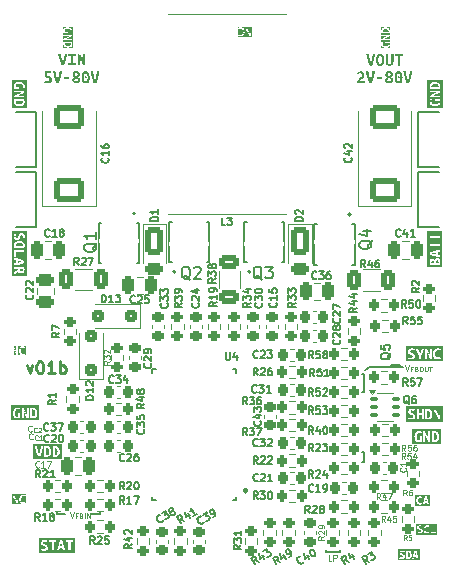
<source format=gto>
%TF.GenerationSoftware,KiCad,Pcbnew,9.0.1*%
%TF.CreationDate,2025-04-05T23:32:22-07:00*%
%TF.ProjectId,LT8491-mezzanine,4c543834-3931-42d6-9d65-7a7a616e696e,1.1*%
%TF.SameCoordinates,Original*%
%TF.FileFunction,Legend,Top*%
%TF.FilePolarity,Positive*%
%FSLAX46Y46*%
G04 Gerber Fmt 4.6, Leading zero omitted, Abs format (unit mm)*
G04 Created by KiCad (PCBNEW 9.0.1) date 2025-04-05 23:32:22*
%MOMM*%
%LPD*%
G01*
G04 APERTURE LIST*
G04 Aperture macros list*
%AMRoundRect*
0 Rectangle with rounded corners*
0 $1 Rounding radius*
0 $2 $3 $4 $5 $6 $7 $8 $9 X,Y pos of 4 corners*
0 Add a 4 corners polygon primitive as box body*
4,1,4,$2,$3,$4,$5,$6,$7,$8,$9,$2,$3,0*
0 Add four circle primitives for the rounded corners*
1,1,$1+$1,$2,$3*
1,1,$1+$1,$4,$5*
1,1,$1+$1,$6,$7*
1,1,$1+$1,$8,$9*
0 Add four rect primitives between the rounded corners*
20,1,$1+$1,$2,$3,$4,$5,0*
20,1,$1+$1,$4,$5,$6,$7,0*
20,1,$1+$1,$6,$7,$8,$9,0*
20,1,$1+$1,$8,$9,$2,$3,0*%
%AMFreePoly0*
4,1,19,-1.875000,5.500000,-1.859505,5.651663,-1.804731,5.816964,-1.713312,5.965177,-1.590177,6.088312,-1.441964,6.179731,-1.276663,6.234505,-1.125000,6.250000,1.875000,6.250000,1.875000,-6.250000,-1.125000,-6.250000,-1.276663,-6.234505,-1.441964,-6.179731,-1.590177,-6.088312,-1.713312,-5.965177,-1.804731,-5.816964,-1.859505,-5.651663,-1.875000,-5.500000,-1.875000,5.500000,-1.875000,5.500000,
$1*%
%AMFreePoly1*
4,1,19,-1.875000,6.250000,1.125000,6.250000,1.276663,6.234505,1.441964,6.179731,1.590177,6.088312,1.713312,5.965177,1.804731,5.816964,1.859505,5.651663,1.875000,5.500000,1.875000,-5.500000,1.859505,-5.651663,1.804731,-5.816964,1.713312,-5.965177,1.590177,-6.088312,1.441964,-6.179731,1.276663,-6.234505,1.125000,-6.250000,-1.875000,-6.250000,-1.875000,6.250000,-1.875000,6.250000,
$1*%
%AMFreePoly2*
4,1,8,1.575000,-4.690000,-2.025000,-4.690000,-2.025000,-0.860000,-1.575000,-0.860000,-1.575000,4.340000,-1.225000,4.690000,1.575000,4.690000,1.575000,-4.690000,1.575000,-4.690000,$1*%
G04 Aperture macros list end*
%ADD10C,0.150000*%
%ADD11C,0.101600*%
%ADD12C,0.254000*%
%ADD13C,0.127000*%
%ADD14C,0.100000*%
%ADD15C,0.125000*%
%ADD16C,0.120000*%
%ADD17C,0.000000*%
%ADD18C,0.152400*%
%ADD19C,0.200000*%
%ADD20C,0.250000*%
%ADD21C,0.010000*%
%ADD22C,1.400000*%
%ADD23R,1.400000X1.400000*%
%ADD24RoundRect,0.200000X-0.200000X-0.275000X0.200000X-0.275000X0.200000X0.275000X-0.200000X0.275000X0*%
%ADD25RoundRect,0.200000X-0.275000X0.200000X-0.275000X-0.200000X0.275000X-0.200000X0.275000X0.200000X0*%
%ADD26RoundRect,0.200000X0.275000X-0.200000X0.275000X0.200000X-0.275000X0.200000X-0.275000X-0.200000X0*%
%ADD27RoundRect,0.250000X0.250000X0.475000X-0.250000X0.475000X-0.250000X-0.475000X0.250000X-0.475000X0*%
%ADD28RoundRect,0.225000X-0.250000X0.225000X-0.250000X-0.225000X0.250000X-0.225000X0.250000X0.225000X0*%
%ADD29RoundRect,0.225000X-0.225000X-0.250000X0.225000X-0.250000X0.225000X0.250000X-0.225000X0.250000X0*%
%ADD30RoundRect,0.250000X0.500000X-0.950000X0.500000X0.950000X-0.500000X0.950000X-0.500000X-0.950000X0*%
%ADD31RoundRect,0.250000X0.500000X-0.275000X0.500000X0.275000X-0.500000X0.275000X-0.500000X-0.275000X0*%
%ADD32C,1.500000*%
%ADD33RoundRect,0.100000X-0.225000X-0.100000X0.225000X-0.100000X0.225000X0.100000X-0.225000X0.100000X0*%
%ADD34RoundRect,0.250000X-0.250000X-0.475000X0.250000X-0.475000X0.250000X0.475000X-0.250000X0.475000X0*%
%ADD35R,0.355600X0.863600*%
%ADD36RoundRect,0.200000X0.200000X0.275000X-0.200000X0.275000X-0.200000X-0.275000X0.200000X-0.275000X0*%
%ADD37RoundRect,0.225000X0.250000X-0.225000X0.250000X0.225000X-0.250000X0.225000X-0.250000X-0.225000X0*%
%ADD38RoundRect,0.225000X0.225000X0.250000X-0.225000X0.250000X-0.225000X-0.250000X0.225000X-0.250000X0*%
%ADD39R,0.600000X0.400000*%
%ADD40FreePoly0,0.000000*%
%ADD41FreePoly1,0.000000*%
%ADD42RoundRect,0.250000X-0.312500X-0.625000X0.312500X-0.625000X0.312500X0.625000X-0.312500X0.625000X0*%
%ADD43R,0.700000X0.250000*%
%ADD44R,1.800000X0.250000*%
%ADD45R,0.250000X0.700000*%
%ADD46R,1.500000X0.250000*%
%ADD47FreePoly2,180.000000*%
%ADD48RoundRect,0.250000X-0.625000X0.312500X-0.625000X-0.312500X0.625000X-0.312500X0.625000X0.312500X0*%
%ADD49RoundRect,0.250000X0.300000X-0.300000X0.300000X0.300000X-0.300000X0.300000X-0.300000X-0.300000X0*%
%ADD50RoundRect,0.250000X0.300000X0.300000X-0.300000X0.300000X-0.300000X-0.300000X0.300000X-0.300000X0*%
%ADD51RoundRect,0.250000X1.025000X-0.787500X1.025000X0.787500X-1.025000X0.787500X-1.025000X-0.787500X0*%
%ADD52RoundRect,0.250000X-0.475000X0.250000X-0.475000X-0.250000X0.475000X-0.250000X0.475000X0.250000X0*%
G04 APERTURE END LIST*
D10*
X131700000Y-83300000D02*
X130000000Y-83300000D01*
X164100000Y-93100000D02*
X165800000Y-93100000D01*
X130000000Y-88000000D02*
X131700000Y-88000000D01*
X130000000Y-88400000D02*
X131700000Y-88400000D01*
X159500000Y-105500000D02*
X159500000Y-107000000D01*
X133500000Y-117400000D02*
X133500000Y-117200000D01*
X156237047Y-120600000D02*
X156237047Y-120400000D01*
X131700000Y-88000000D02*
X131700000Y-83300000D01*
X164100000Y-88400000D02*
X164100000Y-93100000D01*
X159500000Y-107000000D02*
X159300000Y-107000000D01*
X164100000Y-83300000D02*
X164100000Y-88000000D01*
X137100000Y-117400000D02*
X137100000Y-117200000D01*
X136400000Y-117400000D02*
X137100000Y-117400000D01*
X159300000Y-112100000D02*
X159500000Y-112100000D01*
X159300000Y-105500000D02*
X159500000Y-105500000D01*
X131700000Y-88400000D02*
X131700000Y-93100000D01*
X157437047Y-120600000D02*
X157437047Y-120400000D01*
X159500000Y-112100000D02*
X159500000Y-113000000D01*
X164100000Y-88000000D02*
X165800000Y-88000000D01*
X130000000Y-93100000D02*
X131700000Y-93100000D01*
X160000000Y-104900000D02*
X162800000Y-104900000D01*
X159500000Y-113000000D02*
X159300000Y-113000000D01*
X165800000Y-83300000D02*
X164100000Y-83300000D01*
X156237047Y-120600000D02*
X157437047Y-120600000D01*
X160000000Y-104900000D02*
X159600000Y-105200000D01*
X165800000Y-88400000D02*
X164100000Y-88400000D01*
X134200000Y-117400000D02*
X133500000Y-117400000D01*
D11*
X131360514Y-110341345D02*
X131336323Y-110365536D01*
X131336323Y-110365536D02*
X131263752Y-110389726D01*
X131263752Y-110389726D02*
X131215371Y-110389726D01*
X131215371Y-110389726D02*
X131142799Y-110365536D01*
X131142799Y-110365536D02*
X131094418Y-110317155D01*
X131094418Y-110317155D02*
X131070228Y-110268774D01*
X131070228Y-110268774D02*
X131046037Y-110172012D01*
X131046037Y-110172012D02*
X131046037Y-110099440D01*
X131046037Y-110099440D02*
X131070228Y-110002678D01*
X131070228Y-110002678D02*
X131094418Y-109954297D01*
X131094418Y-109954297D02*
X131142799Y-109905916D01*
X131142799Y-109905916D02*
X131215371Y-109881726D01*
X131215371Y-109881726D02*
X131263752Y-109881726D01*
X131263752Y-109881726D02*
X131336323Y-109905916D01*
X131336323Y-109905916D02*
X131360514Y-109930107D01*
X131786266Y-110407143D02*
X131766914Y-110426496D01*
X131766914Y-110426496D02*
X131708856Y-110445848D01*
X131708856Y-110445848D02*
X131670152Y-110445848D01*
X131670152Y-110445848D02*
X131612095Y-110426496D01*
X131612095Y-110426496D02*
X131573390Y-110387791D01*
X131573390Y-110387791D02*
X131554037Y-110349086D01*
X131554037Y-110349086D02*
X131534685Y-110271676D01*
X131534685Y-110271676D02*
X131534685Y-110213619D01*
X131534685Y-110213619D02*
X131554037Y-110136210D01*
X131554037Y-110136210D02*
X131573390Y-110097505D01*
X131573390Y-110097505D02*
X131612095Y-110058800D01*
X131612095Y-110058800D02*
X131670152Y-110039448D01*
X131670152Y-110039448D02*
X131708856Y-110039448D01*
X131708856Y-110039448D02*
X131766914Y-110058800D01*
X131766914Y-110058800D02*
X131786266Y-110078153D01*
X131941085Y-110078153D02*
X131960437Y-110058800D01*
X131960437Y-110058800D02*
X131999142Y-110039448D01*
X131999142Y-110039448D02*
X132095904Y-110039448D01*
X132095904Y-110039448D02*
X132134609Y-110058800D01*
X132134609Y-110058800D02*
X132153961Y-110078153D01*
X132153961Y-110078153D02*
X132173314Y-110116857D01*
X132173314Y-110116857D02*
X132173314Y-110155562D01*
X132173314Y-110155562D02*
X132153961Y-110213619D01*
X132153961Y-110213619D02*
X131921733Y-110445848D01*
X131921733Y-110445848D02*
X132173314Y-110445848D01*
X134593656Y-117151726D02*
X134762990Y-117659726D01*
X134762990Y-117659726D02*
X134932323Y-117151726D01*
X135212933Y-117502972D02*
X135077466Y-117502972D01*
X135077466Y-117715848D02*
X135077466Y-117309448D01*
X135077466Y-117309448D02*
X135270990Y-117309448D01*
X135561276Y-117502972D02*
X135619333Y-117522324D01*
X135619333Y-117522324D02*
X135638686Y-117541676D01*
X135638686Y-117541676D02*
X135658038Y-117580381D01*
X135658038Y-117580381D02*
X135658038Y-117638438D01*
X135658038Y-117638438D02*
X135638686Y-117677143D01*
X135638686Y-117677143D02*
X135619333Y-117696496D01*
X135619333Y-117696496D02*
X135580628Y-117715848D01*
X135580628Y-117715848D02*
X135425809Y-117715848D01*
X135425809Y-117715848D02*
X135425809Y-117309448D01*
X135425809Y-117309448D02*
X135561276Y-117309448D01*
X135561276Y-117309448D02*
X135599981Y-117328800D01*
X135599981Y-117328800D02*
X135619333Y-117348153D01*
X135619333Y-117348153D02*
X135638686Y-117386857D01*
X135638686Y-117386857D02*
X135638686Y-117425562D01*
X135638686Y-117425562D02*
X135619333Y-117464267D01*
X135619333Y-117464267D02*
X135599981Y-117483619D01*
X135599981Y-117483619D02*
X135561276Y-117502972D01*
X135561276Y-117502972D02*
X135425809Y-117502972D01*
X135832209Y-117715848D02*
X135832209Y-117309448D01*
X136025733Y-117715848D02*
X136025733Y-117309448D01*
X136025733Y-117309448D02*
X136257962Y-117715848D01*
X136257962Y-117715848D02*
X136257962Y-117309448D01*
D12*
X130930857Y-104779479D02*
X131172762Y-105456812D01*
X131172762Y-105456812D02*
X131414667Y-104779479D01*
X131995238Y-104440812D02*
X132092000Y-104440812D01*
X132092000Y-104440812D02*
X132188762Y-104489193D01*
X132188762Y-104489193D02*
X132237143Y-104537574D01*
X132237143Y-104537574D02*
X132285524Y-104634336D01*
X132285524Y-104634336D02*
X132333905Y-104827860D01*
X132333905Y-104827860D02*
X132333905Y-105069765D01*
X132333905Y-105069765D02*
X132285524Y-105263289D01*
X132285524Y-105263289D02*
X132237143Y-105360051D01*
X132237143Y-105360051D02*
X132188762Y-105408432D01*
X132188762Y-105408432D02*
X132092000Y-105456812D01*
X132092000Y-105456812D02*
X131995238Y-105456812D01*
X131995238Y-105456812D02*
X131898476Y-105408432D01*
X131898476Y-105408432D02*
X131850095Y-105360051D01*
X131850095Y-105360051D02*
X131801714Y-105263289D01*
X131801714Y-105263289D02*
X131753333Y-105069765D01*
X131753333Y-105069765D02*
X131753333Y-104827860D01*
X131753333Y-104827860D02*
X131801714Y-104634336D01*
X131801714Y-104634336D02*
X131850095Y-104537574D01*
X131850095Y-104537574D02*
X131898476Y-104489193D01*
X131898476Y-104489193D02*
X131995238Y-104440812D01*
X133301524Y-105456812D02*
X132720952Y-105456812D01*
X133011238Y-105456812D02*
X133011238Y-104440812D01*
X133011238Y-104440812D02*
X132914476Y-104585955D01*
X132914476Y-104585955D02*
X132817714Y-104682717D01*
X132817714Y-104682717D02*
X132720952Y-104731098D01*
X133736952Y-105456812D02*
X133736952Y-104440812D01*
X133736952Y-104827860D02*
X133833714Y-104779479D01*
X133833714Y-104779479D02*
X134027238Y-104779479D01*
X134027238Y-104779479D02*
X134124000Y-104827860D01*
X134124000Y-104827860D02*
X134172381Y-104876241D01*
X134172381Y-104876241D02*
X134220762Y-104973003D01*
X134220762Y-104973003D02*
X134220762Y-105263289D01*
X134220762Y-105263289D02*
X134172381Y-105360051D01*
X134172381Y-105360051D02*
X134124000Y-105408432D01*
X134124000Y-105408432D02*
X134027238Y-105456812D01*
X134027238Y-105456812D02*
X133833714Y-105456812D01*
X133833714Y-105456812D02*
X133736952Y-105408432D01*
D11*
X131430514Y-110991345D02*
X131406323Y-111015536D01*
X131406323Y-111015536D02*
X131333752Y-111039726D01*
X131333752Y-111039726D02*
X131285371Y-111039726D01*
X131285371Y-111039726D02*
X131212799Y-111015536D01*
X131212799Y-111015536D02*
X131164418Y-110967155D01*
X131164418Y-110967155D02*
X131140228Y-110918774D01*
X131140228Y-110918774D02*
X131116037Y-110822012D01*
X131116037Y-110822012D02*
X131116037Y-110749440D01*
X131116037Y-110749440D02*
X131140228Y-110652678D01*
X131140228Y-110652678D02*
X131164418Y-110604297D01*
X131164418Y-110604297D02*
X131212799Y-110555916D01*
X131212799Y-110555916D02*
X131285371Y-110531726D01*
X131285371Y-110531726D02*
X131333752Y-110531726D01*
X131333752Y-110531726D02*
X131406323Y-110555916D01*
X131406323Y-110555916D02*
X131430514Y-110580107D01*
X131856266Y-111057143D02*
X131836914Y-111076496D01*
X131836914Y-111076496D02*
X131778856Y-111095848D01*
X131778856Y-111095848D02*
X131740152Y-111095848D01*
X131740152Y-111095848D02*
X131682095Y-111076496D01*
X131682095Y-111076496D02*
X131643390Y-111037791D01*
X131643390Y-111037791D02*
X131624037Y-110999086D01*
X131624037Y-110999086D02*
X131604685Y-110921676D01*
X131604685Y-110921676D02*
X131604685Y-110863619D01*
X131604685Y-110863619D02*
X131624037Y-110786210D01*
X131624037Y-110786210D02*
X131643390Y-110747505D01*
X131643390Y-110747505D02*
X131682095Y-110708800D01*
X131682095Y-110708800D02*
X131740152Y-110689448D01*
X131740152Y-110689448D02*
X131778856Y-110689448D01*
X131778856Y-110689448D02*
X131836914Y-110708800D01*
X131836914Y-110708800D02*
X131856266Y-110728153D01*
X132243314Y-111095848D02*
X132011085Y-111095848D01*
X132127199Y-111095848D02*
X132127199Y-110689448D01*
X132127199Y-110689448D02*
X132088495Y-110747505D01*
X132088495Y-110747505D02*
X132049790Y-110786210D01*
X132049790Y-110786210D02*
X132011085Y-110805562D01*
X162972723Y-104721726D02*
X163142057Y-105229726D01*
X163142057Y-105229726D02*
X163311390Y-104721726D01*
X163592000Y-105072972D02*
X163456533Y-105072972D01*
X163456533Y-105285848D02*
X163456533Y-104879448D01*
X163456533Y-104879448D02*
X163650057Y-104879448D01*
X163940343Y-105072972D02*
X163998400Y-105092324D01*
X163998400Y-105092324D02*
X164017753Y-105111676D01*
X164017753Y-105111676D02*
X164037105Y-105150381D01*
X164037105Y-105150381D02*
X164037105Y-105208438D01*
X164037105Y-105208438D02*
X164017753Y-105247143D01*
X164017753Y-105247143D02*
X163998400Y-105266496D01*
X163998400Y-105266496D02*
X163959695Y-105285848D01*
X163959695Y-105285848D02*
X163804876Y-105285848D01*
X163804876Y-105285848D02*
X163804876Y-104879448D01*
X163804876Y-104879448D02*
X163940343Y-104879448D01*
X163940343Y-104879448D02*
X163979048Y-104898800D01*
X163979048Y-104898800D02*
X163998400Y-104918153D01*
X163998400Y-104918153D02*
X164017753Y-104956857D01*
X164017753Y-104956857D02*
X164017753Y-104995562D01*
X164017753Y-104995562D02*
X163998400Y-105034267D01*
X163998400Y-105034267D02*
X163979048Y-105053619D01*
X163979048Y-105053619D02*
X163940343Y-105072972D01*
X163940343Y-105072972D02*
X163804876Y-105072972D01*
X164288686Y-104879448D02*
X164366095Y-104879448D01*
X164366095Y-104879448D02*
X164404800Y-104898800D01*
X164404800Y-104898800D02*
X164443505Y-104937505D01*
X164443505Y-104937505D02*
X164462857Y-105014915D01*
X164462857Y-105014915D02*
X164462857Y-105150381D01*
X164462857Y-105150381D02*
X164443505Y-105227791D01*
X164443505Y-105227791D02*
X164404800Y-105266496D01*
X164404800Y-105266496D02*
X164366095Y-105285848D01*
X164366095Y-105285848D02*
X164288686Y-105285848D01*
X164288686Y-105285848D02*
X164249981Y-105266496D01*
X164249981Y-105266496D02*
X164211276Y-105227791D01*
X164211276Y-105227791D02*
X164191924Y-105150381D01*
X164191924Y-105150381D02*
X164191924Y-105014915D01*
X164191924Y-105014915D02*
X164211276Y-104937505D01*
X164211276Y-104937505D02*
X164249981Y-104898800D01*
X164249981Y-104898800D02*
X164288686Y-104879448D01*
X164637028Y-104879448D02*
X164637028Y-105208438D01*
X164637028Y-105208438D02*
X164656381Y-105247143D01*
X164656381Y-105247143D02*
X164675733Y-105266496D01*
X164675733Y-105266496D02*
X164714438Y-105285848D01*
X164714438Y-105285848D02*
X164791847Y-105285848D01*
X164791847Y-105285848D02*
X164830552Y-105266496D01*
X164830552Y-105266496D02*
X164849905Y-105247143D01*
X164849905Y-105247143D02*
X164869257Y-105208438D01*
X164869257Y-105208438D02*
X164869257Y-104879448D01*
X165004723Y-104879448D02*
X165236952Y-104879448D01*
X165120838Y-105285848D02*
X165120838Y-104879448D01*
X156740285Y-121329726D02*
X156498380Y-121329726D01*
X156498380Y-121329726D02*
X156498380Y-120821726D01*
X156909618Y-121329726D02*
X156909618Y-120821726D01*
X156909618Y-120821726D02*
X157103142Y-120821726D01*
X157103142Y-120821726D02*
X157151523Y-120845916D01*
X157151523Y-120845916D02*
X157175713Y-120870107D01*
X157175713Y-120870107D02*
X157199904Y-120918488D01*
X157199904Y-120918488D02*
X157199904Y-120991059D01*
X157199904Y-120991059D02*
X157175713Y-121039440D01*
X157175713Y-121039440D02*
X157151523Y-121063631D01*
X157151523Y-121063631D02*
X157103142Y-121087821D01*
X157103142Y-121087821D02*
X156909618Y-121087821D01*
D13*
X155191785Y-108887159D02*
X154980118Y-108584778D01*
X154828928Y-108887159D02*
X154828928Y-108252159D01*
X154828928Y-108252159D02*
X155070833Y-108252159D01*
X155070833Y-108252159D02*
X155131309Y-108282397D01*
X155131309Y-108282397D02*
X155161547Y-108312635D01*
X155161547Y-108312635D02*
X155191785Y-108373111D01*
X155191785Y-108373111D02*
X155191785Y-108463825D01*
X155191785Y-108463825D02*
X155161547Y-108524301D01*
X155161547Y-108524301D02*
X155131309Y-108554540D01*
X155131309Y-108554540D02*
X155070833Y-108584778D01*
X155070833Y-108584778D02*
X154828928Y-108584778D01*
X155766309Y-108252159D02*
X155463928Y-108252159D01*
X155463928Y-108252159D02*
X155433690Y-108554540D01*
X155433690Y-108554540D02*
X155463928Y-108524301D01*
X155463928Y-108524301D02*
X155524404Y-108494063D01*
X155524404Y-108494063D02*
X155675595Y-108494063D01*
X155675595Y-108494063D02*
X155736071Y-108524301D01*
X155736071Y-108524301D02*
X155766309Y-108554540D01*
X155766309Y-108554540D02*
X155796547Y-108615016D01*
X155796547Y-108615016D02*
X155796547Y-108766206D01*
X155796547Y-108766206D02*
X155766309Y-108826682D01*
X155766309Y-108826682D02*
X155736071Y-108856921D01*
X155736071Y-108856921D02*
X155675595Y-108887159D01*
X155675595Y-108887159D02*
X155524404Y-108887159D01*
X155524404Y-108887159D02*
X155463928Y-108856921D01*
X155463928Y-108856921D02*
X155433690Y-108826682D01*
X156008214Y-108252159D02*
X156401309Y-108252159D01*
X156401309Y-108252159D02*
X156189642Y-108494063D01*
X156189642Y-108494063D02*
X156280357Y-108494063D01*
X156280357Y-108494063D02*
X156340833Y-108524301D01*
X156340833Y-108524301D02*
X156371071Y-108554540D01*
X156371071Y-108554540D02*
X156401309Y-108615016D01*
X156401309Y-108615016D02*
X156401309Y-108766206D01*
X156401309Y-108766206D02*
X156371071Y-108826682D01*
X156371071Y-108826682D02*
X156340833Y-108856921D01*
X156340833Y-108856921D02*
X156280357Y-108887159D01*
X156280357Y-108887159D02*
X156098928Y-108887159D01*
X156098928Y-108887159D02*
X156038452Y-108856921D01*
X156038452Y-108856921D02*
X156008214Y-108826682D01*
X149097159Y-119988214D02*
X148794778Y-120199881D01*
X149097159Y-120351071D02*
X148462159Y-120351071D01*
X148462159Y-120351071D02*
X148462159Y-120109166D01*
X148462159Y-120109166D02*
X148492397Y-120048690D01*
X148492397Y-120048690D02*
X148522635Y-120018452D01*
X148522635Y-120018452D02*
X148583111Y-119988214D01*
X148583111Y-119988214D02*
X148673825Y-119988214D01*
X148673825Y-119988214D02*
X148734301Y-120018452D01*
X148734301Y-120018452D02*
X148764540Y-120048690D01*
X148764540Y-120048690D02*
X148794778Y-120109166D01*
X148794778Y-120109166D02*
X148794778Y-120351071D01*
X148462159Y-119776547D02*
X148462159Y-119383452D01*
X148462159Y-119383452D02*
X148704063Y-119595119D01*
X148704063Y-119595119D02*
X148704063Y-119504404D01*
X148704063Y-119504404D02*
X148734301Y-119443928D01*
X148734301Y-119443928D02*
X148764540Y-119413690D01*
X148764540Y-119413690D02*
X148825016Y-119383452D01*
X148825016Y-119383452D02*
X148976206Y-119383452D01*
X148976206Y-119383452D02*
X149036682Y-119413690D01*
X149036682Y-119413690D02*
X149066921Y-119443928D01*
X149066921Y-119443928D02*
X149097159Y-119504404D01*
X149097159Y-119504404D02*
X149097159Y-119685833D01*
X149097159Y-119685833D02*
X149066921Y-119746309D01*
X149066921Y-119746309D02*
X149036682Y-119776547D01*
X149097159Y-118778690D02*
X149097159Y-119141547D01*
X149097159Y-118960119D02*
X148462159Y-118960119D01*
X148462159Y-118960119D02*
X148552873Y-119020595D01*
X148552873Y-119020595D02*
X148613349Y-119081071D01*
X148613349Y-119081071D02*
X148643587Y-119141547D01*
D14*
X163111666Y-115796109D02*
X162945000Y-115558014D01*
X162825952Y-115796109D02*
X162825952Y-115296109D01*
X162825952Y-115296109D02*
X163016428Y-115296109D01*
X163016428Y-115296109D02*
X163064047Y-115319919D01*
X163064047Y-115319919D02*
X163087857Y-115343728D01*
X163087857Y-115343728D02*
X163111666Y-115391347D01*
X163111666Y-115391347D02*
X163111666Y-115462776D01*
X163111666Y-115462776D02*
X163087857Y-115510395D01*
X163087857Y-115510395D02*
X163064047Y-115534204D01*
X163064047Y-115534204D02*
X163016428Y-115558014D01*
X163016428Y-115558014D02*
X162825952Y-115558014D01*
X163540238Y-115296109D02*
X163445000Y-115296109D01*
X163445000Y-115296109D02*
X163397381Y-115319919D01*
X163397381Y-115319919D02*
X163373571Y-115343728D01*
X163373571Y-115343728D02*
X163325952Y-115415157D01*
X163325952Y-115415157D02*
X163302143Y-115510395D01*
X163302143Y-115510395D02*
X163302143Y-115700871D01*
X163302143Y-115700871D02*
X163325952Y-115748490D01*
X163325952Y-115748490D02*
X163349762Y-115772300D01*
X163349762Y-115772300D02*
X163397381Y-115796109D01*
X163397381Y-115796109D02*
X163492619Y-115796109D01*
X163492619Y-115796109D02*
X163540238Y-115772300D01*
X163540238Y-115772300D02*
X163564047Y-115748490D01*
X163564047Y-115748490D02*
X163587857Y-115700871D01*
X163587857Y-115700871D02*
X163587857Y-115581823D01*
X163587857Y-115581823D02*
X163564047Y-115534204D01*
X163564047Y-115534204D02*
X163540238Y-115510395D01*
X163540238Y-115510395D02*
X163492619Y-115486585D01*
X163492619Y-115486585D02*
X163397381Y-115486585D01*
X163397381Y-115486585D02*
X163349762Y-115510395D01*
X163349762Y-115510395D02*
X163325952Y-115534204D01*
X163325952Y-115534204D02*
X163302143Y-115581823D01*
D13*
X132866785Y-93826682D02*
X132836547Y-93856921D01*
X132836547Y-93856921D02*
X132745833Y-93887159D01*
X132745833Y-93887159D02*
X132685357Y-93887159D01*
X132685357Y-93887159D02*
X132594642Y-93856921D01*
X132594642Y-93856921D02*
X132534166Y-93796444D01*
X132534166Y-93796444D02*
X132503928Y-93735968D01*
X132503928Y-93735968D02*
X132473690Y-93615016D01*
X132473690Y-93615016D02*
X132473690Y-93524301D01*
X132473690Y-93524301D02*
X132503928Y-93403349D01*
X132503928Y-93403349D02*
X132534166Y-93342873D01*
X132534166Y-93342873D02*
X132594642Y-93282397D01*
X132594642Y-93282397D02*
X132685357Y-93252159D01*
X132685357Y-93252159D02*
X132745833Y-93252159D01*
X132745833Y-93252159D02*
X132836547Y-93282397D01*
X132836547Y-93282397D02*
X132866785Y-93312635D01*
X133471547Y-93887159D02*
X133108690Y-93887159D01*
X133290118Y-93887159D02*
X133290118Y-93252159D01*
X133290118Y-93252159D02*
X133229642Y-93342873D01*
X133229642Y-93342873D02*
X133169166Y-93403349D01*
X133169166Y-93403349D02*
X133108690Y-93433587D01*
X133834404Y-93524301D02*
X133773928Y-93494063D01*
X133773928Y-93494063D02*
X133743690Y-93463825D01*
X133743690Y-93463825D02*
X133713452Y-93403349D01*
X133713452Y-93403349D02*
X133713452Y-93373111D01*
X133713452Y-93373111D02*
X133743690Y-93312635D01*
X133743690Y-93312635D02*
X133773928Y-93282397D01*
X133773928Y-93282397D02*
X133834404Y-93252159D01*
X133834404Y-93252159D02*
X133955357Y-93252159D01*
X133955357Y-93252159D02*
X134015833Y-93282397D01*
X134015833Y-93282397D02*
X134046071Y-93312635D01*
X134046071Y-93312635D02*
X134076309Y-93373111D01*
X134076309Y-93373111D02*
X134076309Y-93403349D01*
X134076309Y-93403349D02*
X134046071Y-93463825D01*
X134046071Y-93463825D02*
X134015833Y-93494063D01*
X134015833Y-93494063D02*
X133955357Y-93524301D01*
X133955357Y-93524301D02*
X133834404Y-93524301D01*
X133834404Y-93524301D02*
X133773928Y-93554540D01*
X133773928Y-93554540D02*
X133743690Y-93584778D01*
X133743690Y-93584778D02*
X133713452Y-93645254D01*
X133713452Y-93645254D02*
X133713452Y-93766206D01*
X133713452Y-93766206D02*
X133743690Y-93826682D01*
X133743690Y-93826682D02*
X133773928Y-93856921D01*
X133773928Y-93856921D02*
X133834404Y-93887159D01*
X133834404Y-93887159D02*
X133955357Y-93887159D01*
X133955357Y-93887159D02*
X134015833Y-93856921D01*
X134015833Y-93856921D02*
X134046071Y-93826682D01*
X134046071Y-93826682D02*
X134076309Y-93766206D01*
X134076309Y-93766206D02*
X134076309Y-93645254D01*
X134076309Y-93645254D02*
X134046071Y-93584778D01*
X134046071Y-93584778D02*
X134015833Y-93554540D01*
X134015833Y-93554540D02*
X133955357Y-93524301D01*
X155466785Y-97401682D02*
X155436547Y-97431921D01*
X155436547Y-97431921D02*
X155345833Y-97462159D01*
X155345833Y-97462159D02*
X155285357Y-97462159D01*
X155285357Y-97462159D02*
X155194642Y-97431921D01*
X155194642Y-97431921D02*
X155134166Y-97371444D01*
X155134166Y-97371444D02*
X155103928Y-97310968D01*
X155103928Y-97310968D02*
X155073690Y-97190016D01*
X155073690Y-97190016D02*
X155073690Y-97099301D01*
X155073690Y-97099301D02*
X155103928Y-96978349D01*
X155103928Y-96978349D02*
X155134166Y-96917873D01*
X155134166Y-96917873D02*
X155194642Y-96857397D01*
X155194642Y-96857397D02*
X155285357Y-96827159D01*
X155285357Y-96827159D02*
X155345833Y-96827159D01*
X155345833Y-96827159D02*
X155436547Y-96857397D01*
X155436547Y-96857397D02*
X155466785Y-96887635D01*
X155678452Y-96827159D02*
X156071547Y-96827159D01*
X156071547Y-96827159D02*
X155859880Y-97069063D01*
X155859880Y-97069063D02*
X155950595Y-97069063D01*
X155950595Y-97069063D02*
X156011071Y-97099301D01*
X156011071Y-97099301D02*
X156041309Y-97129540D01*
X156041309Y-97129540D02*
X156071547Y-97190016D01*
X156071547Y-97190016D02*
X156071547Y-97341206D01*
X156071547Y-97341206D02*
X156041309Y-97401682D01*
X156041309Y-97401682D02*
X156011071Y-97431921D01*
X156011071Y-97431921D02*
X155950595Y-97462159D01*
X155950595Y-97462159D02*
X155769166Y-97462159D01*
X155769166Y-97462159D02*
X155708690Y-97431921D01*
X155708690Y-97431921D02*
X155678452Y-97401682D01*
X156615833Y-96827159D02*
X156494880Y-96827159D01*
X156494880Y-96827159D02*
X156434404Y-96857397D01*
X156434404Y-96857397D02*
X156404166Y-96887635D01*
X156404166Y-96887635D02*
X156343690Y-96978349D01*
X156343690Y-96978349D02*
X156313452Y-97099301D01*
X156313452Y-97099301D02*
X156313452Y-97341206D01*
X156313452Y-97341206D02*
X156343690Y-97401682D01*
X156343690Y-97401682D02*
X156373928Y-97431921D01*
X156373928Y-97431921D02*
X156434404Y-97462159D01*
X156434404Y-97462159D02*
X156555357Y-97462159D01*
X156555357Y-97462159D02*
X156615833Y-97431921D01*
X156615833Y-97431921D02*
X156646071Y-97401682D01*
X156646071Y-97401682D02*
X156676309Y-97341206D01*
X156676309Y-97341206D02*
X156676309Y-97190016D01*
X156676309Y-97190016D02*
X156646071Y-97129540D01*
X156646071Y-97129540D02*
X156615833Y-97099301D01*
X156615833Y-97099301D02*
X156555357Y-97069063D01*
X156555357Y-97069063D02*
X156434404Y-97069063D01*
X156434404Y-97069063D02*
X156373928Y-97099301D01*
X156373928Y-97099301D02*
X156343690Y-97129540D01*
X156343690Y-97129540D02*
X156313452Y-97190016D01*
X142459817Y-117900420D02*
X142448749Y-117941726D01*
X142448749Y-117941726D02*
X142385307Y-118013270D01*
X142385307Y-118013270D02*
X142332933Y-118043508D01*
X142332933Y-118043508D02*
X142239253Y-118062678D01*
X142239253Y-118062678D02*
X142156641Y-118040542D01*
X142156641Y-118040542D02*
X142100216Y-118003288D01*
X142100216Y-118003288D02*
X142013553Y-117913659D01*
X142013553Y-117913659D02*
X141968196Y-117835098D01*
X141968196Y-117835098D02*
X141933907Y-117715231D01*
X141933907Y-117715231D02*
X141929856Y-117647738D01*
X141929856Y-117647738D02*
X141951991Y-117565126D01*
X141951991Y-117565126D02*
X142015433Y-117493582D01*
X142015433Y-117493582D02*
X142067807Y-117463344D01*
X142067807Y-117463344D02*
X142161487Y-117444174D01*
X142161487Y-117444174D02*
X142202793Y-117455242D01*
X142355864Y-117297034D02*
X142696294Y-117100487D01*
X142696294Y-117100487D02*
X142633938Y-117415816D01*
X142633938Y-117415816D02*
X142712499Y-117370459D01*
X142712499Y-117370459D02*
X142779992Y-117366407D01*
X142779992Y-117366407D02*
X142821298Y-117377475D01*
X142821298Y-117377475D02*
X142877723Y-117414730D01*
X142877723Y-117414730D02*
X142953318Y-117545665D01*
X142953318Y-117545665D02*
X142957369Y-117613158D01*
X142957369Y-117613158D02*
X142946301Y-117654464D01*
X142946301Y-117654464D02*
X142909046Y-117710889D01*
X142909046Y-117710889D02*
X142751925Y-117801603D01*
X142751925Y-117801603D02*
X142684432Y-117805654D01*
X142684432Y-117805654D02*
X142643126Y-117794587D01*
X143146609Y-117154741D02*
X143079116Y-117158792D01*
X143079116Y-117158792D02*
X143037810Y-117147724D01*
X143037810Y-117147724D02*
X142981385Y-117110469D01*
X142981385Y-117110469D02*
X142966266Y-117084282D01*
X142966266Y-117084282D02*
X142962215Y-117016789D01*
X142962215Y-117016789D02*
X142973283Y-116975483D01*
X142973283Y-116975483D02*
X143010538Y-116919058D01*
X143010538Y-116919058D02*
X143115286Y-116858582D01*
X143115286Y-116858582D02*
X143182779Y-116854531D01*
X143182779Y-116854531D02*
X143224085Y-116865599D01*
X143224085Y-116865599D02*
X143280510Y-116902854D01*
X143280510Y-116902854D02*
X143295629Y-116929040D01*
X143295629Y-116929040D02*
X143299680Y-116996533D01*
X143299680Y-116996533D02*
X143288612Y-117037839D01*
X143288612Y-117037839D02*
X143251357Y-117094264D01*
X143251357Y-117094264D02*
X143146609Y-117154741D01*
X143146609Y-117154741D02*
X143109354Y-117211166D01*
X143109354Y-117211166D02*
X143098286Y-117252472D01*
X143098286Y-117252472D02*
X143102338Y-117319965D01*
X143102338Y-117319965D02*
X143162814Y-117424713D01*
X143162814Y-117424713D02*
X143219239Y-117461967D01*
X143219239Y-117461967D02*
X143260545Y-117473035D01*
X143260545Y-117473035D02*
X143328038Y-117468984D01*
X143328038Y-117468984D02*
X143432786Y-117408508D01*
X143432786Y-117408508D02*
X143470040Y-117352083D01*
X143470040Y-117352083D02*
X143481108Y-117310777D01*
X143481108Y-117310777D02*
X143477057Y-117243284D01*
X143477057Y-117243284D02*
X143416581Y-117138536D01*
X143416581Y-117138536D02*
X143360156Y-117101281D01*
X143360156Y-117101281D02*
X143318850Y-117090213D01*
X143318850Y-117090213D02*
X143251357Y-117094264D01*
X157426682Y-100808214D02*
X157456921Y-100838452D01*
X157456921Y-100838452D02*
X157487159Y-100929166D01*
X157487159Y-100929166D02*
X157487159Y-100989642D01*
X157487159Y-100989642D02*
X157456921Y-101080357D01*
X157456921Y-101080357D02*
X157396444Y-101140833D01*
X157396444Y-101140833D02*
X157335968Y-101171071D01*
X157335968Y-101171071D02*
X157215016Y-101201309D01*
X157215016Y-101201309D02*
X157124301Y-101201309D01*
X157124301Y-101201309D02*
X157003349Y-101171071D01*
X157003349Y-101171071D02*
X156942873Y-101140833D01*
X156942873Y-101140833D02*
X156882397Y-101080357D01*
X156882397Y-101080357D02*
X156852159Y-100989642D01*
X156852159Y-100989642D02*
X156852159Y-100929166D01*
X156852159Y-100929166D02*
X156882397Y-100838452D01*
X156882397Y-100838452D02*
X156912635Y-100808214D01*
X156912635Y-100566309D02*
X156882397Y-100536071D01*
X156882397Y-100536071D02*
X156852159Y-100475595D01*
X156852159Y-100475595D02*
X156852159Y-100324404D01*
X156852159Y-100324404D02*
X156882397Y-100263928D01*
X156882397Y-100263928D02*
X156912635Y-100233690D01*
X156912635Y-100233690D02*
X156973111Y-100203452D01*
X156973111Y-100203452D02*
X157033587Y-100203452D01*
X157033587Y-100203452D02*
X157124301Y-100233690D01*
X157124301Y-100233690D02*
X157487159Y-100596547D01*
X157487159Y-100596547D02*
X157487159Y-100203452D01*
X156852159Y-99991785D02*
X156852159Y-99568452D01*
X156852159Y-99568452D02*
X157487159Y-99840595D01*
X155191785Y-107346007D02*
X154980118Y-107043626D01*
X154828928Y-107346007D02*
X154828928Y-106711007D01*
X154828928Y-106711007D02*
X155070833Y-106711007D01*
X155070833Y-106711007D02*
X155131309Y-106741245D01*
X155131309Y-106741245D02*
X155161547Y-106771483D01*
X155161547Y-106771483D02*
X155191785Y-106831959D01*
X155191785Y-106831959D02*
X155191785Y-106922673D01*
X155191785Y-106922673D02*
X155161547Y-106983149D01*
X155161547Y-106983149D02*
X155131309Y-107013388D01*
X155131309Y-107013388D02*
X155070833Y-107043626D01*
X155070833Y-107043626D02*
X154828928Y-107043626D01*
X155766309Y-106711007D02*
X155463928Y-106711007D01*
X155463928Y-106711007D02*
X155433690Y-107013388D01*
X155433690Y-107013388D02*
X155463928Y-106983149D01*
X155463928Y-106983149D02*
X155524404Y-106952911D01*
X155524404Y-106952911D02*
X155675595Y-106952911D01*
X155675595Y-106952911D02*
X155736071Y-106983149D01*
X155736071Y-106983149D02*
X155766309Y-107013388D01*
X155766309Y-107013388D02*
X155796547Y-107073864D01*
X155796547Y-107073864D02*
X155796547Y-107225054D01*
X155796547Y-107225054D02*
X155766309Y-107285530D01*
X155766309Y-107285530D02*
X155736071Y-107315769D01*
X155736071Y-107315769D02*
X155675595Y-107346007D01*
X155675595Y-107346007D02*
X155524404Y-107346007D01*
X155524404Y-107346007D02*
X155463928Y-107315769D01*
X155463928Y-107315769D02*
X155433690Y-107285530D01*
X156038452Y-106771483D02*
X156068690Y-106741245D01*
X156068690Y-106741245D02*
X156129166Y-106711007D01*
X156129166Y-106711007D02*
X156280357Y-106711007D01*
X156280357Y-106711007D02*
X156340833Y-106741245D01*
X156340833Y-106741245D02*
X156371071Y-106771483D01*
X156371071Y-106771483D02*
X156401309Y-106831959D01*
X156401309Y-106831959D02*
X156401309Y-106892435D01*
X156401309Y-106892435D02*
X156371071Y-106983149D01*
X156371071Y-106983149D02*
X156008214Y-107346007D01*
X156008214Y-107346007D02*
X156401309Y-107346007D01*
X139191785Y-112826682D02*
X139161547Y-112856921D01*
X139161547Y-112856921D02*
X139070833Y-112887159D01*
X139070833Y-112887159D02*
X139010357Y-112887159D01*
X139010357Y-112887159D02*
X138919642Y-112856921D01*
X138919642Y-112856921D02*
X138859166Y-112796444D01*
X138859166Y-112796444D02*
X138828928Y-112735968D01*
X138828928Y-112735968D02*
X138798690Y-112615016D01*
X138798690Y-112615016D02*
X138798690Y-112524301D01*
X138798690Y-112524301D02*
X138828928Y-112403349D01*
X138828928Y-112403349D02*
X138859166Y-112342873D01*
X138859166Y-112342873D02*
X138919642Y-112282397D01*
X138919642Y-112282397D02*
X139010357Y-112252159D01*
X139010357Y-112252159D02*
X139070833Y-112252159D01*
X139070833Y-112252159D02*
X139161547Y-112282397D01*
X139161547Y-112282397D02*
X139191785Y-112312635D01*
X139433690Y-112312635D02*
X139463928Y-112282397D01*
X139463928Y-112282397D02*
X139524404Y-112252159D01*
X139524404Y-112252159D02*
X139675595Y-112252159D01*
X139675595Y-112252159D02*
X139736071Y-112282397D01*
X139736071Y-112282397D02*
X139766309Y-112312635D01*
X139766309Y-112312635D02*
X139796547Y-112373111D01*
X139796547Y-112373111D02*
X139796547Y-112433587D01*
X139796547Y-112433587D02*
X139766309Y-112524301D01*
X139766309Y-112524301D02*
X139403452Y-112887159D01*
X139403452Y-112887159D02*
X139796547Y-112887159D01*
X140340833Y-112252159D02*
X140219880Y-112252159D01*
X140219880Y-112252159D02*
X140159404Y-112282397D01*
X140159404Y-112282397D02*
X140129166Y-112312635D01*
X140129166Y-112312635D02*
X140068690Y-112403349D01*
X140068690Y-112403349D02*
X140038452Y-112524301D01*
X140038452Y-112524301D02*
X140038452Y-112766206D01*
X140038452Y-112766206D02*
X140068690Y-112826682D01*
X140068690Y-112826682D02*
X140098928Y-112856921D01*
X140098928Y-112856921D02*
X140159404Y-112887159D01*
X140159404Y-112887159D02*
X140280357Y-112887159D01*
X140280357Y-112887159D02*
X140340833Y-112856921D01*
X140340833Y-112856921D02*
X140371071Y-112826682D01*
X140371071Y-112826682D02*
X140401309Y-112766206D01*
X140401309Y-112766206D02*
X140401309Y-112615016D01*
X140401309Y-112615016D02*
X140371071Y-112554540D01*
X140371071Y-112554540D02*
X140340833Y-112524301D01*
X140340833Y-112524301D02*
X140280357Y-112494063D01*
X140280357Y-112494063D02*
X140159404Y-112494063D01*
X140159404Y-112494063D02*
X140098928Y-112524301D01*
X140098928Y-112524301D02*
X140068690Y-112554540D01*
X140068690Y-112554540D02*
X140038452Y-112615016D01*
X142047159Y-92538690D02*
X141412159Y-92538690D01*
X141412159Y-92538690D02*
X141412159Y-92387500D01*
X141412159Y-92387500D02*
X141442397Y-92296785D01*
X141442397Y-92296785D02*
X141502873Y-92236309D01*
X141502873Y-92236309D02*
X141563349Y-92206071D01*
X141563349Y-92206071D02*
X141684301Y-92175833D01*
X141684301Y-92175833D02*
X141775016Y-92175833D01*
X141775016Y-92175833D02*
X141895968Y-92206071D01*
X141895968Y-92206071D02*
X141956444Y-92236309D01*
X141956444Y-92236309D02*
X142016921Y-92296785D01*
X142016921Y-92296785D02*
X142047159Y-92387500D01*
X142047159Y-92387500D02*
X142047159Y-92538690D01*
X142047159Y-91571071D02*
X142047159Y-91933928D01*
X142047159Y-91752500D02*
X141412159Y-91752500D01*
X141412159Y-91752500D02*
X141502873Y-91812976D01*
X141502873Y-91812976D02*
X141563349Y-91873452D01*
X141563349Y-91873452D02*
X141593587Y-91933928D01*
D11*
X156129726Y-119251581D02*
X155887821Y-119420915D01*
X156129726Y-119541867D02*
X155621726Y-119541867D01*
X155621726Y-119541867D02*
X155621726Y-119348343D01*
X155621726Y-119348343D02*
X155645916Y-119299962D01*
X155645916Y-119299962D02*
X155670107Y-119275772D01*
X155670107Y-119275772D02*
X155718488Y-119251581D01*
X155718488Y-119251581D02*
X155791059Y-119251581D01*
X155791059Y-119251581D02*
X155839440Y-119275772D01*
X155839440Y-119275772D02*
X155863631Y-119299962D01*
X155863631Y-119299962D02*
X155887821Y-119348343D01*
X155887821Y-119348343D02*
X155887821Y-119541867D01*
X155670107Y-119058058D02*
X155645916Y-119033867D01*
X155645916Y-119033867D02*
X155621726Y-118985486D01*
X155621726Y-118985486D02*
X155621726Y-118864534D01*
X155621726Y-118864534D02*
X155645916Y-118816153D01*
X155645916Y-118816153D02*
X155670107Y-118791962D01*
X155670107Y-118791962D02*
X155718488Y-118767772D01*
X155718488Y-118767772D02*
X155766869Y-118767772D01*
X155766869Y-118767772D02*
X155839440Y-118791962D01*
X155839440Y-118791962D02*
X156129726Y-119082248D01*
X156129726Y-119082248D02*
X156129726Y-118767772D01*
X156129726Y-118525867D02*
X156129726Y-118429105D01*
X156129726Y-118429105D02*
X156105536Y-118380724D01*
X156105536Y-118380724D02*
X156081345Y-118356533D01*
X156081345Y-118356533D02*
X156008774Y-118308152D01*
X156008774Y-118308152D02*
X155912012Y-118283962D01*
X155912012Y-118283962D02*
X155718488Y-118283962D01*
X155718488Y-118283962D02*
X155670107Y-118308152D01*
X155670107Y-118308152D02*
X155645916Y-118332343D01*
X155645916Y-118332343D02*
X155621726Y-118380724D01*
X155621726Y-118380724D02*
X155621726Y-118477486D01*
X155621726Y-118477486D02*
X155645916Y-118525867D01*
X155645916Y-118525867D02*
X155670107Y-118550057D01*
X155670107Y-118550057D02*
X155718488Y-118574248D01*
X155718488Y-118574248D02*
X155839440Y-118574248D01*
X155839440Y-118574248D02*
X155887821Y-118550057D01*
X155887821Y-118550057D02*
X155912012Y-118525867D01*
X155912012Y-118525867D02*
X155936202Y-118477486D01*
X155936202Y-118477486D02*
X155936202Y-118380724D01*
X155936202Y-118380724D02*
X155912012Y-118332343D01*
X155912012Y-118332343D02*
X155887821Y-118308152D01*
X155887821Y-118308152D02*
X155839440Y-118283962D01*
D13*
X150504738Y-105628583D02*
X150293071Y-105326202D01*
X150141881Y-105628583D02*
X150141881Y-104993583D01*
X150141881Y-104993583D02*
X150383786Y-104993583D01*
X150383786Y-104993583D02*
X150444262Y-105023821D01*
X150444262Y-105023821D02*
X150474500Y-105054059D01*
X150474500Y-105054059D02*
X150504738Y-105114535D01*
X150504738Y-105114535D02*
X150504738Y-105205249D01*
X150504738Y-105205249D02*
X150474500Y-105265725D01*
X150474500Y-105265725D02*
X150444262Y-105295964D01*
X150444262Y-105295964D02*
X150383786Y-105326202D01*
X150383786Y-105326202D02*
X150141881Y-105326202D01*
X150746643Y-105054059D02*
X150776881Y-105023821D01*
X150776881Y-105023821D02*
X150837357Y-104993583D01*
X150837357Y-104993583D02*
X150988548Y-104993583D01*
X150988548Y-104993583D02*
X151049024Y-105023821D01*
X151049024Y-105023821D02*
X151079262Y-105054059D01*
X151079262Y-105054059D02*
X151109500Y-105114535D01*
X151109500Y-105114535D02*
X151109500Y-105175011D01*
X151109500Y-105175011D02*
X151079262Y-105265725D01*
X151079262Y-105265725D02*
X150716405Y-105628583D01*
X150716405Y-105628583D02*
X151109500Y-105628583D01*
X151653786Y-104993583D02*
X151532833Y-104993583D01*
X151532833Y-104993583D02*
X151472357Y-105023821D01*
X151472357Y-105023821D02*
X151442119Y-105054059D01*
X151442119Y-105054059D02*
X151381643Y-105144773D01*
X151381643Y-105144773D02*
X151351405Y-105265725D01*
X151351405Y-105265725D02*
X151351405Y-105507630D01*
X151351405Y-105507630D02*
X151381643Y-105568106D01*
X151381643Y-105568106D02*
X151411881Y-105598345D01*
X151411881Y-105598345D02*
X151472357Y-105628583D01*
X151472357Y-105628583D02*
X151593310Y-105628583D01*
X151593310Y-105628583D02*
X151653786Y-105598345D01*
X151653786Y-105598345D02*
X151684024Y-105568106D01*
X151684024Y-105568106D02*
X151714262Y-105507630D01*
X151714262Y-105507630D02*
X151714262Y-105356440D01*
X151714262Y-105356440D02*
X151684024Y-105295964D01*
X151684024Y-105295964D02*
X151653786Y-105265725D01*
X151653786Y-105265725D02*
X151593310Y-105235487D01*
X151593310Y-105235487D02*
X151472357Y-105235487D01*
X151472357Y-105235487D02*
X151411881Y-105265725D01*
X151411881Y-105265725D02*
X151381643Y-105295964D01*
X151381643Y-105295964D02*
X151351405Y-105356440D01*
X149591785Y-110687159D02*
X149380118Y-110384778D01*
X149228928Y-110687159D02*
X149228928Y-110052159D01*
X149228928Y-110052159D02*
X149470833Y-110052159D01*
X149470833Y-110052159D02*
X149531309Y-110082397D01*
X149531309Y-110082397D02*
X149561547Y-110112635D01*
X149561547Y-110112635D02*
X149591785Y-110173111D01*
X149591785Y-110173111D02*
X149591785Y-110263825D01*
X149591785Y-110263825D02*
X149561547Y-110324301D01*
X149561547Y-110324301D02*
X149531309Y-110354540D01*
X149531309Y-110354540D02*
X149470833Y-110384778D01*
X149470833Y-110384778D02*
X149228928Y-110384778D01*
X149803452Y-110052159D02*
X150196547Y-110052159D01*
X150196547Y-110052159D02*
X149984880Y-110294063D01*
X149984880Y-110294063D02*
X150075595Y-110294063D01*
X150075595Y-110294063D02*
X150136071Y-110324301D01*
X150136071Y-110324301D02*
X150166309Y-110354540D01*
X150166309Y-110354540D02*
X150196547Y-110415016D01*
X150196547Y-110415016D02*
X150196547Y-110566206D01*
X150196547Y-110566206D02*
X150166309Y-110626682D01*
X150166309Y-110626682D02*
X150136071Y-110656921D01*
X150136071Y-110656921D02*
X150075595Y-110687159D01*
X150075595Y-110687159D02*
X149894166Y-110687159D01*
X149894166Y-110687159D02*
X149833690Y-110656921D01*
X149833690Y-110656921D02*
X149803452Y-110626682D01*
X150408214Y-110052159D02*
X150831547Y-110052159D01*
X150831547Y-110052159D02*
X150559404Y-110687159D01*
X133687159Y-102005833D02*
X133384778Y-102217500D01*
X133687159Y-102368690D02*
X133052159Y-102368690D01*
X133052159Y-102368690D02*
X133052159Y-102126785D01*
X133052159Y-102126785D02*
X133082397Y-102066309D01*
X133082397Y-102066309D02*
X133112635Y-102036071D01*
X133112635Y-102036071D02*
X133173111Y-102005833D01*
X133173111Y-102005833D02*
X133263825Y-102005833D01*
X133263825Y-102005833D02*
X133324301Y-102036071D01*
X133324301Y-102036071D02*
X133354540Y-102066309D01*
X133354540Y-102066309D02*
X133384778Y-102126785D01*
X133384778Y-102126785D02*
X133384778Y-102368690D01*
X133052159Y-101794166D02*
X133052159Y-101370833D01*
X133052159Y-101370833D02*
X133687159Y-101642976D01*
X163339523Y-108047635D02*
X163279047Y-108017397D01*
X163279047Y-108017397D02*
X163218571Y-107956921D01*
X163218571Y-107956921D02*
X163127857Y-107866206D01*
X163127857Y-107866206D02*
X163067380Y-107835968D01*
X163067380Y-107835968D02*
X163006904Y-107835968D01*
X163037142Y-107987159D02*
X162976666Y-107956921D01*
X162976666Y-107956921D02*
X162916190Y-107896444D01*
X162916190Y-107896444D02*
X162885952Y-107775492D01*
X162885952Y-107775492D02*
X162885952Y-107563825D01*
X162885952Y-107563825D02*
X162916190Y-107442873D01*
X162916190Y-107442873D02*
X162976666Y-107382397D01*
X162976666Y-107382397D02*
X163037142Y-107352159D01*
X163037142Y-107352159D02*
X163158095Y-107352159D01*
X163158095Y-107352159D02*
X163218571Y-107382397D01*
X163218571Y-107382397D02*
X163279047Y-107442873D01*
X163279047Y-107442873D02*
X163309285Y-107563825D01*
X163309285Y-107563825D02*
X163309285Y-107775492D01*
X163309285Y-107775492D02*
X163279047Y-107896444D01*
X163279047Y-107896444D02*
X163218571Y-107956921D01*
X163218571Y-107956921D02*
X163158095Y-107987159D01*
X163158095Y-107987159D02*
X163037142Y-107987159D01*
X163853571Y-107352159D02*
X163732618Y-107352159D01*
X163732618Y-107352159D02*
X163672142Y-107382397D01*
X163672142Y-107382397D02*
X163641904Y-107412635D01*
X163641904Y-107412635D02*
X163581428Y-107503349D01*
X163581428Y-107503349D02*
X163551190Y-107624301D01*
X163551190Y-107624301D02*
X163551190Y-107866206D01*
X163551190Y-107866206D02*
X163581428Y-107926682D01*
X163581428Y-107926682D02*
X163611666Y-107956921D01*
X163611666Y-107956921D02*
X163672142Y-107987159D01*
X163672142Y-107987159D02*
X163793095Y-107987159D01*
X163793095Y-107987159D02*
X163853571Y-107956921D01*
X163853571Y-107956921D02*
X163883809Y-107926682D01*
X163883809Y-107926682D02*
X163914047Y-107866206D01*
X163914047Y-107866206D02*
X163914047Y-107715016D01*
X163914047Y-107715016D02*
X163883809Y-107654540D01*
X163883809Y-107654540D02*
X163853571Y-107624301D01*
X163853571Y-107624301D02*
X163793095Y-107594063D01*
X163793095Y-107594063D02*
X163672142Y-107594063D01*
X163672142Y-107594063D02*
X163611666Y-107624301D01*
X163611666Y-107624301D02*
X163581428Y-107654540D01*
X163581428Y-107654540D02*
X163551190Y-107715016D01*
X140091785Y-99426682D02*
X140061547Y-99456921D01*
X140061547Y-99456921D02*
X139970833Y-99487159D01*
X139970833Y-99487159D02*
X139910357Y-99487159D01*
X139910357Y-99487159D02*
X139819642Y-99456921D01*
X139819642Y-99456921D02*
X139759166Y-99396444D01*
X139759166Y-99396444D02*
X139728928Y-99335968D01*
X139728928Y-99335968D02*
X139698690Y-99215016D01*
X139698690Y-99215016D02*
X139698690Y-99124301D01*
X139698690Y-99124301D02*
X139728928Y-99003349D01*
X139728928Y-99003349D02*
X139759166Y-98942873D01*
X139759166Y-98942873D02*
X139819642Y-98882397D01*
X139819642Y-98882397D02*
X139910357Y-98852159D01*
X139910357Y-98852159D02*
X139970833Y-98852159D01*
X139970833Y-98852159D02*
X140061547Y-98882397D01*
X140061547Y-98882397D02*
X140091785Y-98912635D01*
X140333690Y-98912635D02*
X140363928Y-98882397D01*
X140363928Y-98882397D02*
X140424404Y-98852159D01*
X140424404Y-98852159D02*
X140575595Y-98852159D01*
X140575595Y-98852159D02*
X140636071Y-98882397D01*
X140636071Y-98882397D02*
X140666309Y-98912635D01*
X140666309Y-98912635D02*
X140696547Y-98973111D01*
X140696547Y-98973111D02*
X140696547Y-99033587D01*
X140696547Y-99033587D02*
X140666309Y-99124301D01*
X140666309Y-99124301D02*
X140303452Y-99487159D01*
X140303452Y-99487159D02*
X140696547Y-99487159D01*
X141271071Y-98852159D02*
X140968690Y-98852159D01*
X140968690Y-98852159D02*
X140938452Y-99154540D01*
X140938452Y-99154540D02*
X140968690Y-99124301D01*
X140968690Y-99124301D02*
X141029166Y-99094063D01*
X141029166Y-99094063D02*
X141180357Y-99094063D01*
X141180357Y-99094063D02*
X141240833Y-99124301D01*
X141240833Y-99124301D02*
X141271071Y-99154540D01*
X141271071Y-99154540D02*
X141301309Y-99215016D01*
X141301309Y-99215016D02*
X141301309Y-99366206D01*
X141301309Y-99366206D02*
X141271071Y-99426682D01*
X141271071Y-99426682D02*
X141240833Y-99456921D01*
X141240833Y-99456921D02*
X141180357Y-99487159D01*
X141180357Y-99487159D02*
X141029166Y-99487159D01*
X141029166Y-99487159D02*
X140968690Y-99456921D01*
X140968690Y-99456921D02*
X140938452Y-99426682D01*
D10*
X144784761Y-97520057D02*
X144689523Y-97472438D01*
X144689523Y-97472438D02*
X144594285Y-97377200D01*
X144594285Y-97377200D02*
X144451428Y-97234342D01*
X144451428Y-97234342D02*
X144356190Y-97186723D01*
X144356190Y-97186723D02*
X144260952Y-97186723D01*
X144308571Y-97424819D02*
X144213333Y-97377200D01*
X144213333Y-97377200D02*
X144118095Y-97281961D01*
X144118095Y-97281961D02*
X144070476Y-97091485D01*
X144070476Y-97091485D02*
X144070476Y-96758152D01*
X144070476Y-96758152D02*
X144118095Y-96567676D01*
X144118095Y-96567676D02*
X144213333Y-96472438D01*
X144213333Y-96472438D02*
X144308571Y-96424819D01*
X144308571Y-96424819D02*
X144499047Y-96424819D01*
X144499047Y-96424819D02*
X144594285Y-96472438D01*
X144594285Y-96472438D02*
X144689523Y-96567676D01*
X144689523Y-96567676D02*
X144737142Y-96758152D01*
X144737142Y-96758152D02*
X144737142Y-97091485D01*
X144737142Y-97091485D02*
X144689523Y-97281961D01*
X144689523Y-97281961D02*
X144594285Y-97377200D01*
X144594285Y-97377200D02*
X144499047Y-97424819D01*
X144499047Y-97424819D02*
X144308571Y-97424819D01*
X145118095Y-96520057D02*
X145165714Y-96472438D01*
X145165714Y-96472438D02*
X145260952Y-96424819D01*
X145260952Y-96424819D02*
X145499047Y-96424819D01*
X145499047Y-96424819D02*
X145594285Y-96472438D01*
X145594285Y-96472438D02*
X145641904Y-96520057D01*
X145641904Y-96520057D02*
X145689523Y-96615295D01*
X145689523Y-96615295D02*
X145689523Y-96710533D01*
X145689523Y-96710533D02*
X145641904Y-96853390D01*
X145641904Y-96853390D02*
X145070476Y-97424819D01*
X145070476Y-97424819D02*
X145689523Y-97424819D01*
D13*
X159951925Y-121401603D02*
X159617425Y-121245567D01*
X159637681Y-121583032D02*
X159320181Y-121033106D01*
X159320181Y-121033106D02*
X159529677Y-120912153D01*
X159529677Y-120912153D02*
X159597170Y-120908102D01*
X159597170Y-120908102D02*
X159638476Y-120919170D01*
X159638476Y-120919170D02*
X159694901Y-120956425D01*
X159694901Y-120956425D02*
X159740258Y-121034986D01*
X159740258Y-121034986D02*
X159744309Y-121102479D01*
X159744309Y-121102479D02*
X159733241Y-121143785D01*
X159733241Y-121143785D02*
X159695986Y-121200210D01*
X159695986Y-121200210D02*
X159486491Y-121321162D01*
X159817733Y-120745844D02*
X160158164Y-120549296D01*
X160158164Y-120549296D02*
X160095807Y-120864625D01*
X160095807Y-120864625D02*
X160174368Y-120819268D01*
X160174368Y-120819268D02*
X160241861Y-120815217D01*
X160241861Y-120815217D02*
X160283167Y-120826285D01*
X160283167Y-120826285D02*
X160339592Y-120863540D01*
X160339592Y-120863540D02*
X160415188Y-120994474D01*
X160415188Y-120994474D02*
X160419239Y-121061967D01*
X160419239Y-121061967D02*
X160408171Y-121103273D01*
X160408171Y-121103273D02*
X160370916Y-121159698D01*
X160370916Y-121159698D02*
X160213794Y-121250413D01*
X160213794Y-121250413D02*
X160146301Y-121254464D01*
X160146301Y-121254464D02*
X160104995Y-121243396D01*
D11*
X162973428Y-112705926D02*
X162804094Y-112464021D01*
X162683142Y-112705926D02*
X162683142Y-112197926D01*
X162683142Y-112197926D02*
X162876666Y-112197926D01*
X162876666Y-112197926D02*
X162925047Y-112222116D01*
X162925047Y-112222116D02*
X162949237Y-112246307D01*
X162949237Y-112246307D02*
X162973428Y-112294688D01*
X162973428Y-112294688D02*
X162973428Y-112367259D01*
X162973428Y-112367259D02*
X162949237Y-112415640D01*
X162949237Y-112415640D02*
X162925047Y-112439831D01*
X162925047Y-112439831D02*
X162876666Y-112464021D01*
X162876666Y-112464021D02*
X162683142Y-112464021D01*
X163433047Y-112197926D02*
X163191142Y-112197926D01*
X163191142Y-112197926D02*
X163166951Y-112439831D01*
X163166951Y-112439831D02*
X163191142Y-112415640D01*
X163191142Y-112415640D02*
X163239523Y-112391450D01*
X163239523Y-112391450D02*
X163360475Y-112391450D01*
X163360475Y-112391450D02*
X163408856Y-112415640D01*
X163408856Y-112415640D02*
X163433047Y-112439831D01*
X163433047Y-112439831D02*
X163457237Y-112488212D01*
X163457237Y-112488212D02*
X163457237Y-112609164D01*
X163457237Y-112609164D02*
X163433047Y-112657545D01*
X163433047Y-112657545D02*
X163408856Y-112681736D01*
X163408856Y-112681736D02*
X163360475Y-112705926D01*
X163360475Y-112705926D02*
X163239523Y-112705926D01*
X163239523Y-112705926D02*
X163191142Y-112681736D01*
X163191142Y-112681736D02*
X163166951Y-112657545D01*
X163892666Y-112367259D02*
X163892666Y-112705926D01*
X163771714Y-112173736D02*
X163650761Y-112536593D01*
X163650761Y-112536593D02*
X163965238Y-112536593D01*
D13*
X158887159Y-99908214D02*
X158584778Y-100119881D01*
X158887159Y-100271071D02*
X158252159Y-100271071D01*
X158252159Y-100271071D02*
X158252159Y-100029166D01*
X158252159Y-100029166D02*
X158282397Y-99968690D01*
X158282397Y-99968690D02*
X158312635Y-99938452D01*
X158312635Y-99938452D02*
X158373111Y-99908214D01*
X158373111Y-99908214D02*
X158463825Y-99908214D01*
X158463825Y-99908214D02*
X158524301Y-99938452D01*
X158524301Y-99938452D02*
X158554540Y-99968690D01*
X158554540Y-99968690D02*
X158584778Y-100029166D01*
X158584778Y-100029166D02*
X158584778Y-100271071D01*
X158463825Y-99363928D02*
X158887159Y-99363928D01*
X158221921Y-99515119D02*
X158675492Y-99666309D01*
X158675492Y-99666309D02*
X158675492Y-99273214D01*
X158463825Y-98759166D02*
X158887159Y-98759166D01*
X158221921Y-98910357D02*
X158675492Y-99061547D01*
X158675492Y-99061547D02*
X158675492Y-98668452D01*
X153700112Y-99466790D02*
X153397731Y-99678457D01*
X153700112Y-99829647D02*
X153065112Y-99829647D01*
X153065112Y-99829647D02*
X153065112Y-99587742D01*
X153065112Y-99587742D02*
X153095350Y-99527266D01*
X153095350Y-99527266D02*
X153125588Y-99497028D01*
X153125588Y-99497028D02*
X153186064Y-99466790D01*
X153186064Y-99466790D02*
X153276778Y-99466790D01*
X153276778Y-99466790D02*
X153337254Y-99497028D01*
X153337254Y-99497028D02*
X153367493Y-99527266D01*
X153367493Y-99527266D02*
X153397731Y-99587742D01*
X153397731Y-99587742D02*
X153397731Y-99829647D01*
X153065112Y-99255123D02*
X153065112Y-98862028D01*
X153065112Y-98862028D02*
X153307016Y-99073695D01*
X153307016Y-99073695D02*
X153307016Y-98982980D01*
X153307016Y-98982980D02*
X153337254Y-98922504D01*
X153337254Y-98922504D02*
X153367493Y-98892266D01*
X153367493Y-98892266D02*
X153427969Y-98862028D01*
X153427969Y-98862028D02*
X153579159Y-98862028D01*
X153579159Y-98862028D02*
X153639635Y-98892266D01*
X153639635Y-98892266D02*
X153669874Y-98922504D01*
X153669874Y-98922504D02*
X153700112Y-98982980D01*
X153700112Y-98982980D02*
X153700112Y-99164409D01*
X153700112Y-99164409D02*
X153669874Y-99224885D01*
X153669874Y-99224885D02*
X153639635Y-99255123D01*
X153065112Y-98650361D02*
X153065112Y-98257266D01*
X153065112Y-98257266D02*
X153307016Y-98468933D01*
X153307016Y-98468933D02*
X153307016Y-98378218D01*
X153307016Y-98378218D02*
X153337254Y-98317742D01*
X153337254Y-98317742D02*
X153367493Y-98287504D01*
X153367493Y-98287504D02*
X153427969Y-98257266D01*
X153427969Y-98257266D02*
X153579159Y-98257266D01*
X153579159Y-98257266D02*
X153639635Y-98287504D01*
X153639635Y-98287504D02*
X153669874Y-98317742D01*
X153669874Y-98317742D02*
X153700112Y-98378218D01*
X153700112Y-98378218D02*
X153700112Y-98559647D01*
X153700112Y-98559647D02*
X153669874Y-98620123D01*
X153669874Y-98620123D02*
X153639635Y-98650361D01*
X145922770Y-118025413D02*
X145911702Y-118066719D01*
X145911702Y-118066719D02*
X145848260Y-118138263D01*
X145848260Y-118138263D02*
X145795886Y-118168501D01*
X145795886Y-118168501D02*
X145702206Y-118187671D01*
X145702206Y-118187671D02*
X145619594Y-118165535D01*
X145619594Y-118165535D02*
X145563169Y-118128281D01*
X145563169Y-118128281D02*
X145476506Y-118038652D01*
X145476506Y-118038652D02*
X145431149Y-117960091D01*
X145431149Y-117960091D02*
X145396860Y-117840224D01*
X145396860Y-117840224D02*
X145392809Y-117772731D01*
X145392809Y-117772731D02*
X145414944Y-117690119D01*
X145414944Y-117690119D02*
X145478386Y-117618575D01*
X145478386Y-117618575D02*
X145530760Y-117588337D01*
X145530760Y-117588337D02*
X145624440Y-117569167D01*
X145624440Y-117569167D02*
X145665746Y-117580235D01*
X145818817Y-117422027D02*
X146159247Y-117225480D01*
X146159247Y-117225480D02*
X146096891Y-117540809D01*
X146096891Y-117540809D02*
X146175452Y-117495452D01*
X146175452Y-117495452D02*
X146242945Y-117491400D01*
X146242945Y-117491400D02*
X146284251Y-117502468D01*
X146284251Y-117502468D02*
X146340676Y-117539723D01*
X146340676Y-117539723D02*
X146416271Y-117670658D01*
X146416271Y-117670658D02*
X146420322Y-117738151D01*
X146420322Y-117738151D02*
X146409254Y-117779457D01*
X146409254Y-117779457D02*
X146371999Y-117835882D01*
X146371999Y-117835882D02*
X146214878Y-117926596D01*
X146214878Y-117926596D02*
X146147385Y-117930647D01*
X146147385Y-117930647D02*
X146106079Y-117919580D01*
X146738617Y-117624215D02*
X146843365Y-117563739D01*
X146843365Y-117563739D02*
X146880620Y-117507314D01*
X146880620Y-117507314D02*
X146891687Y-117466008D01*
X146891687Y-117466008D02*
X146898704Y-117357209D01*
X146898704Y-117357209D02*
X146864415Y-117237342D01*
X146864415Y-117237342D02*
X146743463Y-117027847D01*
X146743463Y-117027847D02*
X146687038Y-116990592D01*
X146687038Y-116990592D02*
X146645732Y-116979524D01*
X146645732Y-116979524D02*
X146578239Y-116983575D01*
X146578239Y-116983575D02*
X146473491Y-117044051D01*
X146473491Y-117044051D02*
X146436236Y-117100476D01*
X146436236Y-117100476D02*
X146425168Y-117141782D01*
X146425168Y-117141782D02*
X146429219Y-117209275D01*
X146429219Y-117209275D02*
X146504814Y-117340210D01*
X146504814Y-117340210D02*
X146561239Y-117377465D01*
X146561239Y-117377465D02*
X146602545Y-117388533D01*
X146602545Y-117388533D02*
X146670038Y-117384482D01*
X146670038Y-117384482D02*
X146774786Y-117324005D01*
X146774786Y-117324005D02*
X146812041Y-117267580D01*
X146812041Y-117267580D02*
X146823109Y-117226274D01*
X146823109Y-117226274D02*
X146819058Y-117158781D01*
X163191785Y-106487159D02*
X162980118Y-106184778D01*
X162828928Y-106487159D02*
X162828928Y-105852159D01*
X162828928Y-105852159D02*
X163070833Y-105852159D01*
X163070833Y-105852159D02*
X163131309Y-105882397D01*
X163131309Y-105882397D02*
X163161547Y-105912635D01*
X163161547Y-105912635D02*
X163191785Y-105973111D01*
X163191785Y-105973111D02*
X163191785Y-106063825D01*
X163191785Y-106063825D02*
X163161547Y-106124301D01*
X163161547Y-106124301D02*
X163131309Y-106154540D01*
X163131309Y-106154540D02*
X163070833Y-106184778D01*
X163070833Y-106184778D02*
X162828928Y-106184778D01*
X163766309Y-105852159D02*
X163463928Y-105852159D01*
X163463928Y-105852159D02*
X163433690Y-106154540D01*
X163433690Y-106154540D02*
X163463928Y-106124301D01*
X163463928Y-106124301D02*
X163524404Y-106094063D01*
X163524404Y-106094063D02*
X163675595Y-106094063D01*
X163675595Y-106094063D02*
X163736071Y-106124301D01*
X163736071Y-106124301D02*
X163766309Y-106154540D01*
X163766309Y-106154540D02*
X163796547Y-106215016D01*
X163796547Y-106215016D02*
X163796547Y-106366206D01*
X163796547Y-106366206D02*
X163766309Y-106426682D01*
X163766309Y-106426682D02*
X163736071Y-106456921D01*
X163736071Y-106456921D02*
X163675595Y-106487159D01*
X163675595Y-106487159D02*
X163524404Y-106487159D01*
X163524404Y-106487159D02*
X163463928Y-106456921D01*
X163463928Y-106456921D02*
X163433690Y-106426682D01*
X164008214Y-105852159D02*
X164431547Y-105852159D01*
X164431547Y-105852159D02*
X164159404Y-106487159D01*
X155191785Y-115426682D02*
X155161547Y-115456921D01*
X155161547Y-115456921D02*
X155070833Y-115487159D01*
X155070833Y-115487159D02*
X155010357Y-115487159D01*
X155010357Y-115487159D02*
X154919642Y-115456921D01*
X154919642Y-115456921D02*
X154859166Y-115396444D01*
X154859166Y-115396444D02*
X154828928Y-115335968D01*
X154828928Y-115335968D02*
X154798690Y-115215016D01*
X154798690Y-115215016D02*
X154798690Y-115124301D01*
X154798690Y-115124301D02*
X154828928Y-115003349D01*
X154828928Y-115003349D02*
X154859166Y-114942873D01*
X154859166Y-114942873D02*
X154919642Y-114882397D01*
X154919642Y-114882397D02*
X155010357Y-114852159D01*
X155010357Y-114852159D02*
X155070833Y-114852159D01*
X155070833Y-114852159D02*
X155161547Y-114882397D01*
X155161547Y-114882397D02*
X155191785Y-114912635D01*
X155796547Y-115487159D02*
X155433690Y-115487159D01*
X155615118Y-115487159D02*
X155615118Y-114852159D01*
X155615118Y-114852159D02*
X155554642Y-114942873D01*
X155554642Y-114942873D02*
X155494166Y-115003349D01*
X155494166Y-115003349D02*
X155433690Y-115033587D01*
X156098928Y-115487159D02*
X156219880Y-115487159D01*
X156219880Y-115487159D02*
X156280357Y-115456921D01*
X156280357Y-115456921D02*
X156310595Y-115426682D01*
X156310595Y-115426682D02*
X156371071Y-115335968D01*
X156371071Y-115335968D02*
X156401309Y-115215016D01*
X156401309Y-115215016D02*
X156401309Y-114973111D01*
X156401309Y-114973111D02*
X156371071Y-114912635D01*
X156371071Y-114912635D02*
X156340833Y-114882397D01*
X156340833Y-114882397D02*
X156280357Y-114852159D01*
X156280357Y-114852159D02*
X156159404Y-114852159D01*
X156159404Y-114852159D02*
X156098928Y-114882397D01*
X156098928Y-114882397D02*
X156068690Y-114912635D01*
X156068690Y-114912635D02*
X156038452Y-114973111D01*
X156038452Y-114973111D02*
X156038452Y-115124301D01*
X156038452Y-115124301D02*
X156068690Y-115184778D01*
X156068690Y-115184778D02*
X156098928Y-115215016D01*
X156098928Y-115215016D02*
X156159404Y-115245254D01*
X156159404Y-115245254D02*
X156280357Y-115245254D01*
X156280357Y-115245254D02*
X156340833Y-115215016D01*
X156340833Y-115215016D02*
X156371071Y-115184778D01*
X156371071Y-115184778D02*
X156401309Y-115124301D01*
X139837159Y-119908214D02*
X139534778Y-120119881D01*
X139837159Y-120271071D02*
X139202159Y-120271071D01*
X139202159Y-120271071D02*
X139202159Y-120029166D01*
X139202159Y-120029166D02*
X139232397Y-119968690D01*
X139232397Y-119968690D02*
X139262635Y-119938452D01*
X139262635Y-119938452D02*
X139323111Y-119908214D01*
X139323111Y-119908214D02*
X139413825Y-119908214D01*
X139413825Y-119908214D02*
X139474301Y-119938452D01*
X139474301Y-119938452D02*
X139504540Y-119968690D01*
X139504540Y-119968690D02*
X139534778Y-120029166D01*
X139534778Y-120029166D02*
X139534778Y-120271071D01*
X139413825Y-119363928D02*
X139837159Y-119363928D01*
X139171921Y-119515119D02*
X139625492Y-119666309D01*
X139625492Y-119666309D02*
X139625492Y-119273214D01*
X139262635Y-119061547D02*
X139232397Y-119031309D01*
X139232397Y-119031309D02*
X139202159Y-118970833D01*
X139202159Y-118970833D02*
X139202159Y-118819642D01*
X139202159Y-118819642D02*
X139232397Y-118759166D01*
X139232397Y-118759166D02*
X139262635Y-118728928D01*
X139262635Y-118728928D02*
X139323111Y-118698690D01*
X139323111Y-118698690D02*
X139383587Y-118698690D01*
X139383587Y-118698690D02*
X139474301Y-118728928D01*
X139474301Y-118728928D02*
X139837159Y-119091785D01*
X139837159Y-119091785D02*
X139837159Y-118698690D01*
X141426682Y-104608214D02*
X141456921Y-104638452D01*
X141456921Y-104638452D02*
X141487159Y-104729166D01*
X141487159Y-104729166D02*
X141487159Y-104789642D01*
X141487159Y-104789642D02*
X141456921Y-104880357D01*
X141456921Y-104880357D02*
X141396444Y-104940833D01*
X141396444Y-104940833D02*
X141335968Y-104971071D01*
X141335968Y-104971071D02*
X141215016Y-105001309D01*
X141215016Y-105001309D02*
X141124301Y-105001309D01*
X141124301Y-105001309D02*
X141003349Y-104971071D01*
X141003349Y-104971071D02*
X140942873Y-104940833D01*
X140942873Y-104940833D02*
X140882397Y-104880357D01*
X140882397Y-104880357D02*
X140852159Y-104789642D01*
X140852159Y-104789642D02*
X140852159Y-104729166D01*
X140852159Y-104729166D02*
X140882397Y-104638452D01*
X140882397Y-104638452D02*
X140912635Y-104608214D01*
X140912635Y-104366309D02*
X140882397Y-104336071D01*
X140882397Y-104336071D02*
X140852159Y-104275595D01*
X140852159Y-104275595D02*
X140852159Y-104124404D01*
X140852159Y-104124404D02*
X140882397Y-104063928D01*
X140882397Y-104063928D02*
X140912635Y-104033690D01*
X140912635Y-104033690D02*
X140973111Y-104003452D01*
X140973111Y-104003452D02*
X141033587Y-104003452D01*
X141033587Y-104003452D02*
X141124301Y-104033690D01*
X141124301Y-104033690D02*
X141487159Y-104396547D01*
X141487159Y-104396547D02*
X141487159Y-104003452D01*
X141487159Y-103701071D02*
X141487159Y-103580119D01*
X141487159Y-103580119D02*
X141456921Y-103519642D01*
X141456921Y-103519642D02*
X141426682Y-103489404D01*
X141426682Y-103489404D02*
X141335968Y-103428928D01*
X141335968Y-103428928D02*
X141215016Y-103398690D01*
X141215016Y-103398690D02*
X140973111Y-103398690D01*
X140973111Y-103398690D02*
X140912635Y-103428928D01*
X140912635Y-103428928D02*
X140882397Y-103459166D01*
X140882397Y-103459166D02*
X140852159Y-103519642D01*
X140852159Y-103519642D02*
X140852159Y-103640595D01*
X140852159Y-103640595D02*
X140882397Y-103701071D01*
X140882397Y-103701071D02*
X140912635Y-103731309D01*
X140912635Y-103731309D02*
X140973111Y-103761547D01*
X140973111Y-103761547D02*
X141124301Y-103761547D01*
X141124301Y-103761547D02*
X141184778Y-103731309D01*
X141184778Y-103731309D02*
X141215016Y-103701071D01*
X141215016Y-103701071D02*
X141245254Y-103640595D01*
X141245254Y-103640595D02*
X141245254Y-103519642D01*
X141245254Y-103519642D02*
X141215016Y-103459166D01*
X141215016Y-103459166D02*
X141184778Y-103428928D01*
X141184778Y-103428928D02*
X141124301Y-103398690D01*
X150504738Y-113087159D02*
X150293071Y-112784778D01*
X150141881Y-113087159D02*
X150141881Y-112452159D01*
X150141881Y-112452159D02*
X150383786Y-112452159D01*
X150383786Y-112452159D02*
X150444262Y-112482397D01*
X150444262Y-112482397D02*
X150474500Y-112512635D01*
X150474500Y-112512635D02*
X150504738Y-112573111D01*
X150504738Y-112573111D02*
X150504738Y-112663825D01*
X150504738Y-112663825D02*
X150474500Y-112724301D01*
X150474500Y-112724301D02*
X150444262Y-112754540D01*
X150444262Y-112754540D02*
X150383786Y-112784778D01*
X150383786Y-112784778D02*
X150141881Y-112784778D01*
X150746643Y-112512635D02*
X150776881Y-112482397D01*
X150776881Y-112482397D02*
X150837357Y-112452159D01*
X150837357Y-112452159D02*
X150988548Y-112452159D01*
X150988548Y-112452159D02*
X151049024Y-112482397D01*
X151049024Y-112482397D02*
X151079262Y-112512635D01*
X151079262Y-112512635D02*
X151109500Y-112573111D01*
X151109500Y-112573111D02*
X151109500Y-112633587D01*
X151109500Y-112633587D02*
X151079262Y-112724301D01*
X151079262Y-112724301D02*
X150716405Y-113087159D01*
X150716405Y-113087159D02*
X151109500Y-113087159D01*
X151351405Y-112512635D02*
X151381643Y-112482397D01*
X151381643Y-112482397D02*
X151442119Y-112452159D01*
X151442119Y-112452159D02*
X151593310Y-112452159D01*
X151593310Y-112452159D02*
X151653786Y-112482397D01*
X151653786Y-112482397D02*
X151684024Y-112512635D01*
X151684024Y-112512635D02*
X151714262Y-112573111D01*
X151714262Y-112573111D02*
X151714262Y-112633587D01*
X151714262Y-112633587D02*
X151684024Y-112724301D01*
X151684024Y-112724301D02*
X151321167Y-113087159D01*
X151321167Y-113087159D02*
X151714262Y-113087159D01*
X155191785Y-112037159D02*
X154980118Y-111734778D01*
X154828928Y-112037159D02*
X154828928Y-111402159D01*
X154828928Y-111402159D02*
X155070833Y-111402159D01*
X155070833Y-111402159D02*
X155131309Y-111432397D01*
X155131309Y-111432397D02*
X155161547Y-111462635D01*
X155161547Y-111462635D02*
X155191785Y-111523111D01*
X155191785Y-111523111D02*
X155191785Y-111613825D01*
X155191785Y-111613825D02*
X155161547Y-111674301D01*
X155161547Y-111674301D02*
X155131309Y-111704540D01*
X155131309Y-111704540D02*
X155070833Y-111734778D01*
X155070833Y-111734778D02*
X154828928Y-111734778D01*
X155433690Y-111462635D02*
X155463928Y-111432397D01*
X155463928Y-111432397D02*
X155524404Y-111402159D01*
X155524404Y-111402159D02*
X155675595Y-111402159D01*
X155675595Y-111402159D02*
X155736071Y-111432397D01*
X155736071Y-111432397D02*
X155766309Y-111462635D01*
X155766309Y-111462635D02*
X155796547Y-111523111D01*
X155796547Y-111523111D02*
X155796547Y-111583587D01*
X155796547Y-111583587D02*
X155766309Y-111674301D01*
X155766309Y-111674301D02*
X155403452Y-112037159D01*
X155403452Y-112037159D02*
X155796547Y-112037159D01*
X156008214Y-111402159D02*
X156401309Y-111402159D01*
X156401309Y-111402159D02*
X156189642Y-111644063D01*
X156189642Y-111644063D02*
X156280357Y-111644063D01*
X156280357Y-111644063D02*
X156340833Y-111674301D01*
X156340833Y-111674301D02*
X156371071Y-111704540D01*
X156371071Y-111704540D02*
X156401309Y-111765016D01*
X156401309Y-111765016D02*
X156401309Y-111916206D01*
X156401309Y-111916206D02*
X156371071Y-111976682D01*
X156371071Y-111976682D02*
X156340833Y-112006921D01*
X156340833Y-112006921D02*
X156280357Y-112037159D01*
X156280357Y-112037159D02*
X156098928Y-112037159D01*
X156098928Y-112037159D02*
X156038452Y-112006921D01*
X156038452Y-112006921D02*
X156008214Y-111976682D01*
X163051785Y-99887159D02*
X162840118Y-99584778D01*
X162688928Y-99887159D02*
X162688928Y-99252159D01*
X162688928Y-99252159D02*
X162930833Y-99252159D01*
X162930833Y-99252159D02*
X162991309Y-99282397D01*
X162991309Y-99282397D02*
X163021547Y-99312635D01*
X163021547Y-99312635D02*
X163051785Y-99373111D01*
X163051785Y-99373111D02*
X163051785Y-99463825D01*
X163051785Y-99463825D02*
X163021547Y-99524301D01*
X163021547Y-99524301D02*
X162991309Y-99554540D01*
X162991309Y-99554540D02*
X162930833Y-99584778D01*
X162930833Y-99584778D02*
X162688928Y-99584778D01*
X163626309Y-99252159D02*
X163323928Y-99252159D01*
X163323928Y-99252159D02*
X163293690Y-99554540D01*
X163293690Y-99554540D02*
X163323928Y-99524301D01*
X163323928Y-99524301D02*
X163384404Y-99494063D01*
X163384404Y-99494063D02*
X163535595Y-99494063D01*
X163535595Y-99494063D02*
X163596071Y-99524301D01*
X163596071Y-99524301D02*
X163626309Y-99554540D01*
X163626309Y-99554540D02*
X163656547Y-99615016D01*
X163656547Y-99615016D02*
X163656547Y-99766206D01*
X163656547Y-99766206D02*
X163626309Y-99826682D01*
X163626309Y-99826682D02*
X163596071Y-99856921D01*
X163596071Y-99856921D02*
X163535595Y-99887159D01*
X163535595Y-99887159D02*
X163384404Y-99887159D01*
X163384404Y-99887159D02*
X163323928Y-99856921D01*
X163323928Y-99856921D02*
X163293690Y-99826682D01*
X164049642Y-99252159D02*
X164110119Y-99252159D01*
X164110119Y-99252159D02*
X164170595Y-99282397D01*
X164170595Y-99282397D02*
X164200833Y-99312635D01*
X164200833Y-99312635D02*
X164231071Y-99373111D01*
X164231071Y-99373111D02*
X164261309Y-99494063D01*
X164261309Y-99494063D02*
X164261309Y-99645254D01*
X164261309Y-99645254D02*
X164231071Y-99766206D01*
X164231071Y-99766206D02*
X164200833Y-99826682D01*
X164200833Y-99826682D02*
X164170595Y-99856921D01*
X164170595Y-99856921D02*
X164110119Y-99887159D01*
X164110119Y-99887159D02*
X164049642Y-99887159D01*
X164049642Y-99887159D02*
X163989166Y-99856921D01*
X163989166Y-99856921D02*
X163958928Y-99826682D01*
X163958928Y-99826682D02*
X163928690Y-99766206D01*
X163928690Y-99766206D02*
X163898452Y-99645254D01*
X163898452Y-99645254D02*
X163898452Y-99494063D01*
X163898452Y-99494063D02*
X163928690Y-99373111D01*
X163928690Y-99373111D02*
X163958928Y-99312635D01*
X163958928Y-99312635D02*
X163989166Y-99282397D01*
X163989166Y-99282397D02*
X164049642Y-99252159D01*
X158191925Y-121421603D02*
X157857425Y-121265567D01*
X157877681Y-121603032D02*
X157560181Y-121053106D01*
X157560181Y-121053106D02*
X157769677Y-120932153D01*
X157769677Y-120932153D02*
X157837170Y-120928102D01*
X157837170Y-120928102D02*
X157878476Y-120939170D01*
X157878476Y-120939170D02*
X157934901Y-120976425D01*
X157934901Y-120976425D02*
X157980258Y-121054986D01*
X157980258Y-121054986D02*
X157984309Y-121122479D01*
X157984309Y-121122479D02*
X157973241Y-121163785D01*
X157973241Y-121163785D02*
X157935986Y-121220210D01*
X157935986Y-121220210D02*
X157726491Y-121341162D01*
X158451623Y-120782843D02*
X158663290Y-121149460D01*
X158199736Y-120648943D02*
X158295587Y-121117342D01*
X158295587Y-121117342D02*
X158636017Y-120920795D01*
X140826682Y-110208214D02*
X140856921Y-110238452D01*
X140856921Y-110238452D02*
X140887159Y-110329166D01*
X140887159Y-110329166D02*
X140887159Y-110389642D01*
X140887159Y-110389642D02*
X140856921Y-110480357D01*
X140856921Y-110480357D02*
X140796444Y-110540833D01*
X140796444Y-110540833D02*
X140735968Y-110571071D01*
X140735968Y-110571071D02*
X140615016Y-110601309D01*
X140615016Y-110601309D02*
X140524301Y-110601309D01*
X140524301Y-110601309D02*
X140403349Y-110571071D01*
X140403349Y-110571071D02*
X140342873Y-110540833D01*
X140342873Y-110540833D02*
X140282397Y-110480357D01*
X140282397Y-110480357D02*
X140252159Y-110389642D01*
X140252159Y-110389642D02*
X140252159Y-110329166D01*
X140252159Y-110329166D02*
X140282397Y-110238452D01*
X140282397Y-110238452D02*
X140312635Y-110208214D01*
X140252159Y-109996547D02*
X140252159Y-109603452D01*
X140252159Y-109603452D02*
X140494063Y-109815119D01*
X140494063Y-109815119D02*
X140494063Y-109724404D01*
X140494063Y-109724404D02*
X140524301Y-109663928D01*
X140524301Y-109663928D02*
X140554540Y-109633690D01*
X140554540Y-109633690D02*
X140615016Y-109603452D01*
X140615016Y-109603452D02*
X140766206Y-109603452D01*
X140766206Y-109603452D02*
X140826682Y-109633690D01*
X140826682Y-109633690D02*
X140856921Y-109663928D01*
X140856921Y-109663928D02*
X140887159Y-109724404D01*
X140887159Y-109724404D02*
X140887159Y-109905833D01*
X140887159Y-109905833D02*
X140856921Y-109966309D01*
X140856921Y-109966309D02*
X140826682Y-109996547D01*
X140252159Y-109028928D02*
X140252159Y-109331309D01*
X140252159Y-109331309D02*
X140554540Y-109361547D01*
X140554540Y-109361547D02*
X140524301Y-109331309D01*
X140524301Y-109331309D02*
X140494063Y-109270833D01*
X140494063Y-109270833D02*
X140494063Y-109119642D01*
X140494063Y-109119642D02*
X140524301Y-109059166D01*
X140524301Y-109059166D02*
X140554540Y-109028928D01*
X140554540Y-109028928D02*
X140615016Y-108998690D01*
X140615016Y-108998690D02*
X140766206Y-108998690D01*
X140766206Y-108998690D02*
X140826682Y-109028928D01*
X140826682Y-109028928D02*
X140856921Y-109059166D01*
X140856921Y-109059166D02*
X140887159Y-109119642D01*
X140887159Y-109119642D02*
X140887159Y-109270833D01*
X140887159Y-109270833D02*
X140856921Y-109331309D01*
X140856921Y-109331309D02*
X140826682Y-109361547D01*
X149591785Y-108087159D02*
X149380118Y-107784778D01*
X149228928Y-108087159D02*
X149228928Y-107452159D01*
X149228928Y-107452159D02*
X149470833Y-107452159D01*
X149470833Y-107452159D02*
X149531309Y-107482397D01*
X149531309Y-107482397D02*
X149561547Y-107512635D01*
X149561547Y-107512635D02*
X149591785Y-107573111D01*
X149591785Y-107573111D02*
X149591785Y-107663825D01*
X149591785Y-107663825D02*
X149561547Y-107724301D01*
X149561547Y-107724301D02*
X149531309Y-107754540D01*
X149531309Y-107754540D02*
X149470833Y-107784778D01*
X149470833Y-107784778D02*
X149228928Y-107784778D01*
X149803452Y-107452159D02*
X150196547Y-107452159D01*
X150196547Y-107452159D02*
X149984880Y-107694063D01*
X149984880Y-107694063D02*
X150075595Y-107694063D01*
X150075595Y-107694063D02*
X150136071Y-107724301D01*
X150136071Y-107724301D02*
X150166309Y-107754540D01*
X150166309Y-107754540D02*
X150196547Y-107815016D01*
X150196547Y-107815016D02*
X150196547Y-107966206D01*
X150196547Y-107966206D02*
X150166309Y-108026682D01*
X150166309Y-108026682D02*
X150136071Y-108056921D01*
X150136071Y-108056921D02*
X150075595Y-108087159D01*
X150075595Y-108087159D02*
X149894166Y-108087159D01*
X149894166Y-108087159D02*
X149833690Y-108056921D01*
X149833690Y-108056921D02*
X149803452Y-108026682D01*
X150740833Y-107452159D02*
X150619880Y-107452159D01*
X150619880Y-107452159D02*
X150559404Y-107482397D01*
X150559404Y-107482397D02*
X150529166Y-107512635D01*
X150529166Y-107512635D02*
X150468690Y-107603349D01*
X150468690Y-107603349D02*
X150438452Y-107724301D01*
X150438452Y-107724301D02*
X150438452Y-107966206D01*
X150438452Y-107966206D02*
X150468690Y-108026682D01*
X150468690Y-108026682D02*
X150498928Y-108056921D01*
X150498928Y-108056921D02*
X150559404Y-108087159D01*
X150559404Y-108087159D02*
X150680357Y-108087159D01*
X150680357Y-108087159D02*
X150740833Y-108056921D01*
X150740833Y-108056921D02*
X150771071Y-108026682D01*
X150771071Y-108026682D02*
X150801309Y-107966206D01*
X150801309Y-107966206D02*
X150801309Y-107815016D01*
X150801309Y-107815016D02*
X150771071Y-107754540D01*
X150771071Y-107754540D02*
X150740833Y-107724301D01*
X150740833Y-107724301D02*
X150680357Y-107694063D01*
X150680357Y-107694063D02*
X150559404Y-107694063D01*
X150559404Y-107694063D02*
X150498928Y-107724301D01*
X150498928Y-107724301D02*
X150468690Y-107754540D01*
X150468690Y-107754540D02*
X150438452Y-107815016D01*
X155191785Y-110587159D02*
X154980118Y-110284778D01*
X154828928Y-110587159D02*
X154828928Y-109952159D01*
X154828928Y-109952159D02*
X155070833Y-109952159D01*
X155070833Y-109952159D02*
X155131309Y-109982397D01*
X155131309Y-109982397D02*
X155161547Y-110012635D01*
X155161547Y-110012635D02*
X155191785Y-110073111D01*
X155191785Y-110073111D02*
X155191785Y-110163825D01*
X155191785Y-110163825D02*
X155161547Y-110224301D01*
X155161547Y-110224301D02*
X155131309Y-110254540D01*
X155131309Y-110254540D02*
X155070833Y-110284778D01*
X155070833Y-110284778D02*
X154828928Y-110284778D01*
X155736071Y-110163825D02*
X155736071Y-110587159D01*
X155584880Y-109921921D02*
X155433690Y-110375492D01*
X155433690Y-110375492D02*
X155826785Y-110375492D01*
X156189642Y-109952159D02*
X156250119Y-109952159D01*
X156250119Y-109952159D02*
X156310595Y-109982397D01*
X156310595Y-109982397D02*
X156340833Y-110012635D01*
X156340833Y-110012635D02*
X156371071Y-110073111D01*
X156371071Y-110073111D02*
X156401309Y-110194063D01*
X156401309Y-110194063D02*
X156401309Y-110345254D01*
X156401309Y-110345254D02*
X156371071Y-110466206D01*
X156371071Y-110466206D02*
X156340833Y-110526682D01*
X156340833Y-110526682D02*
X156310595Y-110556921D01*
X156310595Y-110556921D02*
X156250119Y-110587159D01*
X156250119Y-110587159D02*
X156189642Y-110587159D01*
X156189642Y-110587159D02*
X156129166Y-110556921D01*
X156129166Y-110556921D02*
X156098928Y-110526682D01*
X156098928Y-110526682D02*
X156068690Y-110466206D01*
X156068690Y-110466206D02*
X156038452Y-110345254D01*
X156038452Y-110345254D02*
X156038452Y-110194063D01*
X156038452Y-110194063D02*
X156068690Y-110073111D01*
X156068690Y-110073111D02*
X156098928Y-110012635D01*
X156098928Y-110012635D02*
X156129166Y-109982397D01*
X156129166Y-109982397D02*
X156189642Y-109952159D01*
X150504738Y-114526682D02*
X150474500Y-114556921D01*
X150474500Y-114556921D02*
X150383786Y-114587159D01*
X150383786Y-114587159D02*
X150323310Y-114587159D01*
X150323310Y-114587159D02*
X150232595Y-114556921D01*
X150232595Y-114556921D02*
X150172119Y-114496444D01*
X150172119Y-114496444D02*
X150141881Y-114435968D01*
X150141881Y-114435968D02*
X150111643Y-114315016D01*
X150111643Y-114315016D02*
X150111643Y-114224301D01*
X150111643Y-114224301D02*
X150141881Y-114103349D01*
X150141881Y-114103349D02*
X150172119Y-114042873D01*
X150172119Y-114042873D02*
X150232595Y-113982397D01*
X150232595Y-113982397D02*
X150323310Y-113952159D01*
X150323310Y-113952159D02*
X150383786Y-113952159D01*
X150383786Y-113952159D02*
X150474500Y-113982397D01*
X150474500Y-113982397D02*
X150504738Y-114012635D01*
X150746643Y-114012635D02*
X150776881Y-113982397D01*
X150776881Y-113982397D02*
X150837357Y-113952159D01*
X150837357Y-113952159D02*
X150988548Y-113952159D01*
X150988548Y-113952159D02*
X151049024Y-113982397D01*
X151049024Y-113982397D02*
X151079262Y-114012635D01*
X151079262Y-114012635D02*
X151109500Y-114073111D01*
X151109500Y-114073111D02*
X151109500Y-114133587D01*
X151109500Y-114133587D02*
X151079262Y-114224301D01*
X151079262Y-114224301D02*
X150716405Y-114587159D01*
X150716405Y-114587159D02*
X151109500Y-114587159D01*
X151714262Y-114587159D02*
X151351405Y-114587159D01*
X151532833Y-114587159D02*
X151532833Y-113952159D01*
X151532833Y-113952159D02*
X151472357Y-114042873D01*
X151472357Y-114042873D02*
X151411881Y-114103349D01*
X151411881Y-114103349D02*
X151351405Y-114133587D01*
X132801785Y-111216682D02*
X132771547Y-111246921D01*
X132771547Y-111246921D02*
X132680833Y-111277159D01*
X132680833Y-111277159D02*
X132620357Y-111277159D01*
X132620357Y-111277159D02*
X132529642Y-111246921D01*
X132529642Y-111246921D02*
X132469166Y-111186444D01*
X132469166Y-111186444D02*
X132438928Y-111125968D01*
X132438928Y-111125968D02*
X132408690Y-111005016D01*
X132408690Y-111005016D02*
X132408690Y-110914301D01*
X132408690Y-110914301D02*
X132438928Y-110793349D01*
X132438928Y-110793349D02*
X132469166Y-110732873D01*
X132469166Y-110732873D02*
X132529642Y-110672397D01*
X132529642Y-110672397D02*
X132620357Y-110642159D01*
X132620357Y-110642159D02*
X132680833Y-110642159D01*
X132680833Y-110642159D02*
X132771547Y-110672397D01*
X132771547Y-110672397D02*
X132801785Y-110702635D01*
X133043690Y-110702635D02*
X133073928Y-110672397D01*
X133073928Y-110672397D02*
X133134404Y-110642159D01*
X133134404Y-110642159D02*
X133285595Y-110642159D01*
X133285595Y-110642159D02*
X133346071Y-110672397D01*
X133346071Y-110672397D02*
X133376309Y-110702635D01*
X133376309Y-110702635D02*
X133406547Y-110763111D01*
X133406547Y-110763111D02*
X133406547Y-110823587D01*
X133406547Y-110823587D02*
X133376309Y-110914301D01*
X133376309Y-110914301D02*
X133013452Y-111277159D01*
X133013452Y-111277159D02*
X133406547Y-111277159D01*
X133799642Y-110642159D02*
X133860119Y-110642159D01*
X133860119Y-110642159D02*
X133920595Y-110672397D01*
X133920595Y-110672397D02*
X133950833Y-110702635D01*
X133950833Y-110702635D02*
X133981071Y-110763111D01*
X133981071Y-110763111D02*
X134011309Y-110884063D01*
X134011309Y-110884063D02*
X134011309Y-111035254D01*
X134011309Y-111035254D02*
X133981071Y-111156206D01*
X133981071Y-111156206D02*
X133950833Y-111216682D01*
X133950833Y-111216682D02*
X133920595Y-111246921D01*
X133920595Y-111246921D02*
X133860119Y-111277159D01*
X133860119Y-111277159D02*
X133799642Y-111277159D01*
X133799642Y-111277159D02*
X133739166Y-111246921D01*
X133739166Y-111246921D02*
X133708928Y-111216682D01*
X133708928Y-111216682D02*
X133678690Y-111156206D01*
X133678690Y-111156206D02*
X133648452Y-111035254D01*
X133648452Y-111035254D02*
X133648452Y-110884063D01*
X133648452Y-110884063D02*
X133678690Y-110763111D01*
X133678690Y-110763111D02*
X133708928Y-110702635D01*
X133708928Y-110702635D02*
X133739166Y-110672397D01*
X133739166Y-110672397D02*
X133799642Y-110642159D01*
D11*
X163001345Y-113464666D02*
X163025536Y-113488857D01*
X163025536Y-113488857D02*
X163049726Y-113561428D01*
X163049726Y-113561428D02*
X163049726Y-113609809D01*
X163049726Y-113609809D02*
X163025536Y-113682381D01*
X163025536Y-113682381D02*
X162977155Y-113730762D01*
X162977155Y-113730762D02*
X162928774Y-113754952D01*
X162928774Y-113754952D02*
X162832012Y-113779143D01*
X162832012Y-113779143D02*
X162759440Y-113779143D01*
X162759440Y-113779143D02*
X162662678Y-113754952D01*
X162662678Y-113754952D02*
X162614297Y-113730762D01*
X162614297Y-113730762D02*
X162565916Y-113682381D01*
X162565916Y-113682381D02*
X162541726Y-113609809D01*
X162541726Y-113609809D02*
X162541726Y-113561428D01*
X162541726Y-113561428D02*
X162565916Y-113488857D01*
X162565916Y-113488857D02*
X162590107Y-113464666D01*
X163049726Y-112980857D02*
X163049726Y-113271143D01*
X163049726Y-113126000D02*
X162541726Y-113126000D01*
X162541726Y-113126000D02*
X162614297Y-113174381D01*
X162614297Y-113174381D02*
X162662678Y-113222762D01*
X162662678Y-113222762D02*
X162686869Y-113271143D01*
D13*
X150826682Y-99491790D02*
X150856921Y-99522028D01*
X150856921Y-99522028D02*
X150887159Y-99612742D01*
X150887159Y-99612742D02*
X150887159Y-99673218D01*
X150887159Y-99673218D02*
X150856921Y-99763933D01*
X150856921Y-99763933D02*
X150796444Y-99824409D01*
X150796444Y-99824409D02*
X150735968Y-99854647D01*
X150735968Y-99854647D02*
X150615016Y-99884885D01*
X150615016Y-99884885D02*
X150524301Y-99884885D01*
X150524301Y-99884885D02*
X150403349Y-99854647D01*
X150403349Y-99854647D02*
X150342873Y-99824409D01*
X150342873Y-99824409D02*
X150282397Y-99763933D01*
X150282397Y-99763933D02*
X150252159Y-99673218D01*
X150252159Y-99673218D02*
X150252159Y-99612742D01*
X150252159Y-99612742D02*
X150282397Y-99522028D01*
X150282397Y-99522028D02*
X150312635Y-99491790D01*
X150252159Y-99280123D02*
X150252159Y-98887028D01*
X150252159Y-98887028D02*
X150494063Y-99098695D01*
X150494063Y-99098695D02*
X150494063Y-99007980D01*
X150494063Y-99007980D02*
X150524301Y-98947504D01*
X150524301Y-98947504D02*
X150554540Y-98917266D01*
X150554540Y-98917266D02*
X150615016Y-98887028D01*
X150615016Y-98887028D02*
X150766206Y-98887028D01*
X150766206Y-98887028D02*
X150826682Y-98917266D01*
X150826682Y-98917266D02*
X150856921Y-98947504D01*
X150856921Y-98947504D02*
X150887159Y-99007980D01*
X150887159Y-99007980D02*
X150887159Y-99189409D01*
X150887159Y-99189409D02*
X150856921Y-99249885D01*
X150856921Y-99249885D02*
X150826682Y-99280123D01*
X150252159Y-98493933D02*
X150252159Y-98433456D01*
X150252159Y-98433456D02*
X150282397Y-98372980D01*
X150282397Y-98372980D02*
X150312635Y-98342742D01*
X150312635Y-98342742D02*
X150373111Y-98312504D01*
X150373111Y-98312504D02*
X150494063Y-98282266D01*
X150494063Y-98282266D02*
X150645254Y-98282266D01*
X150645254Y-98282266D02*
X150766206Y-98312504D01*
X150766206Y-98312504D02*
X150826682Y-98342742D01*
X150826682Y-98342742D02*
X150856921Y-98372980D01*
X150856921Y-98372980D02*
X150887159Y-98433456D01*
X150887159Y-98433456D02*
X150887159Y-98493933D01*
X150887159Y-98493933D02*
X150856921Y-98554409D01*
X150856921Y-98554409D02*
X150826682Y-98584647D01*
X150826682Y-98584647D02*
X150766206Y-98614885D01*
X150766206Y-98614885D02*
X150645254Y-98645123D01*
X150645254Y-98645123D02*
X150494063Y-98645123D01*
X150494063Y-98645123D02*
X150373111Y-98614885D01*
X150373111Y-98614885D02*
X150312635Y-98584647D01*
X150312635Y-98584647D02*
X150282397Y-98554409D01*
X150282397Y-98554409D02*
X150252159Y-98493933D01*
X161758483Y-103702571D02*
X161722197Y-103775142D01*
X161722197Y-103775142D02*
X161649626Y-103847714D01*
X161649626Y-103847714D02*
X161540768Y-103956571D01*
X161540768Y-103956571D02*
X161504483Y-104029142D01*
X161504483Y-104029142D02*
X161504483Y-104101714D01*
X161685911Y-104065428D02*
X161649626Y-104138000D01*
X161649626Y-104138000D02*
X161577054Y-104210571D01*
X161577054Y-104210571D02*
X161431911Y-104246857D01*
X161431911Y-104246857D02*
X161177911Y-104246857D01*
X161177911Y-104246857D02*
X161032768Y-104210571D01*
X161032768Y-104210571D02*
X160960197Y-104138000D01*
X160960197Y-104138000D02*
X160923911Y-104065428D01*
X160923911Y-104065428D02*
X160923911Y-103920285D01*
X160923911Y-103920285D02*
X160960197Y-103847714D01*
X160960197Y-103847714D02*
X161032768Y-103775142D01*
X161032768Y-103775142D02*
X161177911Y-103738857D01*
X161177911Y-103738857D02*
X161431911Y-103738857D01*
X161431911Y-103738857D02*
X161577054Y-103775142D01*
X161577054Y-103775142D02*
X161649626Y-103847714D01*
X161649626Y-103847714D02*
X161685911Y-103920285D01*
X161685911Y-103920285D02*
X161685911Y-104065428D01*
X160923911Y-103049428D02*
X160923911Y-103412285D01*
X160923911Y-103412285D02*
X161286768Y-103448571D01*
X161286768Y-103448571D02*
X161250483Y-103412285D01*
X161250483Y-103412285D02*
X161214197Y-103339714D01*
X161214197Y-103339714D02*
X161214197Y-103158285D01*
X161214197Y-103158285D02*
X161250483Y-103085714D01*
X161250483Y-103085714D02*
X161286768Y-103049428D01*
X161286768Y-103049428D02*
X161359340Y-103013142D01*
X161359340Y-103013142D02*
X161540768Y-103013142D01*
X161540768Y-103013142D02*
X161613340Y-103049428D01*
X161613340Y-103049428D02*
X161649626Y-103085714D01*
X161649626Y-103085714D02*
X161685911Y-103158285D01*
X161685911Y-103158285D02*
X161685911Y-103339714D01*
X161685911Y-103339714D02*
X161649626Y-103412285D01*
X161649626Y-103412285D02*
X161613340Y-103448571D01*
X147764156Y-92897170D02*
X147461775Y-92897170D01*
X147461775Y-92897170D02*
X147461775Y-92262170D01*
X147915347Y-92262170D02*
X148308442Y-92262170D01*
X148308442Y-92262170D02*
X148096775Y-92504074D01*
X148096775Y-92504074D02*
X148187490Y-92504074D01*
X148187490Y-92504074D02*
X148247966Y-92534312D01*
X148247966Y-92534312D02*
X148278204Y-92564551D01*
X148278204Y-92564551D02*
X148308442Y-92625027D01*
X148308442Y-92625027D02*
X148308442Y-92776217D01*
X148308442Y-92776217D02*
X148278204Y-92836693D01*
X148278204Y-92836693D02*
X148247966Y-92866932D01*
X148247966Y-92866932D02*
X148187490Y-92897170D01*
X148187490Y-92897170D02*
X148006061Y-92897170D01*
X148006061Y-92897170D02*
X147945585Y-92866932D01*
X147945585Y-92866932D02*
X147915347Y-92836693D01*
X150491785Y-111568106D02*
X150461547Y-111598345D01*
X150461547Y-111598345D02*
X150370833Y-111628583D01*
X150370833Y-111628583D02*
X150310357Y-111628583D01*
X150310357Y-111628583D02*
X150219642Y-111598345D01*
X150219642Y-111598345D02*
X150159166Y-111537868D01*
X150159166Y-111537868D02*
X150128928Y-111477392D01*
X150128928Y-111477392D02*
X150098690Y-111356440D01*
X150098690Y-111356440D02*
X150098690Y-111265725D01*
X150098690Y-111265725D02*
X150128928Y-111144773D01*
X150128928Y-111144773D02*
X150159166Y-111084297D01*
X150159166Y-111084297D02*
X150219642Y-111023821D01*
X150219642Y-111023821D02*
X150310357Y-110993583D01*
X150310357Y-110993583D02*
X150370833Y-110993583D01*
X150370833Y-110993583D02*
X150461547Y-111023821D01*
X150461547Y-111023821D02*
X150491785Y-111054059D01*
X150703452Y-110993583D02*
X151096547Y-110993583D01*
X151096547Y-110993583D02*
X150884880Y-111235487D01*
X150884880Y-111235487D02*
X150975595Y-111235487D01*
X150975595Y-111235487D02*
X151036071Y-111265725D01*
X151036071Y-111265725D02*
X151066309Y-111295964D01*
X151066309Y-111295964D02*
X151096547Y-111356440D01*
X151096547Y-111356440D02*
X151096547Y-111507630D01*
X151096547Y-111507630D02*
X151066309Y-111568106D01*
X151066309Y-111568106D02*
X151036071Y-111598345D01*
X151036071Y-111598345D02*
X150975595Y-111628583D01*
X150975595Y-111628583D02*
X150794166Y-111628583D01*
X150794166Y-111628583D02*
X150733690Y-111598345D01*
X150733690Y-111598345D02*
X150703452Y-111568106D01*
X151338452Y-111054059D02*
X151368690Y-111023821D01*
X151368690Y-111023821D02*
X151429166Y-110993583D01*
X151429166Y-110993583D02*
X151580357Y-110993583D01*
X151580357Y-110993583D02*
X151640833Y-111023821D01*
X151640833Y-111023821D02*
X151671071Y-111054059D01*
X151671071Y-111054059D02*
X151701309Y-111114535D01*
X151701309Y-111114535D02*
X151701309Y-111175011D01*
X151701309Y-111175011D02*
X151671071Y-111265725D01*
X151671071Y-111265725D02*
X151308214Y-111628583D01*
X151308214Y-111628583D02*
X151701309Y-111628583D01*
X154891785Y-117287159D02*
X154680118Y-116984778D01*
X154528928Y-117287159D02*
X154528928Y-116652159D01*
X154528928Y-116652159D02*
X154770833Y-116652159D01*
X154770833Y-116652159D02*
X154831309Y-116682397D01*
X154831309Y-116682397D02*
X154861547Y-116712635D01*
X154861547Y-116712635D02*
X154891785Y-116773111D01*
X154891785Y-116773111D02*
X154891785Y-116863825D01*
X154891785Y-116863825D02*
X154861547Y-116924301D01*
X154861547Y-116924301D02*
X154831309Y-116954540D01*
X154831309Y-116954540D02*
X154770833Y-116984778D01*
X154770833Y-116984778D02*
X154528928Y-116984778D01*
X155133690Y-116712635D02*
X155163928Y-116682397D01*
X155163928Y-116682397D02*
X155224404Y-116652159D01*
X155224404Y-116652159D02*
X155375595Y-116652159D01*
X155375595Y-116652159D02*
X155436071Y-116682397D01*
X155436071Y-116682397D02*
X155466309Y-116712635D01*
X155466309Y-116712635D02*
X155496547Y-116773111D01*
X155496547Y-116773111D02*
X155496547Y-116833587D01*
X155496547Y-116833587D02*
X155466309Y-116924301D01*
X155466309Y-116924301D02*
X155103452Y-117287159D01*
X155103452Y-117287159D02*
X155496547Y-117287159D01*
X155859404Y-116924301D02*
X155798928Y-116894063D01*
X155798928Y-116894063D02*
X155768690Y-116863825D01*
X155768690Y-116863825D02*
X155738452Y-116803349D01*
X155738452Y-116803349D02*
X155738452Y-116773111D01*
X155738452Y-116773111D02*
X155768690Y-116712635D01*
X155768690Y-116712635D02*
X155798928Y-116682397D01*
X155798928Y-116682397D02*
X155859404Y-116652159D01*
X155859404Y-116652159D02*
X155980357Y-116652159D01*
X155980357Y-116652159D02*
X156040833Y-116682397D01*
X156040833Y-116682397D02*
X156071071Y-116712635D01*
X156071071Y-116712635D02*
X156101309Y-116773111D01*
X156101309Y-116773111D02*
X156101309Y-116803349D01*
X156101309Y-116803349D02*
X156071071Y-116863825D01*
X156071071Y-116863825D02*
X156040833Y-116894063D01*
X156040833Y-116894063D02*
X155980357Y-116924301D01*
X155980357Y-116924301D02*
X155859404Y-116924301D01*
X155859404Y-116924301D02*
X155798928Y-116954540D01*
X155798928Y-116954540D02*
X155768690Y-116984778D01*
X155768690Y-116984778D02*
X155738452Y-117045254D01*
X155738452Y-117045254D02*
X155738452Y-117166206D01*
X155738452Y-117166206D02*
X155768690Y-117226682D01*
X155768690Y-117226682D02*
X155798928Y-117256921D01*
X155798928Y-117256921D02*
X155859404Y-117287159D01*
X155859404Y-117287159D02*
X155980357Y-117287159D01*
X155980357Y-117287159D02*
X156040833Y-117256921D01*
X156040833Y-117256921D02*
X156071071Y-117226682D01*
X156071071Y-117226682D02*
X156101309Y-117166206D01*
X156101309Y-117166206D02*
X156101309Y-117045254D01*
X156101309Y-117045254D02*
X156071071Y-116984778D01*
X156071071Y-116984778D02*
X156040833Y-116954540D01*
X156040833Y-116954540D02*
X155980357Y-116924301D01*
X154307159Y-92558690D02*
X153672159Y-92558690D01*
X153672159Y-92558690D02*
X153672159Y-92407500D01*
X153672159Y-92407500D02*
X153702397Y-92316785D01*
X153702397Y-92316785D02*
X153762873Y-92256309D01*
X153762873Y-92256309D02*
X153823349Y-92226071D01*
X153823349Y-92226071D02*
X153944301Y-92195833D01*
X153944301Y-92195833D02*
X154035016Y-92195833D01*
X154035016Y-92195833D02*
X154155968Y-92226071D01*
X154155968Y-92226071D02*
X154216444Y-92256309D01*
X154216444Y-92256309D02*
X154276921Y-92316785D01*
X154276921Y-92316785D02*
X154307159Y-92407500D01*
X154307159Y-92407500D02*
X154307159Y-92558690D01*
X153732635Y-91953928D02*
X153702397Y-91923690D01*
X153702397Y-91923690D02*
X153672159Y-91863214D01*
X153672159Y-91863214D02*
X153672159Y-91712023D01*
X153672159Y-91712023D02*
X153702397Y-91651547D01*
X153702397Y-91651547D02*
X153732635Y-91621309D01*
X153732635Y-91621309D02*
X153793111Y-91591071D01*
X153793111Y-91591071D02*
X153853587Y-91591071D01*
X153853587Y-91591071D02*
X153944301Y-91621309D01*
X153944301Y-91621309D02*
X154307159Y-91984166D01*
X154307159Y-91984166D02*
X154307159Y-91591071D01*
X145476682Y-99508214D02*
X145506921Y-99538452D01*
X145506921Y-99538452D02*
X145537159Y-99629166D01*
X145537159Y-99629166D02*
X145537159Y-99689642D01*
X145537159Y-99689642D02*
X145506921Y-99780357D01*
X145506921Y-99780357D02*
X145446444Y-99840833D01*
X145446444Y-99840833D02*
X145385968Y-99871071D01*
X145385968Y-99871071D02*
X145265016Y-99901309D01*
X145265016Y-99901309D02*
X145174301Y-99901309D01*
X145174301Y-99901309D02*
X145053349Y-99871071D01*
X145053349Y-99871071D02*
X144992873Y-99840833D01*
X144992873Y-99840833D02*
X144932397Y-99780357D01*
X144932397Y-99780357D02*
X144902159Y-99689642D01*
X144902159Y-99689642D02*
X144902159Y-99629166D01*
X144902159Y-99629166D02*
X144932397Y-99538452D01*
X144932397Y-99538452D02*
X144962635Y-99508214D01*
X144962635Y-99266309D02*
X144932397Y-99236071D01*
X144932397Y-99236071D02*
X144902159Y-99175595D01*
X144902159Y-99175595D02*
X144902159Y-99024404D01*
X144902159Y-99024404D02*
X144932397Y-98963928D01*
X144932397Y-98963928D02*
X144962635Y-98933690D01*
X144962635Y-98933690D02*
X145023111Y-98903452D01*
X145023111Y-98903452D02*
X145083587Y-98903452D01*
X145083587Y-98903452D02*
X145174301Y-98933690D01*
X145174301Y-98933690D02*
X145537159Y-99296547D01*
X145537159Y-99296547D02*
X145537159Y-98903452D01*
X145113825Y-98359166D02*
X145537159Y-98359166D01*
X144871921Y-98510357D02*
X145325492Y-98661547D01*
X145325492Y-98661547D02*
X145325492Y-98268452D01*
X159591785Y-96487159D02*
X159380118Y-96184778D01*
X159228928Y-96487159D02*
X159228928Y-95852159D01*
X159228928Y-95852159D02*
X159470833Y-95852159D01*
X159470833Y-95852159D02*
X159531309Y-95882397D01*
X159531309Y-95882397D02*
X159561547Y-95912635D01*
X159561547Y-95912635D02*
X159591785Y-95973111D01*
X159591785Y-95973111D02*
X159591785Y-96063825D01*
X159591785Y-96063825D02*
X159561547Y-96124301D01*
X159561547Y-96124301D02*
X159531309Y-96154540D01*
X159531309Y-96154540D02*
X159470833Y-96184778D01*
X159470833Y-96184778D02*
X159228928Y-96184778D01*
X160136071Y-96063825D02*
X160136071Y-96487159D01*
X159984880Y-95821921D02*
X159833690Y-96275492D01*
X159833690Y-96275492D02*
X160226785Y-96275492D01*
X160740833Y-95852159D02*
X160619880Y-95852159D01*
X160619880Y-95852159D02*
X160559404Y-95882397D01*
X160559404Y-95882397D02*
X160529166Y-95912635D01*
X160529166Y-95912635D02*
X160468690Y-96003349D01*
X160468690Y-96003349D02*
X160438452Y-96124301D01*
X160438452Y-96124301D02*
X160438452Y-96366206D01*
X160438452Y-96366206D02*
X160468690Y-96426682D01*
X160468690Y-96426682D02*
X160498928Y-96456921D01*
X160498928Y-96456921D02*
X160559404Y-96487159D01*
X160559404Y-96487159D02*
X160680357Y-96487159D01*
X160680357Y-96487159D02*
X160740833Y-96456921D01*
X160740833Y-96456921D02*
X160771071Y-96426682D01*
X160771071Y-96426682D02*
X160801309Y-96366206D01*
X160801309Y-96366206D02*
X160801309Y-96215016D01*
X160801309Y-96215016D02*
X160771071Y-96154540D01*
X160771071Y-96154540D02*
X160740833Y-96124301D01*
X160740833Y-96124301D02*
X160680357Y-96094063D01*
X160680357Y-96094063D02*
X160559404Y-96094063D01*
X160559404Y-96094063D02*
X160498928Y-96124301D01*
X160498928Y-96124301D02*
X160468690Y-96154540D01*
X160468690Y-96154540D02*
X160438452Y-96215016D01*
X147797642Y-103652170D02*
X147797642Y-104166217D01*
X147797642Y-104166217D02*
X147827880Y-104226693D01*
X147827880Y-104226693D02*
X147858118Y-104256932D01*
X147858118Y-104256932D02*
X147918594Y-104287170D01*
X147918594Y-104287170D02*
X148039547Y-104287170D01*
X148039547Y-104287170D02*
X148100023Y-104256932D01*
X148100023Y-104256932D02*
X148130261Y-104226693D01*
X148130261Y-104226693D02*
X148160499Y-104166217D01*
X148160499Y-104166217D02*
X148160499Y-103652170D01*
X148735023Y-103863836D02*
X148735023Y-104287170D01*
X148583832Y-103621932D02*
X148432642Y-104075503D01*
X148432642Y-104075503D02*
X148825737Y-104075503D01*
X146950112Y-97408214D02*
X146647731Y-97619881D01*
X146950112Y-97771071D02*
X146315112Y-97771071D01*
X146315112Y-97771071D02*
X146315112Y-97529166D01*
X146315112Y-97529166D02*
X146345350Y-97468690D01*
X146345350Y-97468690D02*
X146375588Y-97438452D01*
X146375588Y-97438452D02*
X146436064Y-97408214D01*
X146436064Y-97408214D02*
X146526778Y-97408214D01*
X146526778Y-97408214D02*
X146587254Y-97438452D01*
X146587254Y-97438452D02*
X146617493Y-97468690D01*
X146617493Y-97468690D02*
X146647731Y-97529166D01*
X146647731Y-97529166D02*
X146647731Y-97771071D01*
X146315112Y-97196547D02*
X146315112Y-96803452D01*
X146315112Y-96803452D02*
X146557016Y-97015119D01*
X146557016Y-97015119D02*
X146557016Y-96924404D01*
X146557016Y-96924404D02*
X146587254Y-96863928D01*
X146587254Y-96863928D02*
X146617493Y-96833690D01*
X146617493Y-96833690D02*
X146677969Y-96803452D01*
X146677969Y-96803452D02*
X146829159Y-96803452D01*
X146829159Y-96803452D02*
X146889635Y-96833690D01*
X146889635Y-96833690D02*
X146919874Y-96863928D01*
X146919874Y-96863928D02*
X146950112Y-96924404D01*
X146950112Y-96924404D02*
X146950112Y-97105833D01*
X146950112Y-97105833D02*
X146919874Y-97166309D01*
X146919874Y-97166309D02*
X146889635Y-97196547D01*
X146587254Y-96440595D02*
X146557016Y-96501071D01*
X146557016Y-96501071D02*
X146526778Y-96531309D01*
X146526778Y-96531309D02*
X146466302Y-96561547D01*
X146466302Y-96561547D02*
X146436064Y-96561547D01*
X146436064Y-96561547D02*
X146375588Y-96531309D01*
X146375588Y-96531309D02*
X146345350Y-96501071D01*
X146345350Y-96501071D02*
X146315112Y-96440595D01*
X146315112Y-96440595D02*
X146315112Y-96319642D01*
X146315112Y-96319642D02*
X146345350Y-96259166D01*
X146345350Y-96259166D02*
X146375588Y-96228928D01*
X146375588Y-96228928D02*
X146436064Y-96198690D01*
X146436064Y-96198690D02*
X146466302Y-96198690D01*
X146466302Y-96198690D02*
X146526778Y-96228928D01*
X146526778Y-96228928D02*
X146557016Y-96259166D01*
X146557016Y-96259166D02*
X146587254Y-96319642D01*
X146587254Y-96319642D02*
X146587254Y-96440595D01*
X146587254Y-96440595D02*
X146617493Y-96501071D01*
X146617493Y-96501071D02*
X146647731Y-96531309D01*
X146647731Y-96531309D02*
X146708207Y-96561547D01*
X146708207Y-96561547D02*
X146829159Y-96561547D01*
X146829159Y-96561547D02*
X146889635Y-96531309D01*
X146889635Y-96531309D02*
X146919874Y-96501071D01*
X146919874Y-96501071D02*
X146950112Y-96440595D01*
X146950112Y-96440595D02*
X146950112Y-96319642D01*
X146950112Y-96319642D02*
X146919874Y-96259166D01*
X146919874Y-96259166D02*
X146889635Y-96228928D01*
X146889635Y-96228928D02*
X146829159Y-96198690D01*
X146829159Y-96198690D02*
X146708207Y-96198690D01*
X146708207Y-96198690D02*
X146647731Y-96228928D01*
X146647731Y-96228928D02*
X146617493Y-96259166D01*
X146617493Y-96259166D02*
X146587254Y-96319642D01*
X136587159Y-107671071D02*
X135952159Y-107671071D01*
X135952159Y-107671071D02*
X135952159Y-107519881D01*
X135952159Y-107519881D02*
X135982397Y-107429166D01*
X135982397Y-107429166D02*
X136042873Y-107368690D01*
X136042873Y-107368690D02*
X136103349Y-107338452D01*
X136103349Y-107338452D02*
X136224301Y-107308214D01*
X136224301Y-107308214D02*
X136315016Y-107308214D01*
X136315016Y-107308214D02*
X136435968Y-107338452D01*
X136435968Y-107338452D02*
X136496444Y-107368690D01*
X136496444Y-107368690D02*
X136556921Y-107429166D01*
X136556921Y-107429166D02*
X136587159Y-107519881D01*
X136587159Y-107519881D02*
X136587159Y-107671071D01*
X136587159Y-106703452D02*
X136587159Y-107066309D01*
X136587159Y-106884881D02*
X135952159Y-106884881D01*
X135952159Y-106884881D02*
X136042873Y-106945357D01*
X136042873Y-106945357D02*
X136103349Y-107005833D01*
X136103349Y-107005833D02*
X136133587Y-107066309D01*
X136012635Y-106461547D02*
X135982397Y-106431309D01*
X135982397Y-106431309D02*
X135952159Y-106370833D01*
X135952159Y-106370833D02*
X135952159Y-106219642D01*
X135952159Y-106219642D02*
X135982397Y-106159166D01*
X135982397Y-106159166D02*
X136012635Y-106128928D01*
X136012635Y-106128928D02*
X136073111Y-106098690D01*
X136073111Y-106098690D02*
X136133587Y-106098690D01*
X136133587Y-106098690D02*
X136224301Y-106128928D01*
X136224301Y-106128928D02*
X136587159Y-106491785D01*
X136587159Y-106491785D02*
X136587159Y-106098690D01*
X164187159Y-98205833D02*
X163884778Y-98417500D01*
X164187159Y-98568690D02*
X163552159Y-98568690D01*
X163552159Y-98568690D02*
X163552159Y-98326785D01*
X163552159Y-98326785D02*
X163582397Y-98266309D01*
X163582397Y-98266309D02*
X163612635Y-98236071D01*
X163612635Y-98236071D02*
X163673111Y-98205833D01*
X163673111Y-98205833D02*
X163763825Y-98205833D01*
X163763825Y-98205833D02*
X163824301Y-98236071D01*
X163824301Y-98236071D02*
X163854540Y-98266309D01*
X163854540Y-98266309D02*
X163884778Y-98326785D01*
X163884778Y-98326785D02*
X163884778Y-98568690D01*
X163612635Y-97963928D02*
X163582397Y-97933690D01*
X163582397Y-97933690D02*
X163552159Y-97873214D01*
X163552159Y-97873214D02*
X163552159Y-97722023D01*
X163552159Y-97722023D02*
X163582397Y-97661547D01*
X163582397Y-97661547D02*
X163612635Y-97631309D01*
X163612635Y-97631309D02*
X163673111Y-97601071D01*
X163673111Y-97601071D02*
X163733587Y-97601071D01*
X163733587Y-97601071D02*
X163824301Y-97631309D01*
X163824301Y-97631309D02*
X164187159Y-97994166D01*
X164187159Y-97994166D02*
X164187159Y-97601071D01*
X137298928Y-99417159D02*
X137298928Y-98782159D01*
X137298928Y-98782159D02*
X137450118Y-98782159D01*
X137450118Y-98782159D02*
X137540833Y-98812397D01*
X137540833Y-98812397D02*
X137601309Y-98872873D01*
X137601309Y-98872873D02*
X137631547Y-98933349D01*
X137631547Y-98933349D02*
X137661785Y-99054301D01*
X137661785Y-99054301D02*
X137661785Y-99145016D01*
X137661785Y-99145016D02*
X137631547Y-99265968D01*
X137631547Y-99265968D02*
X137601309Y-99326444D01*
X137601309Y-99326444D02*
X137540833Y-99386921D01*
X137540833Y-99386921D02*
X137450118Y-99417159D01*
X137450118Y-99417159D02*
X137298928Y-99417159D01*
X138266547Y-99417159D02*
X137903690Y-99417159D01*
X138085118Y-99417159D02*
X138085118Y-98782159D01*
X138085118Y-98782159D02*
X138024642Y-98872873D01*
X138024642Y-98872873D02*
X137964166Y-98933349D01*
X137964166Y-98933349D02*
X137903690Y-98963587D01*
X138478214Y-98782159D02*
X138871309Y-98782159D01*
X138871309Y-98782159D02*
X138659642Y-99024063D01*
X138659642Y-99024063D02*
X138750357Y-99024063D01*
X138750357Y-99024063D02*
X138810833Y-99054301D01*
X138810833Y-99054301D02*
X138841071Y-99084540D01*
X138841071Y-99084540D02*
X138871309Y-99145016D01*
X138871309Y-99145016D02*
X138871309Y-99296206D01*
X138871309Y-99296206D02*
X138841071Y-99356682D01*
X138841071Y-99356682D02*
X138810833Y-99386921D01*
X138810833Y-99386921D02*
X138750357Y-99417159D01*
X138750357Y-99417159D02*
X138568928Y-99417159D01*
X138568928Y-99417159D02*
X138508452Y-99386921D01*
X138508452Y-99386921D02*
X138478214Y-99356682D01*
X137826682Y-87233214D02*
X137856921Y-87263452D01*
X137856921Y-87263452D02*
X137887159Y-87354166D01*
X137887159Y-87354166D02*
X137887159Y-87414642D01*
X137887159Y-87414642D02*
X137856921Y-87505357D01*
X137856921Y-87505357D02*
X137796444Y-87565833D01*
X137796444Y-87565833D02*
X137735968Y-87596071D01*
X137735968Y-87596071D02*
X137615016Y-87626309D01*
X137615016Y-87626309D02*
X137524301Y-87626309D01*
X137524301Y-87626309D02*
X137403349Y-87596071D01*
X137403349Y-87596071D02*
X137342873Y-87565833D01*
X137342873Y-87565833D02*
X137282397Y-87505357D01*
X137282397Y-87505357D02*
X137252159Y-87414642D01*
X137252159Y-87414642D02*
X137252159Y-87354166D01*
X137252159Y-87354166D02*
X137282397Y-87263452D01*
X137282397Y-87263452D02*
X137312635Y-87233214D01*
X137887159Y-86628452D02*
X137887159Y-86991309D01*
X137887159Y-86809881D02*
X137252159Y-86809881D01*
X137252159Y-86809881D02*
X137342873Y-86870357D01*
X137342873Y-86870357D02*
X137403349Y-86930833D01*
X137403349Y-86930833D02*
X137433587Y-86991309D01*
X137252159Y-86084166D02*
X137252159Y-86205119D01*
X137252159Y-86205119D02*
X137282397Y-86265595D01*
X137282397Y-86265595D02*
X137312635Y-86295833D01*
X137312635Y-86295833D02*
X137403349Y-86356309D01*
X137403349Y-86356309D02*
X137524301Y-86386547D01*
X137524301Y-86386547D02*
X137766206Y-86386547D01*
X137766206Y-86386547D02*
X137826682Y-86356309D01*
X137826682Y-86356309D02*
X137856921Y-86326071D01*
X137856921Y-86326071D02*
X137887159Y-86265595D01*
X137887159Y-86265595D02*
X137887159Y-86144642D01*
X137887159Y-86144642D02*
X137856921Y-86084166D01*
X137856921Y-86084166D02*
X137826682Y-86053928D01*
X137826682Y-86053928D02*
X137766206Y-86023690D01*
X137766206Y-86023690D02*
X137615016Y-86023690D01*
X137615016Y-86023690D02*
X137554540Y-86053928D01*
X137554540Y-86053928D02*
X137524301Y-86084166D01*
X137524301Y-86084166D02*
X137494063Y-86144642D01*
X137494063Y-86144642D02*
X137494063Y-86265595D01*
X137494063Y-86265595D02*
X137524301Y-86326071D01*
X137524301Y-86326071D02*
X137554540Y-86356309D01*
X137554540Y-86356309D02*
X137615016Y-86386547D01*
X131426682Y-98808214D02*
X131456921Y-98838452D01*
X131456921Y-98838452D02*
X131487159Y-98929166D01*
X131487159Y-98929166D02*
X131487159Y-98989642D01*
X131487159Y-98989642D02*
X131456921Y-99080357D01*
X131456921Y-99080357D02*
X131396444Y-99140833D01*
X131396444Y-99140833D02*
X131335968Y-99171071D01*
X131335968Y-99171071D02*
X131215016Y-99201309D01*
X131215016Y-99201309D02*
X131124301Y-99201309D01*
X131124301Y-99201309D02*
X131003349Y-99171071D01*
X131003349Y-99171071D02*
X130942873Y-99140833D01*
X130942873Y-99140833D02*
X130882397Y-99080357D01*
X130882397Y-99080357D02*
X130852159Y-98989642D01*
X130852159Y-98989642D02*
X130852159Y-98929166D01*
X130852159Y-98929166D02*
X130882397Y-98838452D01*
X130882397Y-98838452D02*
X130912635Y-98808214D01*
X130912635Y-98566309D02*
X130882397Y-98536071D01*
X130882397Y-98536071D02*
X130852159Y-98475595D01*
X130852159Y-98475595D02*
X130852159Y-98324404D01*
X130852159Y-98324404D02*
X130882397Y-98263928D01*
X130882397Y-98263928D02*
X130912635Y-98233690D01*
X130912635Y-98233690D02*
X130973111Y-98203452D01*
X130973111Y-98203452D02*
X131033587Y-98203452D01*
X131033587Y-98203452D02*
X131124301Y-98233690D01*
X131124301Y-98233690D02*
X131487159Y-98596547D01*
X131487159Y-98596547D02*
X131487159Y-98203452D01*
X130912635Y-97961547D02*
X130882397Y-97931309D01*
X130882397Y-97931309D02*
X130852159Y-97870833D01*
X130852159Y-97870833D02*
X130852159Y-97719642D01*
X130852159Y-97719642D02*
X130882397Y-97659166D01*
X130882397Y-97659166D02*
X130912635Y-97628928D01*
X130912635Y-97628928D02*
X130973111Y-97598690D01*
X130973111Y-97598690D02*
X131033587Y-97598690D01*
X131033587Y-97598690D02*
X131124301Y-97628928D01*
X131124301Y-97628928D02*
X131487159Y-97991785D01*
X131487159Y-97991785D02*
X131487159Y-97598690D01*
X154359817Y-121400420D02*
X154348749Y-121441726D01*
X154348749Y-121441726D02*
X154285307Y-121513270D01*
X154285307Y-121513270D02*
X154232933Y-121543508D01*
X154232933Y-121543508D02*
X154139253Y-121562678D01*
X154139253Y-121562678D02*
X154056641Y-121540542D01*
X154056641Y-121540542D02*
X154000216Y-121503288D01*
X154000216Y-121503288D02*
X153913553Y-121413659D01*
X153913553Y-121413659D02*
X153868196Y-121335098D01*
X153868196Y-121335098D02*
X153833907Y-121215231D01*
X153833907Y-121215231D02*
X153829856Y-121147738D01*
X153829856Y-121147738D02*
X153851991Y-121065126D01*
X153851991Y-121065126D02*
X153915433Y-120993582D01*
X153915433Y-120993582D02*
X153967807Y-120963344D01*
X153967807Y-120963344D02*
X154061487Y-120944174D01*
X154061487Y-120944174D02*
X154102793Y-120955242D01*
X154649754Y-120814033D02*
X154861420Y-121180651D01*
X154397866Y-120680133D02*
X154493717Y-121148533D01*
X154493717Y-121148533D02*
X154834148Y-120951985D01*
X154936725Y-120403939D02*
X154989099Y-120373701D01*
X154989099Y-120373701D02*
X155056592Y-120369650D01*
X155056592Y-120369650D02*
X155097898Y-120380718D01*
X155097898Y-120380718D02*
X155154323Y-120417973D01*
X155154323Y-120417973D02*
X155240986Y-120507601D01*
X155240986Y-120507601D02*
X155316581Y-120638536D01*
X155316581Y-120638536D02*
X155350870Y-120758403D01*
X155350870Y-120758403D02*
X155354921Y-120825896D01*
X155354921Y-120825896D02*
X155343854Y-120867202D01*
X155343854Y-120867202D02*
X155306599Y-120923627D01*
X155306599Y-120923627D02*
X155254225Y-120953865D01*
X155254225Y-120953865D02*
X155186732Y-120957916D01*
X155186732Y-120957916D02*
X155145426Y-120946848D01*
X155145426Y-120946848D02*
X155089001Y-120909593D01*
X155089001Y-120909593D02*
X155002338Y-120819965D01*
X155002338Y-120819965D02*
X154926742Y-120689030D01*
X154926742Y-120689030D02*
X154892453Y-120569163D01*
X154892453Y-120569163D02*
X154888402Y-120501670D01*
X154888402Y-120501670D02*
X154899470Y-120460364D01*
X154899470Y-120460364D02*
X154936725Y-120403939D01*
X155191785Y-114287159D02*
X154980118Y-113984778D01*
X154828928Y-114287159D02*
X154828928Y-113652159D01*
X154828928Y-113652159D02*
X155070833Y-113652159D01*
X155070833Y-113652159D02*
X155131309Y-113682397D01*
X155131309Y-113682397D02*
X155161547Y-113712635D01*
X155161547Y-113712635D02*
X155191785Y-113773111D01*
X155191785Y-113773111D02*
X155191785Y-113863825D01*
X155191785Y-113863825D02*
X155161547Y-113924301D01*
X155161547Y-113924301D02*
X155131309Y-113954540D01*
X155131309Y-113954540D02*
X155070833Y-113984778D01*
X155070833Y-113984778D02*
X154828928Y-113984778D01*
X155433690Y-113712635D02*
X155463928Y-113682397D01*
X155463928Y-113682397D02*
X155524404Y-113652159D01*
X155524404Y-113652159D02*
X155675595Y-113652159D01*
X155675595Y-113652159D02*
X155736071Y-113682397D01*
X155736071Y-113682397D02*
X155766309Y-113712635D01*
X155766309Y-113712635D02*
X155796547Y-113773111D01*
X155796547Y-113773111D02*
X155796547Y-113833587D01*
X155796547Y-113833587D02*
X155766309Y-113924301D01*
X155766309Y-113924301D02*
X155403452Y-114287159D01*
X155403452Y-114287159D02*
X155796547Y-114287159D01*
X156340833Y-113863825D02*
X156340833Y-114287159D01*
X156189642Y-113621921D02*
X156038452Y-114075492D01*
X156038452Y-114075492D02*
X156431547Y-114075492D01*
D11*
X160873428Y-116129726D02*
X160704094Y-115887821D01*
X160583142Y-116129726D02*
X160583142Y-115621726D01*
X160583142Y-115621726D02*
X160776666Y-115621726D01*
X160776666Y-115621726D02*
X160825047Y-115645916D01*
X160825047Y-115645916D02*
X160849237Y-115670107D01*
X160849237Y-115670107D02*
X160873428Y-115718488D01*
X160873428Y-115718488D02*
X160873428Y-115791059D01*
X160873428Y-115791059D02*
X160849237Y-115839440D01*
X160849237Y-115839440D02*
X160825047Y-115863631D01*
X160825047Y-115863631D02*
X160776666Y-115887821D01*
X160776666Y-115887821D02*
X160583142Y-115887821D01*
X161308856Y-115791059D02*
X161308856Y-116129726D01*
X161187904Y-115597536D02*
X161066951Y-115960393D01*
X161066951Y-115960393D02*
X161381428Y-115960393D01*
X161526571Y-115621726D02*
X161865238Y-115621726D01*
X161865238Y-115621726D02*
X161647523Y-116129726D01*
D13*
X132091785Y-114262159D02*
X131880118Y-113959778D01*
X131728928Y-114262159D02*
X131728928Y-113627159D01*
X131728928Y-113627159D02*
X131970833Y-113627159D01*
X131970833Y-113627159D02*
X132031309Y-113657397D01*
X132031309Y-113657397D02*
X132061547Y-113687635D01*
X132061547Y-113687635D02*
X132091785Y-113748111D01*
X132091785Y-113748111D02*
X132091785Y-113838825D01*
X132091785Y-113838825D02*
X132061547Y-113899301D01*
X132061547Y-113899301D02*
X132031309Y-113929540D01*
X132031309Y-113929540D02*
X131970833Y-113959778D01*
X131970833Y-113959778D02*
X131728928Y-113959778D01*
X132333690Y-113687635D02*
X132363928Y-113657397D01*
X132363928Y-113657397D02*
X132424404Y-113627159D01*
X132424404Y-113627159D02*
X132575595Y-113627159D01*
X132575595Y-113627159D02*
X132636071Y-113657397D01*
X132636071Y-113657397D02*
X132666309Y-113687635D01*
X132666309Y-113687635D02*
X132696547Y-113748111D01*
X132696547Y-113748111D02*
X132696547Y-113808587D01*
X132696547Y-113808587D02*
X132666309Y-113899301D01*
X132666309Y-113899301D02*
X132303452Y-114262159D01*
X132303452Y-114262159D02*
X132696547Y-114262159D01*
X133301309Y-114262159D02*
X132938452Y-114262159D01*
X133119880Y-114262159D02*
X133119880Y-113627159D01*
X133119880Y-113627159D02*
X133059404Y-113717873D01*
X133059404Y-113717873D02*
X132998928Y-113778349D01*
X132998928Y-113778349D02*
X132938452Y-113808587D01*
D10*
X136880057Y-94425238D02*
X136832438Y-94520476D01*
X136832438Y-94520476D02*
X136737200Y-94615714D01*
X136737200Y-94615714D02*
X136594342Y-94758571D01*
X136594342Y-94758571D02*
X136546723Y-94853809D01*
X136546723Y-94853809D02*
X136546723Y-94949047D01*
X136784819Y-94901428D02*
X136737200Y-94996666D01*
X136737200Y-94996666D02*
X136641961Y-95091904D01*
X136641961Y-95091904D02*
X136451485Y-95139523D01*
X136451485Y-95139523D02*
X136118152Y-95139523D01*
X136118152Y-95139523D02*
X135927676Y-95091904D01*
X135927676Y-95091904D02*
X135832438Y-94996666D01*
X135832438Y-94996666D02*
X135784819Y-94901428D01*
X135784819Y-94901428D02*
X135784819Y-94710952D01*
X135784819Y-94710952D02*
X135832438Y-94615714D01*
X135832438Y-94615714D02*
X135927676Y-94520476D01*
X135927676Y-94520476D02*
X136118152Y-94472857D01*
X136118152Y-94472857D02*
X136451485Y-94472857D01*
X136451485Y-94472857D02*
X136641961Y-94520476D01*
X136641961Y-94520476D02*
X136737200Y-94615714D01*
X136737200Y-94615714D02*
X136784819Y-94710952D01*
X136784819Y-94710952D02*
X136784819Y-94901428D01*
X136784819Y-93520476D02*
X136784819Y-94091904D01*
X136784819Y-93806190D02*
X135784819Y-93806190D01*
X135784819Y-93806190D02*
X135927676Y-93901428D01*
X135927676Y-93901428D02*
X136022914Y-93996666D01*
X136022914Y-93996666D02*
X136070533Y-94091904D01*
D13*
X150590055Y-121452794D02*
X150255556Y-121296758D01*
X150275812Y-121634222D02*
X149958312Y-121084296D01*
X149958312Y-121084296D02*
X150167807Y-120963344D01*
X150167807Y-120963344D02*
X150235300Y-120959293D01*
X150235300Y-120959293D02*
X150276606Y-120970361D01*
X150276606Y-120970361D02*
X150333031Y-121007615D01*
X150333031Y-121007615D02*
X150378388Y-121086176D01*
X150378388Y-121086176D02*
X150382439Y-121153669D01*
X150382439Y-121153669D02*
X150371372Y-121194975D01*
X150371372Y-121194975D02*
X150334117Y-121251400D01*
X150334117Y-121251400D02*
X150124621Y-121372353D01*
X150849754Y-120814033D02*
X151061420Y-121180651D01*
X150597866Y-120680133D02*
X150693717Y-121148533D01*
X150693717Y-121148533D02*
X151034148Y-120951985D01*
X150979603Y-120494653D02*
X151320033Y-120298106D01*
X151320033Y-120298106D02*
X151257677Y-120613435D01*
X151257677Y-120613435D02*
X151336238Y-120568078D01*
X151336238Y-120568078D02*
X151403731Y-120564026D01*
X151403731Y-120564026D02*
X151445037Y-120575094D01*
X151445037Y-120575094D02*
X151501462Y-120612349D01*
X151501462Y-120612349D02*
X151577057Y-120743284D01*
X151577057Y-120743284D02*
X151581108Y-120810777D01*
X151581108Y-120810777D02*
X151570040Y-120852083D01*
X151570040Y-120852083D02*
X151532786Y-120908508D01*
X151532786Y-120908508D02*
X151375664Y-120999222D01*
X151375664Y-120999222D02*
X151308171Y-121003273D01*
X151308171Y-121003273D02*
X151266865Y-120992206D01*
X150391785Y-107026682D02*
X150361547Y-107056921D01*
X150361547Y-107056921D02*
X150270833Y-107087159D01*
X150270833Y-107087159D02*
X150210357Y-107087159D01*
X150210357Y-107087159D02*
X150119642Y-107056921D01*
X150119642Y-107056921D02*
X150059166Y-106996444D01*
X150059166Y-106996444D02*
X150028928Y-106935968D01*
X150028928Y-106935968D02*
X149998690Y-106815016D01*
X149998690Y-106815016D02*
X149998690Y-106724301D01*
X149998690Y-106724301D02*
X150028928Y-106603349D01*
X150028928Y-106603349D02*
X150059166Y-106542873D01*
X150059166Y-106542873D02*
X150119642Y-106482397D01*
X150119642Y-106482397D02*
X150210357Y-106452159D01*
X150210357Y-106452159D02*
X150270833Y-106452159D01*
X150270833Y-106452159D02*
X150361547Y-106482397D01*
X150361547Y-106482397D02*
X150391785Y-106512635D01*
X150603452Y-106452159D02*
X150996547Y-106452159D01*
X150996547Y-106452159D02*
X150784880Y-106694063D01*
X150784880Y-106694063D02*
X150875595Y-106694063D01*
X150875595Y-106694063D02*
X150936071Y-106724301D01*
X150936071Y-106724301D02*
X150966309Y-106754540D01*
X150966309Y-106754540D02*
X150996547Y-106815016D01*
X150996547Y-106815016D02*
X150996547Y-106966206D01*
X150996547Y-106966206D02*
X150966309Y-107026682D01*
X150966309Y-107026682D02*
X150936071Y-107056921D01*
X150936071Y-107056921D02*
X150875595Y-107087159D01*
X150875595Y-107087159D02*
X150694166Y-107087159D01*
X150694166Y-107087159D02*
X150633690Y-107056921D01*
X150633690Y-107056921D02*
X150603452Y-107026682D01*
X151601309Y-107087159D02*
X151238452Y-107087159D01*
X151419880Y-107087159D02*
X151419880Y-106452159D01*
X151419880Y-106452159D02*
X151359404Y-106542873D01*
X151359404Y-106542873D02*
X151298928Y-106603349D01*
X151298928Y-106603349D02*
X151238452Y-106633587D01*
X157426682Y-102608214D02*
X157456921Y-102638452D01*
X157456921Y-102638452D02*
X157487159Y-102729166D01*
X157487159Y-102729166D02*
X157487159Y-102789642D01*
X157487159Y-102789642D02*
X157456921Y-102880357D01*
X157456921Y-102880357D02*
X157396444Y-102940833D01*
X157396444Y-102940833D02*
X157335968Y-102971071D01*
X157335968Y-102971071D02*
X157215016Y-103001309D01*
X157215016Y-103001309D02*
X157124301Y-103001309D01*
X157124301Y-103001309D02*
X157003349Y-102971071D01*
X157003349Y-102971071D02*
X156942873Y-102940833D01*
X156942873Y-102940833D02*
X156882397Y-102880357D01*
X156882397Y-102880357D02*
X156852159Y-102789642D01*
X156852159Y-102789642D02*
X156852159Y-102729166D01*
X156852159Y-102729166D02*
X156882397Y-102638452D01*
X156882397Y-102638452D02*
X156912635Y-102608214D01*
X156912635Y-102366309D02*
X156882397Y-102336071D01*
X156882397Y-102336071D02*
X156852159Y-102275595D01*
X156852159Y-102275595D02*
X156852159Y-102124404D01*
X156852159Y-102124404D02*
X156882397Y-102063928D01*
X156882397Y-102063928D02*
X156912635Y-102033690D01*
X156912635Y-102033690D02*
X156973111Y-102003452D01*
X156973111Y-102003452D02*
X157033587Y-102003452D01*
X157033587Y-102003452D02*
X157124301Y-102033690D01*
X157124301Y-102033690D02*
X157487159Y-102396547D01*
X157487159Y-102396547D02*
X157487159Y-102003452D01*
X157124301Y-101640595D02*
X157094063Y-101701071D01*
X157094063Y-101701071D02*
X157063825Y-101731309D01*
X157063825Y-101731309D02*
X157003349Y-101761547D01*
X157003349Y-101761547D02*
X156973111Y-101761547D01*
X156973111Y-101761547D02*
X156912635Y-101731309D01*
X156912635Y-101731309D02*
X156882397Y-101701071D01*
X156882397Y-101701071D02*
X156852159Y-101640595D01*
X156852159Y-101640595D02*
X156852159Y-101519642D01*
X156852159Y-101519642D02*
X156882397Y-101459166D01*
X156882397Y-101459166D02*
X156912635Y-101428928D01*
X156912635Y-101428928D02*
X156973111Y-101398690D01*
X156973111Y-101398690D02*
X157003349Y-101398690D01*
X157003349Y-101398690D02*
X157063825Y-101428928D01*
X157063825Y-101428928D02*
X157094063Y-101459166D01*
X157094063Y-101459166D02*
X157124301Y-101519642D01*
X157124301Y-101519642D02*
X157124301Y-101640595D01*
X157124301Y-101640595D02*
X157154540Y-101701071D01*
X157154540Y-101701071D02*
X157184778Y-101731309D01*
X157184778Y-101731309D02*
X157245254Y-101761547D01*
X157245254Y-101761547D02*
X157366206Y-101761547D01*
X157366206Y-101761547D02*
X157426682Y-101731309D01*
X157426682Y-101731309D02*
X157456921Y-101701071D01*
X157456921Y-101701071D02*
X157487159Y-101640595D01*
X157487159Y-101640595D02*
X157487159Y-101519642D01*
X157487159Y-101519642D02*
X157456921Y-101459166D01*
X157456921Y-101459166D02*
X157426682Y-101428928D01*
X157426682Y-101428928D02*
X157366206Y-101398690D01*
X157366206Y-101398690D02*
X157245254Y-101398690D01*
X157245254Y-101398690D02*
X157184778Y-101428928D01*
X157184778Y-101428928D02*
X157154540Y-101459166D01*
X157154540Y-101459166D02*
X157124301Y-101519642D01*
X133387159Y-107705833D02*
X133084778Y-107917500D01*
X133387159Y-108068690D02*
X132752159Y-108068690D01*
X132752159Y-108068690D02*
X132752159Y-107826785D01*
X132752159Y-107826785D02*
X132782397Y-107766309D01*
X132782397Y-107766309D02*
X132812635Y-107736071D01*
X132812635Y-107736071D02*
X132873111Y-107705833D01*
X132873111Y-107705833D02*
X132963825Y-107705833D01*
X132963825Y-107705833D02*
X133024301Y-107736071D01*
X133024301Y-107736071D02*
X133054540Y-107766309D01*
X133054540Y-107766309D02*
X133084778Y-107826785D01*
X133084778Y-107826785D02*
X133084778Y-108068690D01*
X133387159Y-107101071D02*
X133387159Y-107463928D01*
X133387159Y-107282500D02*
X132752159Y-107282500D01*
X132752159Y-107282500D02*
X132842873Y-107342976D01*
X132842873Y-107342976D02*
X132903349Y-107403452D01*
X132903349Y-107403452D02*
X132933587Y-107463928D01*
X152390055Y-121452794D02*
X152055556Y-121296758D01*
X152075812Y-121634222D02*
X151758312Y-121084296D01*
X151758312Y-121084296D02*
X151967807Y-120963344D01*
X151967807Y-120963344D02*
X152035300Y-120959293D01*
X152035300Y-120959293D02*
X152076606Y-120970361D01*
X152076606Y-120970361D02*
X152133031Y-121007615D01*
X152133031Y-121007615D02*
X152178388Y-121086176D01*
X152178388Y-121086176D02*
X152182439Y-121153669D01*
X152182439Y-121153669D02*
X152171372Y-121194975D01*
X152171372Y-121194975D02*
X152134117Y-121251400D01*
X152134117Y-121251400D02*
X151924621Y-121372353D01*
X152649754Y-120814033D02*
X152861420Y-121180651D01*
X152397866Y-120680133D02*
X152493717Y-121148533D01*
X152493717Y-121148533D02*
X152834148Y-120951985D01*
X153175664Y-120999222D02*
X153280412Y-120938746D01*
X153280412Y-120938746D02*
X153317667Y-120882321D01*
X153317667Y-120882321D02*
X153328734Y-120841015D01*
X153328734Y-120841015D02*
X153335751Y-120732216D01*
X153335751Y-120732216D02*
X153301462Y-120612349D01*
X153301462Y-120612349D02*
X153180510Y-120402854D01*
X153180510Y-120402854D02*
X153124085Y-120365599D01*
X153124085Y-120365599D02*
X153082779Y-120354531D01*
X153082779Y-120354531D02*
X153015286Y-120358582D01*
X153015286Y-120358582D02*
X152910538Y-120419058D01*
X152910538Y-120419058D02*
X152873283Y-120475483D01*
X152873283Y-120475483D02*
X152862215Y-120516789D01*
X152862215Y-120516789D02*
X152866266Y-120584282D01*
X152866266Y-120584282D02*
X152941861Y-120715217D01*
X152941861Y-120715217D02*
X152998286Y-120752472D01*
X152998286Y-120752472D02*
X153039592Y-120763540D01*
X153039592Y-120763540D02*
X153107085Y-120759489D01*
X153107085Y-120759489D02*
X153211833Y-120699012D01*
X153211833Y-120699012D02*
X153249088Y-120642587D01*
X153249088Y-120642587D02*
X153260156Y-120601281D01*
X153260156Y-120601281D02*
X153256105Y-120533788D01*
X135341785Y-96287159D02*
X135130118Y-95984778D01*
X134978928Y-96287159D02*
X134978928Y-95652159D01*
X134978928Y-95652159D02*
X135220833Y-95652159D01*
X135220833Y-95652159D02*
X135281309Y-95682397D01*
X135281309Y-95682397D02*
X135311547Y-95712635D01*
X135311547Y-95712635D02*
X135341785Y-95773111D01*
X135341785Y-95773111D02*
X135341785Y-95863825D01*
X135341785Y-95863825D02*
X135311547Y-95924301D01*
X135311547Y-95924301D02*
X135281309Y-95954540D01*
X135281309Y-95954540D02*
X135220833Y-95984778D01*
X135220833Y-95984778D02*
X134978928Y-95984778D01*
X135583690Y-95712635D02*
X135613928Y-95682397D01*
X135613928Y-95682397D02*
X135674404Y-95652159D01*
X135674404Y-95652159D02*
X135825595Y-95652159D01*
X135825595Y-95652159D02*
X135886071Y-95682397D01*
X135886071Y-95682397D02*
X135916309Y-95712635D01*
X135916309Y-95712635D02*
X135946547Y-95773111D01*
X135946547Y-95773111D02*
X135946547Y-95833587D01*
X135946547Y-95833587D02*
X135916309Y-95924301D01*
X135916309Y-95924301D02*
X135553452Y-96287159D01*
X135553452Y-96287159D02*
X135946547Y-96287159D01*
X136158214Y-95652159D02*
X136581547Y-95652159D01*
X136581547Y-95652159D02*
X136309404Y-96287159D01*
D10*
X150854761Y-97510057D02*
X150759523Y-97462438D01*
X150759523Y-97462438D02*
X150664285Y-97367200D01*
X150664285Y-97367200D02*
X150521428Y-97224342D01*
X150521428Y-97224342D02*
X150426190Y-97176723D01*
X150426190Y-97176723D02*
X150330952Y-97176723D01*
X150378571Y-97414819D02*
X150283333Y-97367200D01*
X150283333Y-97367200D02*
X150188095Y-97271961D01*
X150188095Y-97271961D02*
X150140476Y-97081485D01*
X150140476Y-97081485D02*
X150140476Y-96748152D01*
X150140476Y-96748152D02*
X150188095Y-96557676D01*
X150188095Y-96557676D02*
X150283333Y-96462438D01*
X150283333Y-96462438D02*
X150378571Y-96414819D01*
X150378571Y-96414819D02*
X150569047Y-96414819D01*
X150569047Y-96414819D02*
X150664285Y-96462438D01*
X150664285Y-96462438D02*
X150759523Y-96557676D01*
X150759523Y-96557676D02*
X150807142Y-96748152D01*
X150807142Y-96748152D02*
X150807142Y-97081485D01*
X150807142Y-97081485D02*
X150759523Y-97271961D01*
X150759523Y-97271961D02*
X150664285Y-97367200D01*
X150664285Y-97367200D02*
X150569047Y-97414819D01*
X150569047Y-97414819D02*
X150378571Y-97414819D01*
X151140476Y-96414819D02*
X151759523Y-96414819D01*
X151759523Y-96414819D02*
X151426190Y-96795771D01*
X151426190Y-96795771D02*
X151569047Y-96795771D01*
X151569047Y-96795771D02*
X151664285Y-96843390D01*
X151664285Y-96843390D02*
X151711904Y-96891009D01*
X151711904Y-96891009D02*
X151759523Y-96986247D01*
X151759523Y-96986247D02*
X151759523Y-97224342D01*
X151759523Y-97224342D02*
X151711904Y-97319580D01*
X151711904Y-97319580D02*
X151664285Y-97367200D01*
X151664285Y-97367200D02*
X151569047Y-97414819D01*
X151569047Y-97414819D02*
X151283333Y-97414819D01*
X151283333Y-97414819D02*
X151188095Y-97367200D01*
X151188095Y-97367200D02*
X151140476Y-97319580D01*
D13*
X140887159Y-108008214D02*
X140584778Y-108219881D01*
X140887159Y-108371071D02*
X140252159Y-108371071D01*
X140252159Y-108371071D02*
X140252159Y-108129166D01*
X140252159Y-108129166D02*
X140282397Y-108068690D01*
X140282397Y-108068690D02*
X140312635Y-108038452D01*
X140312635Y-108038452D02*
X140373111Y-108008214D01*
X140373111Y-108008214D02*
X140463825Y-108008214D01*
X140463825Y-108008214D02*
X140524301Y-108038452D01*
X140524301Y-108038452D02*
X140554540Y-108068690D01*
X140554540Y-108068690D02*
X140584778Y-108129166D01*
X140584778Y-108129166D02*
X140584778Y-108371071D01*
X140463825Y-107463928D02*
X140887159Y-107463928D01*
X140221921Y-107615119D02*
X140675492Y-107766309D01*
X140675492Y-107766309D02*
X140675492Y-107373214D01*
X140524301Y-107040595D02*
X140494063Y-107101071D01*
X140494063Y-107101071D02*
X140463825Y-107131309D01*
X140463825Y-107131309D02*
X140403349Y-107161547D01*
X140403349Y-107161547D02*
X140373111Y-107161547D01*
X140373111Y-107161547D02*
X140312635Y-107131309D01*
X140312635Y-107131309D02*
X140282397Y-107101071D01*
X140282397Y-107101071D02*
X140252159Y-107040595D01*
X140252159Y-107040595D02*
X140252159Y-106919642D01*
X140252159Y-106919642D02*
X140282397Y-106859166D01*
X140282397Y-106859166D02*
X140312635Y-106828928D01*
X140312635Y-106828928D02*
X140373111Y-106798690D01*
X140373111Y-106798690D02*
X140403349Y-106798690D01*
X140403349Y-106798690D02*
X140463825Y-106828928D01*
X140463825Y-106828928D02*
X140494063Y-106859166D01*
X140494063Y-106859166D02*
X140524301Y-106919642D01*
X140524301Y-106919642D02*
X140524301Y-107040595D01*
X140524301Y-107040595D02*
X140554540Y-107101071D01*
X140554540Y-107101071D02*
X140584778Y-107131309D01*
X140584778Y-107131309D02*
X140645254Y-107161547D01*
X140645254Y-107161547D02*
X140766206Y-107161547D01*
X140766206Y-107161547D02*
X140826682Y-107131309D01*
X140826682Y-107131309D02*
X140856921Y-107101071D01*
X140856921Y-107101071D02*
X140887159Y-107040595D01*
X140887159Y-107040595D02*
X140887159Y-106919642D01*
X140887159Y-106919642D02*
X140856921Y-106859166D01*
X140856921Y-106859166D02*
X140826682Y-106828928D01*
X140826682Y-106828928D02*
X140766206Y-106798690D01*
X140766206Y-106798690D02*
X140645254Y-106798690D01*
X140645254Y-106798690D02*
X140584778Y-106828928D01*
X140584778Y-106828928D02*
X140554540Y-106859166D01*
X140554540Y-106859166D02*
X140524301Y-106919642D01*
X144290055Y-117952794D02*
X143955556Y-117796758D01*
X143975812Y-118134222D02*
X143658312Y-117584296D01*
X143658312Y-117584296D02*
X143867807Y-117463344D01*
X143867807Y-117463344D02*
X143935300Y-117459293D01*
X143935300Y-117459293D02*
X143976606Y-117470361D01*
X143976606Y-117470361D02*
X144033031Y-117507615D01*
X144033031Y-117507615D02*
X144078388Y-117586176D01*
X144078388Y-117586176D02*
X144082439Y-117653669D01*
X144082439Y-117653669D02*
X144071372Y-117694975D01*
X144071372Y-117694975D02*
X144034117Y-117751400D01*
X144034117Y-117751400D02*
X143824621Y-117872353D01*
X144549754Y-117314033D02*
X144761420Y-117680651D01*
X144297866Y-117180133D02*
X144393717Y-117648533D01*
X144393717Y-117648533D02*
X144734148Y-117451985D01*
X145337533Y-117348032D02*
X145023290Y-117529460D01*
X145180412Y-117438746D02*
X144862912Y-116888820D01*
X144862912Y-116888820D02*
X144855895Y-116997619D01*
X144855895Y-116997619D02*
X144833759Y-117080231D01*
X144833759Y-117080231D02*
X144796504Y-117136656D01*
X155191785Y-104187159D02*
X154980118Y-103884778D01*
X154828928Y-104187159D02*
X154828928Y-103552159D01*
X154828928Y-103552159D02*
X155070833Y-103552159D01*
X155070833Y-103552159D02*
X155131309Y-103582397D01*
X155131309Y-103582397D02*
X155161547Y-103612635D01*
X155161547Y-103612635D02*
X155191785Y-103673111D01*
X155191785Y-103673111D02*
X155191785Y-103763825D01*
X155191785Y-103763825D02*
X155161547Y-103824301D01*
X155161547Y-103824301D02*
X155131309Y-103854540D01*
X155131309Y-103854540D02*
X155070833Y-103884778D01*
X155070833Y-103884778D02*
X154828928Y-103884778D01*
X155766309Y-103552159D02*
X155463928Y-103552159D01*
X155463928Y-103552159D02*
X155433690Y-103854540D01*
X155433690Y-103854540D02*
X155463928Y-103824301D01*
X155463928Y-103824301D02*
X155524404Y-103794063D01*
X155524404Y-103794063D02*
X155675595Y-103794063D01*
X155675595Y-103794063D02*
X155736071Y-103824301D01*
X155736071Y-103824301D02*
X155766309Y-103854540D01*
X155766309Y-103854540D02*
X155796547Y-103915016D01*
X155796547Y-103915016D02*
X155796547Y-104066206D01*
X155796547Y-104066206D02*
X155766309Y-104126682D01*
X155766309Y-104126682D02*
X155736071Y-104156921D01*
X155736071Y-104156921D02*
X155675595Y-104187159D01*
X155675595Y-104187159D02*
X155524404Y-104187159D01*
X155524404Y-104187159D02*
X155463928Y-104156921D01*
X155463928Y-104156921D02*
X155433690Y-104126682D01*
X156159404Y-103824301D02*
X156098928Y-103794063D01*
X156098928Y-103794063D02*
X156068690Y-103763825D01*
X156068690Y-103763825D02*
X156038452Y-103703349D01*
X156038452Y-103703349D02*
X156038452Y-103673111D01*
X156038452Y-103673111D02*
X156068690Y-103612635D01*
X156068690Y-103612635D02*
X156098928Y-103582397D01*
X156098928Y-103582397D02*
X156159404Y-103552159D01*
X156159404Y-103552159D02*
X156280357Y-103552159D01*
X156280357Y-103552159D02*
X156340833Y-103582397D01*
X156340833Y-103582397D02*
X156371071Y-103612635D01*
X156371071Y-103612635D02*
X156401309Y-103673111D01*
X156401309Y-103673111D02*
X156401309Y-103703349D01*
X156401309Y-103703349D02*
X156371071Y-103763825D01*
X156371071Y-103763825D02*
X156340833Y-103794063D01*
X156340833Y-103794063D02*
X156280357Y-103824301D01*
X156280357Y-103824301D02*
X156159404Y-103824301D01*
X156159404Y-103824301D02*
X156098928Y-103854540D01*
X156098928Y-103854540D02*
X156068690Y-103884778D01*
X156068690Y-103884778D02*
X156038452Y-103945254D01*
X156038452Y-103945254D02*
X156038452Y-104066206D01*
X156038452Y-104066206D02*
X156068690Y-104126682D01*
X156068690Y-104126682D02*
X156098928Y-104156921D01*
X156098928Y-104156921D02*
X156159404Y-104187159D01*
X156159404Y-104187159D02*
X156280357Y-104187159D01*
X156280357Y-104187159D02*
X156340833Y-104156921D01*
X156340833Y-104156921D02*
X156371071Y-104126682D01*
X156371071Y-104126682D02*
X156401309Y-104066206D01*
X156401309Y-104066206D02*
X156401309Y-103945254D01*
X156401309Y-103945254D02*
X156371071Y-103884778D01*
X156371071Y-103884778D02*
X156340833Y-103854540D01*
X156340833Y-103854540D02*
X156280357Y-103824301D01*
X132776023Y-110236682D02*
X132745785Y-110266921D01*
X132745785Y-110266921D02*
X132655071Y-110297159D01*
X132655071Y-110297159D02*
X132594595Y-110297159D01*
X132594595Y-110297159D02*
X132503880Y-110266921D01*
X132503880Y-110266921D02*
X132443404Y-110206444D01*
X132443404Y-110206444D02*
X132413166Y-110145968D01*
X132413166Y-110145968D02*
X132382928Y-110025016D01*
X132382928Y-110025016D02*
X132382928Y-109934301D01*
X132382928Y-109934301D02*
X132413166Y-109813349D01*
X132413166Y-109813349D02*
X132443404Y-109752873D01*
X132443404Y-109752873D02*
X132503880Y-109692397D01*
X132503880Y-109692397D02*
X132594595Y-109662159D01*
X132594595Y-109662159D02*
X132655071Y-109662159D01*
X132655071Y-109662159D02*
X132745785Y-109692397D01*
X132745785Y-109692397D02*
X132776023Y-109722635D01*
X132987690Y-109662159D02*
X133380785Y-109662159D01*
X133380785Y-109662159D02*
X133169118Y-109904063D01*
X133169118Y-109904063D02*
X133259833Y-109904063D01*
X133259833Y-109904063D02*
X133320309Y-109934301D01*
X133320309Y-109934301D02*
X133350547Y-109964540D01*
X133350547Y-109964540D02*
X133380785Y-110025016D01*
X133380785Y-110025016D02*
X133380785Y-110176206D01*
X133380785Y-110176206D02*
X133350547Y-110236682D01*
X133350547Y-110236682D02*
X133320309Y-110266921D01*
X133320309Y-110266921D02*
X133259833Y-110297159D01*
X133259833Y-110297159D02*
X133078404Y-110297159D01*
X133078404Y-110297159D02*
X133017928Y-110266921D01*
X133017928Y-110266921D02*
X132987690Y-110236682D01*
X133592452Y-109662159D02*
X134015785Y-109662159D01*
X134015785Y-109662159D02*
X133743642Y-110297159D01*
D14*
X163128333Y-119559847D02*
X162995000Y-119369371D01*
X162899762Y-119559847D02*
X162899762Y-119159847D01*
X162899762Y-119159847D02*
X163052143Y-119159847D01*
X163052143Y-119159847D02*
X163090238Y-119178895D01*
X163090238Y-119178895D02*
X163109285Y-119197942D01*
X163109285Y-119197942D02*
X163128333Y-119236038D01*
X163128333Y-119236038D02*
X163128333Y-119293180D01*
X163128333Y-119293180D02*
X163109285Y-119331276D01*
X163109285Y-119331276D02*
X163090238Y-119350323D01*
X163090238Y-119350323D02*
X163052143Y-119369371D01*
X163052143Y-119369371D02*
X162899762Y-119369371D01*
X163490238Y-119159847D02*
X163299762Y-119159847D01*
X163299762Y-119159847D02*
X163280714Y-119350323D01*
X163280714Y-119350323D02*
X163299762Y-119331276D01*
X163299762Y-119331276D02*
X163337857Y-119312228D01*
X163337857Y-119312228D02*
X163433095Y-119312228D01*
X163433095Y-119312228D02*
X163471190Y-119331276D01*
X163471190Y-119331276D02*
X163490238Y-119350323D01*
X163490238Y-119350323D02*
X163509285Y-119388419D01*
X163509285Y-119388419D02*
X163509285Y-119483657D01*
X163509285Y-119483657D02*
X163490238Y-119521752D01*
X163490238Y-119521752D02*
X163471190Y-119540800D01*
X163471190Y-119540800D02*
X163433095Y-119559847D01*
X163433095Y-119559847D02*
X163337857Y-119559847D01*
X163337857Y-119559847D02*
X163299762Y-119540800D01*
X163299762Y-119540800D02*
X163280714Y-119521752D01*
D11*
X161273428Y-118029726D02*
X161104094Y-117787821D01*
X160983142Y-118029726D02*
X160983142Y-117521726D01*
X160983142Y-117521726D02*
X161176666Y-117521726D01*
X161176666Y-117521726D02*
X161225047Y-117545916D01*
X161225047Y-117545916D02*
X161249237Y-117570107D01*
X161249237Y-117570107D02*
X161273428Y-117618488D01*
X161273428Y-117618488D02*
X161273428Y-117691059D01*
X161273428Y-117691059D02*
X161249237Y-117739440D01*
X161249237Y-117739440D02*
X161225047Y-117763631D01*
X161225047Y-117763631D02*
X161176666Y-117787821D01*
X161176666Y-117787821D02*
X160983142Y-117787821D01*
X161708856Y-117691059D02*
X161708856Y-118029726D01*
X161587904Y-117497536D02*
X161466951Y-117860393D01*
X161466951Y-117860393D02*
X161781428Y-117860393D01*
X162216857Y-117521726D02*
X161974952Y-117521726D01*
X161974952Y-117521726D02*
X161950761Y-117763631D01*
X161950761Y-117763631D02*
X161974952Y-117739440D01*
X161974952Y-117739440D02*
X162023333Y-117715250D01*
X162023333Y-117715250D02*
X162144285Y-117715250D01*
X162144285Y-117715250D02*
X162192666Y-117739440D01*
X162192666Y-117739440D02*
X162216857Y-117763631D01*
X162216857Y-117763631D02*
X162241047Y-117812012D01*
X162241047Y-117812012D02*
X162241047Y-117932964D01*
X162241047Y-117932964D02*
X162216857Y-117981345D01*
X162216857Y-117981345D02*
X162192666Y-118005536D01*
X162192666Y-118005536D02*
X162144285Y-118029726D01*
X162144285Y-118029726D02*
X162023333Y-118029726D01*
X162023333Y-118029726D02*
X161974952Y-118005536D01*
X161974952Y-118005536D02*
X161950761Y-117981345D01*
X137979726Y-104416571D02*
X137737821Y-104585905D01*
X137979726Y-104706857D02*
X137471726Y-104706857D01*
X137471726Y-104706857D02*
X137471726Y-104513333D01*
X137471726Y-104513333D02*
X137495916Y-104464952D01*
X137495916Y-104464952D02*
X137520107Y-104440762D01*
X137520107Y-104440762D02*
X137568488Y-104416571D01*
X137568488Y-104416571D02*
X137641059Y-104416571D01*
X137641059Y-104416571D02*
X137689440Y-104440762D01*
X137689440Y-104440762D02*
X137713631Y-104464952D01*
X137713631Y-104464952D02*
X137737821Y-104513333D01*
X137737821Y-104513333D02*
X137737821Y-104706857D01*
X137471726Y-104247238D02*
X137471726Y-103932762D01*
X137471726Y-103932762D02*
X137665250Y-104102095D01*
X137665250Y-104102095D02*
X137665250Y-104029524D01*
X137665250Y-104029524D02*
X137689440Y-103981143D01*
X137689440Y-103981143D02*
X137713631Y-103956952D01*
X137713631Y-103956952D02*
X137762012Y-103932762D01*
X137762012Y-103932762D02*
X137882964Y-103932762D01*
X137882964Y-103932762D02*
X137931345Y-103956952D01*
X137931345Y-103956952D02*
X137955536Y-103981143D01*
X137955536Y-103981143D02*
X137979726Y-104029524D01*
X137979726Y-104029524D02*
X137979726Y-104174667D01*
X137979726Y-104174667D02*
X137955536Y-104223048D01*
X137955536Y-104223048D02*
X137931345Y-104247238D01*
X137520107Y-103739238D02*
X137495916Y-103715047D01*
X137495916Y-103715047D02*
X137471726Y-103666666D01*
X137471726Y-103666666D02*
X137471726Y-103545714D01*
X137471726Y-103545714D02*
X137495916Y-103497333D01*
X137495916Y-103497333D02*
X137520107Y-103473142D01*
X137520107Y-103473142D02*
X137568488Y-103448952D01*
X137568488Y-103448952D02*
X137616869Y-103448952D01*
X137616869Y-103448952D02*
X137689440Y-103473142D01*
X137689440Y-103473142D02*
X137979726Y-103763428D01*
X137979726Y-103763428D02*
X137979726Y-103448952D01*
D13*
X158401682Y-87208214D02*
X158431921Y-87238452D01*
X158431921Y-87238452D02*
X158462159Y-87329166D01*
X158462159Y-87329166D02*
X158462159Y-87389642D01*
X158462159Y-87389642D02*
X158431921Y-87480357D01*
X158431921Y-87480357D02*
X158371444Y-87540833D01*
X158371444Y-87540833D02*
X158310968Y-87571071D01*
X158310968Y-87571071D02*
X158190016Y-87601309D01*
X158190016Y-87601309D02*
X158099301Y-87601309D01*
X158099301Y-87601309D02*
X157978349Y-87571071D01*
X157978349Y-87571071D02*
X157917873Y-87540833D01*
X157917873Y-87540833D02*
X157857397Y-87480357D01*
X157857397Y-87480357D02*
X157827159Y-87389642D01*
X157827159Y-87389642D02*
X157827159Y-87329166D01*
X157827159Y-87329166D02*
X157857397Y-87238452D01*
X157857397Y-87238452D02*
X157887635Y-87208214D01*
X158038825Y-86663928D02*
X158462159Y-86663928D01*
X157796921Y-86815119D02*
X158250492Y-86966309D01*
X158250492Y-86966309D02*
X158250492Y-86573214D01*
X157887635Y-86361547D02*
X157857397Y-86331309D01*
X157857397Y-86331309D02*
X157827159Y-86270833D01*
X157827159Y-86270833D02*
X157827159Y-86119642D01*
X157827159Y-86119642D02*
X157857397Y-86059166D01*
X157857397Y-86059166D02*
X157887635Y-86028928D01*
X157887635Y-86028928D02*
X157948111Y-85998690D01*
X157948111Y-85998690D02*
X158008587Y-85998690D01*
X158008587Y-85998690D02*
X158099301Y-86028928D01*
X158099301Y-86028928D02*
X158462159Y-86391785D01*
X158462159Y-86391785D02*
X158462159Y-85998690D01*
X163191785Y-101287159D02*
X162980118Y-100984778D01*
X162828928Y-101287159D02*
X162828928Y-100652159D01*
X162828928Y-100652159D02*
X163070833Y-100652159D01*
X163070833Y-100652159D02*
X163131309Y-100682397D01*
X163131309Y-100682397D02*
X163161547Y-100712635D01*
X163161547Y-100712635D02*
X163191785Y-100773111D01*
X163191785Y-100773111D02*
X163191785Y-100863825D01*
X163191785Y-100863825D02*
X163161547Y-100924301D01*
X163161547Y-100924301D02*
X163131309Y-100954540D01*
X163131309Y-100954540D02*
X163070833Y-100984778D01*
X163070833Y-100984778D02*
X162828928Y-100984778D01*
X163766309Y-100652159D02*
X163463928Y-100652159D01*
X163463928Y-100652159D02*
X163433690Y-100954540D01*
X163433690Y-100954540D02*
X163463928Y-100924301D01*
X163463928Y-100924301D02*
X163524404Y-100894063D01*
X163524404Y-100894063D02*
X163675595Y-100894063D01*
X163675595Y-100894063D02*
X163736071Y-100924301D01*
X163736071Y-100924301D02*
X163766309Y-100954540D01*
X163766309Y-100954540D02*
X163796547Y-101015016D01*
X163796547Y-101015016D02*
X163796547Y-101166206D01*
X163796547Y-101166206D02*
X163766309Y-101226682D01*
X163766309Y-101226682D02*
X163736071Y-101256921D01*
X163736071Y-101256921D02*
X163675595Y-101287159D01*
X163675595Y-101287159D02*
X163524404Y-101287159D01*
X163524404Y-101287159D02*
X163463928Y-101256921D01*
X163463928Y-101256921D02*
X163433690Y-101226682D01*
X164371071Y-100652159D02*
X164068690Y-100652159D01*
X164068690Y-100652159D02*
X164038452Y-100954540D01*
X164038452Y-100954540D02*
X164068690Y-100924301D01*
X164068690Y-100924301D02*
X164129166Y-100894063D01*
X164129166Y-100894063D02*
X164280357Y-100894063D01*
X164280357Y-100894063D02*
X164340833Y-100924301D01*
X164340833Y-100924301D02*
X164371071Y-100954540D01*
X164371071Y-100954540D02*
X164401309Y-101015016D01*
X164401309Y-101015016D02*
X164401309Y-101166206D01*
X164401309Y-101166206D02*
X164371071Y-101226682D01*
X164371071Y-101226682D02*
X164340833Y-101256921D01*
X164340833Y-101256921D02*
X164280357Y-101287159D01*
X164280357Y-101287159D02*
X164129166Y-101287159D01*
X164129166Y-101287159D02*
X164068690Y-101256921D01*
X164068690Y-101256921D02*
X164038452Y-101226682D01*
X139191785Y-116487159D02*
X138980118Y-116184778D01*
X138828928Y-116487159D02*
X138828928Y-115852159D01*
X138828928Y-115852159D02*
X139070833Y-115852159D01*
X139070833Y-115852159D02*
X139131309Y-115882397D01*
X139131309Y-115882397D02*
X139161547Y-115912635D01*
X139161547Y-115912635D02*
X139191785Y-115973111D01*
X139191785Y-115973111D02*
X139191785Y-116063825D01*
X139191785Y-116063825D02*
X139161547Y-116124301D01*
X139161547Y-116124301D02*
X139131309Y-116154540D01*
X139131309Y-116154540D02*
X139070833Y-116184778D01*
X139070833Y-116184778D02*
X138828928Y-116184778D01*
X139796547Y-116487159D02*
X139433690Y-116487159D01*
X139615118Y-116487159D02*
X139615118Y-115852159D01*
X139615118Y-115852159D02*
X139554642Y-115942873D01*
X139554642Y-115942873D02*
X139494166Y-116003349D01*
X139494166Y-116003349D02*
X139433690Y-116033587D01*
X140008214Y-115852159D02*
X140431547Y-115852159D01*
X140431547Y-115852159D02*
X140159404Y-116487159D01*
X162591785Y-93826682D02*
X162561547Y-93856921D01*
X162561547Y-93856921D02*
X162470833Y-93887159D01*
X162470833Y-93887159D02*
X162410357Y-93887159D01*
X162410357Y-93887159D02*
X162319642Y-93856921D01*
X162319642Y-93856921D02*
X162259166Y-93796444D01*
X162259166Y-93796444D02*
X162228928Y-93735968D01*
X162228928Y-93735968D02*
X162198690Y-93615016D01*
X162198690Y-93615016D02*
X162198690Y-93524301D01*
X162198690Y-93524301D02*
X162228928Y-93403349D01*
X162228928Y-93403349D02*
X162259166Y-93342873D01*
X162259166Y-93342873D02*
X162319642Y-93282397D01*
X162319642Y-93282397D02*
X162410357Y-93252159D01*
X162410357Y-93252159D02*
X162470833Y-93252159D01*
X162470833Y-93252159D02*
X162561547Y-93282397D01*
X162561547Y-93282397D02*
X162591785Y-93312635D01*
X163136071Y-93463825D02*
X163136071Y-93887159D01*
X162984880Y-93221921D02*
X162833690Y-93675492D01*
X162833690Y-93675492D02*
X163226785Y-93675492D01*
X163801309Y-93887159D02*
X163438452Y-93887159D01*
X163619880Y-93887159D02*
X163619880Y-93252159D01*
X163619880Y-93252159D02*
X163559404Y-93342873D01*
X163559404Y-93342873D02*
X163498928Y-93403349D01*
X163498928Y-93403349D02*
X163438452Y-93433587D01*
X150504738Y-104085258D02*
X150474500Y-104115497D01*
X150474500Y-104115497D02*
X150383786Y-104145735D01*
X150383786Y-104145735D02*
X150323310Y-104145735D01*
X150323310Y-104145735D02*
X150232595Y-104115497D01*
X150232595Y-104115497D02*
X150172119Y-104055020D01*
X150172119Y-104055020D02*
X150141881Y-103994544D01*
X150141881Y-103994544D02*
X150111643Y-103873592D01*
X150111643Y-103873592D02*
X150111643Y-103782877D01*
X150111643Y-103782877D02*
X150141881Y-103661925D01*
X150141881Y-103661925D02*
X150172119Y-103601449D01*
X150172119Y-103601449D02*
X150232595Y-103540973D01*
X150232595Y-103540973D02*
X150323310Y-103510735D01*
X150323310Y-103510735D02*
X150383786Y-103510735D01*
X150383786Y-103510735D02*
X150474500Y-103540973D01*
X150474500Y-103540973D02*
X150504738Y-103571211D01*
X150746643Y-103571211D02*
X150776881Y-103540973D01*
X150776881Y-103540973D02*
X150837357Y-103510735D01*
X150837357Y-103510735D02*
X150988548Y-103510735D01*
X150988548Y-103510735D02*
X151049024Y-103540973D01*
X151049024Y-103540973D02*
X151079262Y-103571211D01*
X151079262Y-103571211D02*
X151109500Y-103631687D01*
X151109500Y-103631687D02*
X151109500Y-103692163D01*
X151109500Y-103692163D02*
X151079262Y-103782877D01*
X151079262Y-103782877D02*
X150716405Y-104145735D01*
X150716405Y-104145735D02*
X151109500Y-104145735D01*
X151321167Y-103510735D02*
X151714262Y-103510735D01*
X151714262Y-103510735D02*
X151502595Y-103752639D01*
X151502595Y-103752639D02*
X151593310Y-103752639D01*
X151593310Y-103752639D02*
X151653786Y-103782877D01*
X151653786Y-103782877D02*
X151684024Y-103813116D01*
X151684024Y-103813116D02*
X151714262Y-103873592D01*
X151714262Y-103873592D02*
X151714262Y-104024782D01*
X151714262Y-104024782D02*
X151684024Y-104085258D01*
X151684024Y-104085258D02*
X151653786Y-104115497D01*
X151653786Y-104115497D02*
X151593310Y-104145735D01*
X151593310Y-104145735D02*
X151411881Y-104145735D01*
X151411881Y-104145735D02*
X151351405Y-104115497D01*
X151351405Y-104115497D02*
X151321167Y-104085258D01*
D10*
X160190057Y-94195238D02*
X160142438Y-94290476D01*
X160142438Y-94290476D02*
X160047200Y-94385714D01*
X160047200Y-94385714D02*
X159904342Y-94528571D01*
X159904342Y-94528571D02*
X159856723Y-94623809D01*
X159856723Y-94623809D02*
X159856723Y-94719047D01*
X160094819Y-94671428D02*
X160047200Y-94766666D01*
X160047200Y-94766666D02*
X159951961Y-94861904D01*
X159951961Y-94861904D02*
X159761485Y-94909523D01*
X159761485Y-94909523D02*
X159428152Y-94909523D01*
X159428152Y-94909523D02*
X159237676Y-94861904D01*
X159237676Y-94861904D02*
X159142438Y-94766666D01*
X159142438Y-94766666D02*
X159094819Y-94671428D01*
X159094819Y-94671428D02*
X159094819Y-94480952D01*
X159094819Y-94480952D02*
X159142438Y-94385714D01*
X159142438Y-94385714D02*
X159237676Y-94290476D01*
X159237676Y-94290476D02*
X159428152Y-94242857D01*
X159428152Y-94242857D02*
X159761485Y-94242857D01*
X159761485Y-94242857D02*
X159951961Y-94290476D01*
X159951961Y-94290476D02*
X160047200Y-94385714D01*
X160047200Y-94385714D02*
X160094819Y-94480952D01*
X160094819Y-94480952D02*
X160094819Y-94671428D01*
X159428152Y-93385714D02*
X160094819Y-93385714D01*
X159047200Y-93623809D02*
X159761485Y-93861904D01*
X159761485Y-93861904D02*
X159761485Y-93242857D01*
D15*
X131978571Y-113388928D02*
X131954762Y-113417500D01*
X131954762Y-113417500D02*
X131883333Y-113446071D01*
X131883333Y-113446071D02*
X131835714Y-113446071D01*
X131835714Y-113446071D02*
X131764286Y-113417500D01*
X131764286Y-113417500D02*
X131716667Y-113360357D01*
X131716667Y-113360357D02*
X131692857Y-113303214D01*
X131692857Y-113303214D02*
X131669048Y-113188928D01*
X131669048Y-113188928D02*
X131669048Y-113103214D01*
X131669048Y-113103214D02*
X131692857Y-112988928D01*
X131692857Y-112988928D02*
X131716667Y-112931785D01*
X131716667Y-112931785D02*
X131764286Y-112874642D01*
X131764286Y-112874642D02*
X131835714Y-112846071D01*
X131835714Y-112846071D02*
X131883333Y-112846071D01*
X131883333Y-112846071D02*
X131954762Y-112874642D01*
X131954762Y-112874642D02*
X131978571Y-112903214D01*
X132454762Y-113446071D02*
X132169048Y-113446071D01*
X132311905Y-113446071D02*
X132311905Y-112846071D01*
X132311905Y-112846071D02*
X132264286Y-112931785D01*
X132264286Y-112931785D02*
X132216667Y-112988928D01*
X132216667Y-112988928D02*
X132169048Y-113017500D01*
X132621428Y-112846071D02*
X132954761Y-112846071D01*
X132954761Y-112846071D02*
X132740476Y-113446071D01*
D13*
X144087159Y-99508214D02*
X143784778Y-99719881D01*
X144087159Y-99871071D02*
X143452159Y-99871071D01*
X143452159Y-99871071D02*
X143452159Y-99629166D01*
X143452159Y-99629166D02*
X143482397Y-99568690D01*
X143482397Y-99568690D02*
X143512635Y-99538452D01*
X143512635Y-99538452D02*
X143573111Y-99508214D01*
X143573111Y-99508214D02*
X143663825Y-99508214D01*
X143663825Y-99508214D02*
X143724301Y-99538452D01*
X143724301Y-99538452D02*
X143754540Y-99568690D01*
X143754540Y-99568690D02*
X143784778Y-99629166D01*
X143784778Y-99629166D02*
X143784778Y-99871071D01*
X143452159Y-99296547D02*
X143452159Y-98903452D01*
X143452159Y-98903452D02*
X143694063Y-99115119D01*
X143694063Y-99115119D02*
X143694063Y-99024404D01*
X143694063Y-99024404D02*
X143724301Y-98963928D01*
X143724301Y-98963928D02*
X143754540Y-98933690D01*
X143754540Y-98933690D02*
X143815016Y-98903452D01*
X143815016Y-98903452D02*
X143966206Y-98903452D01*
X143966206Y-98903452D02*
X144026682Y-98933690D01*
X144026682Y-98933690D02*
X144056921Y-98963928D01*
X144056921Y-98963928D02*
X144087159Y-99024404D01*
X144087159Y-99024404D02*
X144087159Y-99205833D01*
X144087159Y-99205833D02*
X144056921Y-99266309D01*
X144056921Y-99266309D02*
X144026682Y-99296547D01*
X144087159Y-98601071D02*
X144087159Y-98480119D01*
X144087159Y-98480119D02*
X144056921Y-98419642D01*
X144056921Y-98419642D02*
X144026682Y-98389404D01*
X144026682Y-98389404D02*
X143935968Y-98328928D01*
X143935968Y-98328928D02*
X143815016Y-98298690D01*
X143815016Y-98298690D02*
X143573111Y-98298690D01*
X143573111Y-98298690D02*
X143512635Y-98328928D01*
X143512635Y-98328928D02*
X143482397Y-98359166D01*
X143482397Y-98359166D02*
X143452159Y-98419642D01*
X143452159Y-98419642D02*
X143452159Y-98540595D01*
X143452159Y-98540595D02*
X143482397Y-98601071D01*
X143482397Y-98601071D02*
X143512635Y-98631309D01*
X143512635Y-98631309D02*
X143573111Y-98661547D01*
X143573111Y-98661547D02*
X143724301Y-98661547D01*
X143724301Y-98661547D02*
X143784778Y-98631309D01*
X143784778Y-98631309D02*
X143815016Y-98601071D01*
X143815016Y-98601071D02*
X143845254Y-98540595D01*
X143845254Y-98540595D02*
X143845254Y-98419642D01*
X143845254Y-98419642D02*
X143815016Y-98359166D01*
X143815016Y-98359166D02*
X143784778Y-98328928D01*
X143784778Y-98328928D02*
X143724301Y-98298690D01*
X132041785Y-117937159D02*
X131830118Y-117634778D01*
X131678928Y-117937159D02*
X131678928Y-117302159D01*
X131678928Y-117302159D02*
X131920833Y-117302159D01*
X131920833Y-117302159D02*
X131981309Y-117332397D01*
X131981309Y-117332397D02*
X132011547Y-117362635D01*
X132011547Y-117362635D02*
X132041785Y-117423111D01*
X132041785Y-117423111D02*
X132041785Y-117513825D01*
X132041785Y-117513825D02*
X132011547Y-117574301D01*
X132011547Y-117574301D02*
X131981309Y-117604540D01*
X131981309Y-117604540D02*
X131920833Y-117634778D01*
X131920833Y-117634778D02*
X131678928Y-117634778D01*
X132646547Y-117937159D02*
X132283690Y-117937159D01*
X132465118Y-117937159D02*
X132465118Y-117302159D01*
X132465118Y-117302159D02*
X132404642Y-117392873D01*
X132404642Y-117392873D02*
X132344166Y-117453349D01*
X132344166Y-117453349D02*
X132283690Y-117483587D01*
X133009404Y-117574301D02*
X132948928Y-117544063D01*
X132948928Y-117544063D02*
X132918690Y-117513825D01*
X132918690Y-117513825D02*
X132888452Y-117453349D01*
X132888452Y-117453349D02*
X132888452Y-117423111D01*
X132888452Y-117423111D02*
X132918690Y-117362635D01*
X132918690Y-117362635D02*
X132948928Y-117332397D01*
X132948928Y-117332397D02*
X133009404Y-117302159D01*
X133009404Y-117302159D02*
X133130357Y-117302159D01*
X133130357Y-117302159D02*
X133190833Y-117332397D01*
X133190833Y-117332397D02*
X133221071Y-117362635D01*
X133221071Y-117362635D02*
X133251309Y-117423111D01*
X133251309Y-117423111D02*
X133251309Y-117453349D01*
X133251309Y-117453349D02*
X133221071Y-117513825D01*
X133221071Y-117513825D02*
X133190833Y-117544063D01*
X133190833Y-117544063D02*
X133130357Y-117574301D01*
X133130357Y-117574301D02*
X133009404Y-117574301D01*
X133009404Y-117574301D02*
X132948928Y-117604540D01*
X132948928Y-117604540D02*
X132918690Y-117634778D01*
X132918690Y-117634778D02*
X132888452Y-117695254D01*
X132888452Y-117695254D02*
X132888452Y-117816206D01*
X132888452Y-117816206D02*
X132918690Y-117876682D01*
X132918690Y-117876682D02*
X132948928Y-117906921D01*
X132948928Y-117906921D02*
X133009404Y-117937159D01*
X133009404Y-117937159D02*
X133130357Y-117937159D01*
X133130357Y-117937159D02*
X133190833Y-117906921D01*
X133190833Y-117906921D02*
X133221071Y-117876682D01*
X133221071Y-117876682D02*
X133251309Y-117816206D01*
X133251309Y-117816206D02*
X133251309Y-117695254D01*
X133251309Y-117695254D02*
X133221071Y-117634778D01*
X133221071Y-117634778D02*
X133190833Y-117604540D01*
X133190833Y-117604540D02*
X133130357Y-117574301D01*
X142826682Y-99516790D02*
X142856921Y-99547028D01*
X142856921Y-99547028D02*
X142887159Y-99637742D01*
X142887159Y-99637742D02*
X142887159Y-99698218D01*
X142887159Y-99698218D02*
X142856921Y-99788933D01*
X142856921Y-99788933D02*
X142796444Y-99849409D01*
X142796444Y-99849409D02*
X142735968Y-99879647D01*
X142735968Y-99879647D02*
X142615016Y-99909885D01*
X142615016Y-99909885D02*
X142524301Y-99909885D01*
X142524301Y-99909885D02*
X142403349Y-99879647D01*
X142403349Y-99879647D02*
X142342873Y-99849409D01*
X142342873Y-99849409D02*
X142282397Y-99788933D01*
X142282397Y-99788933D02*
X142252159Y-99698218D01*
X142252159Y-99698218D02*
X142252159Y-99637742D01*
X142252159Y-99637742D02*
X142282397Y-99547028D01*
X142282397Y-99547028D02*
X142312635Y-99516790D01*
X142252159Y-99305123D02*
X142252159Y-98912028D01*
X142252159Y-98912028D02*
X142494063Y-99123695D01*
X142494063Y-99123695D02*
X142494063Y-99032980D01*
X142494063Y-99032980D02*
X142524301Y-98972504D01*
X142524301Y-98972504D02*
X142554540Y-98942266D01*
X142554540Y-98942266D02*
X142615016Y-98912028D01*
X142615016Y-98912028D02*
X142766206Y-98912028D01*
X142766206Y-98912028D02*
X142826682Y-98942266D01*
X142826682Y-98942266D02*
X142856921Y-98972504D01*
X142856921Y-98972504D02*
X142887159Y-99032980D01*
X142887159Y-99032980D02*
X142887159Y-99214409D01*
X142887159Y-99214409D02*
X142856921Y-99274885D01*
X142856921Y-99274885D02*
X142826682Y-99305123D01*
X142252159Y-98700361D02*
X142252159Y-98307266D01*
X142252159Y-98307266D02*
X142494063Y-98518933D01*
X142494063Y-98518933D02*
X142494063Y-98428218D01*
X142494063Y-98428218D02*
X142524301Y-98367742D01*
X142524301Y-98367742D02*
X142554540Y-98337504D01*
X142554540Y-98337504D02*
X142615016Y-98307266D01*
X142615016Y-98307266D02*
X142766206Y-98307266D01*
X142766206Y-98307266D02*
X142826682Y-98337504D01*
X142826682Y-98337504D02*
X142856921Y-98367742D01*
X142856921Y-98367742D02*
X142887159Y-98428218D01*
X142887159Y-98428218D02*
X142887159Y-98609647D01*
X142887159Y-98609647D02*
X142856921Y-98670123D01*
X142856921Y-98670123D02*
X142826682Y-98700361D01*
X147037159Y-99408214D02*
X146734778Y-99619881D01*
X147037159Y-99771071D02*
X146402159Y-99771071D01*
X146402159Y-99771071D02*
X146402159Y-99529166D01*
X146402159Y-99529166D02*
X146432397Y-99468690D01*
X146432397Y-99468690D02*
X146462635Y-99438452D01*
X146462635Y-99438452D02*
X146523111Y-99408214D01*
X146523111Y-99408214D02*
X146613825Y-99408214D01*
X146613825Y-99408214D02*
X146674301Y-99438452D01*
X146674301Y-99438452D02*
X146704540Y-99468690D01*
X146704540Y-99468690D02*
X146734778Y-99529166D01*
X146734778Y-99529166D02*
X146734778Y-99771071D01*
X147037159Y-98803452D02*
X147037159Y-99166309D01*
X147037159Y-98984881D02*
X146402159Y-98984881D01*
X146402159Y-98984881D02*
X146492873Y-99045357D01*
X146492873Y-99045357D02*
X146553349Y-99105833D01*
X146553349Y-99105833D02*
X146583587Y-99166309D01*
X147037159Y-98501071D02*
X147037159Y-98380119D01*
X147037159Y-98380119D02*
X147006921Y-98319642D01*
X147006921Y-98319642D02*
X146976682Y-98289404D01*
X146976682Y-98289404D02*
X146885968Y-98228928D01*
X146885968Y-98228928D02*
X146765016Y-98198690D01*
X146765016Y-98198690D02*
X146523111Y-98198690D01*
X146523111Y-98198690D02*
X146462635Y-98228928D01*
X146462635Y-98228928D02*
X146432397Y-98259166D01*
X146432397Y-98259166D02*
X146402159Y-98319642D01*
X146402159Y-98319642D02*
X146402159Y-98440595D01*
X146402159Y-98440595D02*
X146432397Y-98501071D01*
X146432397Y-98501071D02*
X146462635Y-98531309D01*
X146462635Y-98531309D02*
X146523111Y-98561547D01*
X146523111Y-98561547D02*
X146674301Y-98561547D01*
X146674301Y-98561547D02*
X146734778Y-98531309D01*
X146734778Y-98531309D02*
X146765016Y-98501071D01*
X146765016Y-98501071D02*
X146795254Y-98440595D01*
X146795254Y-98440595D02*
X146795254Y-98319642D01*
X146795254Y-98319642D02*
X146765016Y-98259166D01*
X146765016Y-98259166D02*
X146734778Y-98228928D01*
X146734778Y-98228928D02*
X146674301Y-98198690D01*
X149887159Y-99491790D02*
X149584778Y-99703457D01*
X149887159Y-99854647D02*
X149252159Y-99854647D01*
X149252159Y-99854647D02*
X149252159Y-99612742D01*
X149252159Y-99612742D02*
X149282397Y-99552266D01*
X149282397Y-99552266D02*
X149312635Y-99522028D01*
X149312635Y-99522028D02*
X149373111Y-99491790D01*
X149373111Y-99491790D02*
X149463825Y-99491790D01*
X149463825Y-99491790D02*
X149524301Y-99522028D01*
X149524301Y-99522028D02*
X149554540Y-99552266D01*
X149554540Y-99552266D02*
X149584778Y-99612742D01*
X149584778Y-99612742D02*
X149584778Y-99854647D01*
X149252159Y-99280123D02*
X149252159Y-98887028D01*
X149252159Y-98887028D02*
X149494063Y-99098695D01*
X149494063Y-99098695D02*
X149494063Y-99007980D01*
X149494063Y-99007980D02*
X149524301Y-98947504D01*
X149524301Y-98947504D02*
X149554540Y-98917266D01*
X149554540Y-98917266D02*
X149615016Y-98887028D01*
X149615016Y-98887028D02*
X149766206Y-98887028D01*
X149766206Y-98887028D02*
X149826682Y-98917266D01*
X149826682Y-98917266D02*
X149856921Y-98947504D01*
X149856921Y-98947504D02*
X149887159Y-99007980D01*
X149887159Y-99007980D02*
X149887159Y-99189409D01*
X149887159Y-99189409D02*
X149856921Y-99249885D01*
X149856921Y-99249885D02*
X149826682Y-99280123D01*
X149463825Y-98342742D02*
X149887159Y-98342742D01*
X149221921Y-98493933D02*
X149675492Y-98645123D01*
X149675492Y-98645123D02*
X149675492Y-98252028D01*
X139191785Y-115287159D02*
X138980118Y-114984778D01*
X138828928Y-115287159D02*
X138828928Y-114652159D01*
X138828928Y-114652159D02*
X139070833Y-114652159D01*
X139070833Y-114652159D02*
X139131309Y-114682397D01*
X139131309Y-114682397D02*
X139161547Y-114712635D01*
X139161547Y-114712635D02*
X139191785Y-114773111D01*
X139191785Y-114773111D02*
X139191785Y-114863825D01*
X139191785Y-114863825D02*
X139161547Y-114924301D01*
X139161547Y-114924301D02*
X139131309Y-114954540D01*
X139131309Y-114954540D02*
X139070833Y-114984778D01*
X139070833Y-114984778D02*
X138828928Y-114984778D01*
X139433690Y-114712635D02*
X139463928Y-114682397D01*
X139463928Y-114682397D02*
X139524404Y-114652159D01*
X139524404Y-114652159D02*
X139675595Y-114652159D01*
X139675595Y-114652159D02*
X139736071Y-114682397D01*
X139736071Y-114682397D02*
X139766309Y-114712635D01*
X139766309Y-114712635D02*
X139796547Y-114773111D01*
X139796547Y-114773111D02*
X139796547Y-114833587D01*
X139796547Y-114833587D02*
X139766309Y-114924301D01*
X139766309Y-114924301D02*
X139403452Y-115287159D01*
X139403452Y-115287159D02*
X139796547Y-115287159D01*
X140189642Y-114652159D02*
X140250119Y-114652159D01*
X140250119Y-114652159D02*
X140310595Y-114682397D01*
X140310595Y-114682397D02*
X140340833Y-114712635D01*
X140340833Y-114712635D02*
X140371071Y-114773111D01*
X140371071Y-114773111D02*
X140401309Y-114894063D01*
X140401309Y-114894063D02*
X140401309Y-115045254D01*
X140401309Y-115045254D02*
X140371071Y-115166206D01*
X140371071Y-115166206D02*
X140340833Y-115226682D01*
X140340833Y-115226682D02*
X140310595Y-115256921D01*
X140310595Y-115256921D02*
X140250119Y-115287159D01*
X140250119Y-115287159D02*
X140189642Y-115287159D01*
X140189642Y-115287159D02*
X140129166Y-115256921D01*
X140129166Y-115256921D02*
X140098928Y-115226682D01*
X140098928Y-115226682D02*
X140068690Y-115166206D01*
X140068690Y-115166206D02*
X140038452Y-115045254D01*
X140038452Y-115045254D02*
X140038452Y-114894063D01*
X140038452Y-114894063D02*
X140068690Y-114773111D01*
X140068690Y-114773111D02*
X140098928Y-114712635D01*
X140098928Y-114712635D02*
X140129166Y-114682397D01*
X140129166Y-114682397D02*
X140189642Y-114652159D01*
X155291785Y-105687159D02*
X155080118Y-105384778D01*
X154928928Y-105687159D02*
X154928928Y-105052159D01*
X154928928Y-105052159D02*
X155170833Y-105052159D01*
X155170833Y-105052159D02*
X155231309Y-105082397D01*
X155231309Y-105082397D02*
X155261547Y-105112635D01*
X155261547Y-105112635D02*
X155291785Y-105173111D01*
X155291785Y-105173111D02*
X155291785Y-105263825D01*
X155291785Y-105263825D02*
X155261547Y-105324301D01*
X155261547Y-105324301D02*
X155231309Y-105354540D01*
X155231309Y-105354540D02*
X155170833Y-105384778D01*
X155170833Y-105384778D02*
X154928928Y-105384778D01*
X155866309Y-105052159D02*
X155563928Y-105052159D01*
X155563928Y-105052159D02*
X155533690Y-105354540D01*
X155533690Y-105354540D02*
X155563928Y-105324301D01*
X155563928Y-105324301D02*
X155624404Y-105294063D01*
X155624404Y-105294063D02*
X155775595Y-105294063D01*
X155775595Y-105294063D02*
X155836071Y-105324301D01*
X155836071Y-105324301D02*
X155866309Y-105354540D01*
X155866309Y-105354540D02*
X155896547Y-105415016D01*
X155896547Y-105415016D02*
X155896547Y-105566206D01*
X155896547Y-105566206D02*
X155866309Y-105626682D01*
X155866309Y-105626682D02*
X155836071Y-105656921D01*
X155836071Y-105656921D02*
X155775595Y-105687159D01*
X155775595Y-105687159D02*
X155624404Y-105687159D01*
X155624404Y-105687159D02*
X155563928Y-105656921D01*
X155563928Y-105656921D02*
X155533690Y-105626682D01*
X156501309Y-105687159D02*
X156138452Y-105687159D01*
X156319880Y-105687159D02*
X156319880Y-105052159D01*
X156319880Y-105052159D02*
X156259404Y-105142873D01*
X156259404Y-105142873D02*
X156198928Y-105203349D01*
X156198928Y-105203349D02*
X156138452Y-105233587D01*
X150504738Y-116087159D02*
X150293071Y-115784778D01*
X150141881Y-116087159D02*
X150141881Y-115452159D01*
X150141881Y-115452159D02*
X150383786Y-115452159D01*
X150383786Y-115452159D02*
X150444262Y-115482397D01*
X150444262Y-115482397D02*
X150474500Y-115512635D01*
X150474500Y-115512635D02*
X150504738Y-115573111D01*
X150504738Y-115573111D02*
X150504738Y-115663825D01*
X150504738Y-115663825D02*
X150474500Y-115724301D01*
X150474500Y-115724301D02*
X150444262Y-115754540D01*
X150444262Y-115754540D02*
X150383786Y-115784778D01*
X150383786Y-115784778D02*
X150141881Y-115784778D01*
X150716405Y-115452159D02*
X151109500Y-115452159D01*
X151109500Y-115452159D02*
X150897833Y-115694063D01*
X150897833Y-115694063D02*
X150988548Y-115694063D01*
X150988548Y-115694063D02*
X151049024Y-115724301D01*
X151049024Y-115724301D02*
X151079262Y-115754540D01*
X151079262Y-115754540D02*
X151109500Y-115815016D01*
X151109500Y-115815016D02*
X151109500Y-115966206D01*
X151109500Y-115966206D02*
X151079262Y-116026682D01*
X151079262Y-116026682D02*
X151049024Y-116056921D01*
X151049024Y-116056921D02*
X150988548Y-116087159D01*
X150988548Y-116087159D02*
X150807119Y-116087159D01*
X150807119Y-116087159D02*
X150746643Y-116056921D01*
X150746643Y-116056921D02*
X150716405Y-116026682D01*
X151502595Y-115452159D02*
X151563072Y-115452159D01*
X151563072Y-115452159D02*
X151623548Y-115482397D01*
X151623548Y-115482397D02*
X151653786Y-115512635D01*
X151653786Y-115512635D02*
X151684024Y-115573111D01*
X151684024Y-115573111D02*
X151714262Y-115694063D01*
X151714262Y-115694063D02*
X151714262Y-115845254D01*
X151714262Y-115845254D02*
X151684024Y-115966206D01*
X151684024Y-115966206D02*
X151653786Y-116026682D01*
X151653786Y-116026682D02*
X151623548Y-116056921D01*
X151623548Y-116056921D02*
X151563072Y-116087159D01*
X151563072Y-116087159D02*
X151502595Y-116087159D01*
X151502595Y-116087159D02*
X151442119Y-116056921D01*
X151442119Y-116056921D02*
X151411881Y-116026682D01*
X151411881Y-116026682D02*
X151381643Y-115966206D01*
X151381643Y-115966206D02*
X151351405Y-115845254D01*
X151351405Y-115845254D02*
X151351405Y-115694063D01*
X151351405Y-115694063D02*
X151381643Y-115573111D01*
X151381643Y-115573111D02*
X151411881Y-115512635D01*
X151411881Y-115512635D02*
X151442119Y-115482397D01*
X151442119Y-115482397D02*
X151502595Y-115452159D01*
D11*
X162998428Y-112004726D02*
X162829094Y-111762821D01*
X162708142Y-112004726D02*
X162708142Y-111496726D01*
X162708142Y-111496726D02*
X162901666Y-111496726D01*
X162901666Y-111496726D02*
X162950047Y-111520916D01*
X162950047Y-111520916D02*
X162974237Y-111545107D01*
X162974237Y-111545107D02*
X162998428Y-111593488D01*
X162998428Y-111593488D02*
X162998428Y-111666059D01*
X162998428Y-111666059D02*
X162974237Y-111714440D01*
X162974237Y-111714440D02*
X162950047Y-111738631D01*
X162950047Y-111738631D02*
X162901666Y-111762821D01*
X162901666Y-111762821D02*
X162708142Y-111762821D01*
X163458047Y-111496726D02*
X163216142Y-111496726D01*
X163216142Y-111496726D02*
X163191951Y-111738631D01*
X163191951Y-111738631D02*
X163216142Y-111714440D01*
X163216142Y-111714440D02*
X163264523Y-111690250D01*
X163264523Y-111690250D02*
X163385475Y-111690250D01*
X163385475Y-111690250D02*
X163433856Y-111714440D01*
X163433856Y-111714440D02*
X163458047Y-111738631D01*
X163458047Y-111738631D02*
X163482237Y-111787012D01*
X163482237Y-111787012D02*
X163482237Y-111907964D01*
X163482237Y-111907964D02*
X163458047Y-111956345D01*
X163458047Y-111956345D02*
X163433856Y-111980536D01*
X163433856Y-111980536D02*
X163385475Y-112004726D01*
X163385475Y-112004726D02*
X163264523Y-112004726D01*
X163264523Y-112004726D02*
X163216142Y-111980536D01*
X163216142Y-111980536D02*
X163191951Y-111956345D01*
X163917666Y-111496726D02*
X163820904Y-111496726D01*
X163820904Y-111496726D02*
X163772523Y-111520916D01*
X163772523Y-111520916D02*
X163748333Y-111545107D01*
X163748333Y-111545107D02*
X163699952Y-111617678D01*
X163699952Y-111617678D02*
X163675761Y-111714440D01*
X163675761Y-111714440D02*
X163675761Y-111907964D01*
X163675761Y-111907964D02*
X163699952Y-111956345D01*
X163699952Y-111956345D02*
X163724142Y-111980536D01*
X163724142Y-111980536D02*
X163772523Y-112004726D01*
X163772523Y-112004726D02*
X163869285Y-112004726D01*
X163869285Y-112004726D02*
X163917666Y-111980536D01*
X163917666Y-111980536D02*
X163941857Y-111956345D01*
X163941857Y-111956345D02*
X163966047Y-111907964D01*
X163966047Y-111907964D02*
X163966047Y-111787012D01*
X163966047Y-111787012D02*
X163941857Y-111738631D01*
X163941857Y-111738631D02*
X163917666Y-111714440D01*
X163917666Y-111714440D02*
X163869285Y-111690250D01*
X163869285Y-111690250D02*
X163772523Y-111690250D01*
X163772523Y-111690250D02*
X163724142Y-111714440D01*
X163724142Y-111714440D02*
X163699952Y-111738631D01*
X163699952Y-111738631D02*
X163675761Y-111787012D01*
D13*
X136691785Y-119887159D02*
X136480118Y-119584778D01*
X136328928Y-119887159D02*
X136328928Y-119252159D01*
X136328928Y-119252159D02*
X136570833Y-119252159D01*
X136570833Y-119252159D02*
X136631309Y-119282397D01*
X136631309Y-119282397D02*
X136661547Y-119312635D01*
X136661547Y-119312635D02*
X136691785Y-119373111D01*
X136691785Y-119373111D02*
X136691785Y-119463825D01*
X136691785Y-119463825D02*
X136661547Y-119524301D01*
X136661547Y-119524301D02*
X136631309Y-119554540D01*
X136631309Y-119554540D02*
X136570833Y-119584778D01*
X136570833Y-119584778D02*
X136328928Y-119584778D01*
X136933690Y-119312635D02*
X136963928Y-119282397D01*
X136963928Y-119282397D02*
X137024404Y-119252159D01*
X137024404Y-119252159D02*
X137175595Y-119252159D01*
X137175595Y-119252159D02*
X137236071Y-119282397D01*
X137236071Y-119282397D02*
X137266309Y-119312635D01*
X137266309Y-119312635D02*
X137296547Y-119373111D01*
X137296547Y-119373111D02*
X137296547Y-119433587D01*
X137296547Y-119433587D02*
X137266309Y-119524301D01*
X137266309Y-119524301D02*
X136903452Y-119887159D01*
X136903452Y-119887159D02*
X137296547Y-119887159D01*
X137871071Y-119252159D02*
X137568690Y-119252159D01*
X137568690Y-119252159D02*
X137538452Y-119554540D01*
X137538452Y-119554540D02*
X137568690Y-119524301D01*
X137568690Y-119524301D02*
X137629166Y-119494063D01*
X137629166Y-119494063D02*
X137780357Y-119494063D01*
X137780357Y-119494063D02*
X137840833Y-119524301D01*
X137840833Y-119524301D02*
X137871071Y-119554540D01*
X137871071Y-119554540D02*
X137901309Y-119615016D01*
X137901309Y-119615016D02*
X137901309Y-119766206D01*
X137901309Y-119766206D02*
X137871071Y-119826682D01*
X137871071Y-119826682D02*
X137840833Y-119856921D01*
X137840833Y-119856921D02*
X137780357Y-119887159D01*
X137780357Y-119887159D02*
X137629166Y-119887159D01*
X137629166Y-119887159D02*
X137568690Y-119856921D01*
X137568690Y-119856921D02*
X137538452Y-119826682D01*
X152039635Y-99466790D02*
X152069874Y-99497028D01*
X152069874Y-99497028D02*
X152100112Y-99587742D01*
X152100112Y-99587742D02*
X152100112Y-99648218D01*
X152100112Y-99648218D02*
X152069874Y-99738933D01*
X152069874Y-99738933D02*
X152009397Y-99799409D01*
X152009397Y-99799409D02*
X151948921Y-99829647D01*
X151948921Y-99829647D02*
X151827969Y-99859885D01*
X151827969Y-99859885D02*
X151737254Y-99859885D01*
X151737254Y-99859885D02*
X151616302Y-99829647D01*
X151616302Y-99829647D02*
X151555826Y-99799409D01*
X151555826Y-99799409D02*
X151495350Y-99738933D01*
X151495350Y-99738933D02*
X151465112Y-99648218D01*
X151465112Y-99648218D02*
X151465112Y-99587742D01*
X151465112Y-99587742D02*
X151495350Y-99497028D01*
X151495350Y-99497028D02*
X151525588Y-99466790D01*
X152100112Y-98862028D02*
X152100112Y-99224885D01*
X152100112Y-99043457D02*
X151465112Y-99043457D01*
X151465112Y-99043457D02*
X151555826Y-99103933D01*
X151555826Y-99103933D02*
X151616302Y-99164409D01*
X151616302Y-99164409D02*
X151646540Y-99224885D01*
X151465112Y-98287504D02*
X151465112Y-98589885D01*
X151465112Y-98589885D02*
X151767493Y-98620123D01*
X151767493Y-98620123D02*
X151737254Y-98589885D01*
X151737254Y-98589885D02*
X151707016Y-98529409D01*
X151707016Y-98529409D02*
X151707016Y-98378218D01*
X151707016Y-98378218D02*
X151737254Y-98317742D01*
X151737254Y-98317742D02*
X151767493Y-98287504D01*
X151767493Y-98287504D02*
X151827969Y-98257266D01*
X151827969Y-98257266D02*
X151979159Y-98257266D01*
X151979159Y-98257266D02*
X152039635Y-98287504D01*
X152039635Y-98287504D02*
X152069874Y-98317742D01*
X152069874Y-98317742D02*
X152100112Y-98378218D01*
X152100112Y-98378218D02*
X152100112Y-98529409D01*
X152100112Y-98529409D02*
X152069874Y-98589885D01*
X152069874Y-98589885D02*
X152039635Y-98620123D01*
X138291785Y-106206682D02*
X138261547Y-106236921D01*
X138261547Y-106236921D02*
X138170833Y-106267159D01*
X138170833Y-106267159D02*
X138110357Y-106267159D01*
X138110357Y-106267159D02*
X138019642Y-106236921D01*
X138019642Y-106236921D02*
X137959166Y-106176444D01*
X137959166Y-106176444D02*
X137928928Y-106115968D01*
X137928928Y-106115968D02*
X137898690Y-105995016D01*
X137898690Y-105995016D02*
X137898690Y-105904301D01*
X137898690Y-105904301D02*
X137928928Y-105783349D01*
X137928928Y-105783349D02*
X137959166Y-105722873D01*
X137959166Y-105722873D02*
X138019642Y-105662397D01*
X138019642Y-105662397D02*
X138110357Y-105632159D01*
X138110357Y-105632159D02*
X138170833Y-105632159D01*
X138170833Y-105632159D02*
X138261547Y-105662397D01*
X138261547Y-105662397D02*
X138291785Y-105692635D01*
X138503452Y-105632159D02*
X138896547Y-105632159D01*
X138896547Y-105632159D02*
X138684880Y-105874063D01*
X138684880Y-105874063D02*
X138775595Y-105874063D01*
X138775595Y-105874063D02*
X138836071Y-105904301D01*
X138836071Y-105904301D02*
X138866309Y-105934540D01*
X138866309Y-105934540D02*
X138896547Y-105995016D01*
X138896547Y-105995016D02*
X138896547Y-106146206D01*
X138896547Y-106146206D02*
X138866309Y-106206682D01*
X138866309Y-106206682D02*
X138836071Y-106236921D01*
X138836071Y-106236921D02*
X138775595Y-106267159D01*
X138775595Y-106267159D02*
X138594166Y-106267159D01*
X138594166Y-106267159D02*
X138533690Y-106236921D01*
X138533690Y-106236921D02*
X138503452Y-106206682D01*
X139440833Y-105843825D02*
X139440833Y-106267159D01*
X139289642Y-105601921D02*
X139138452Y-106055492D01*
X139138452Y-106055492D02*
X139531547Y-106055492D01*
X150726682Y-109508214D02*
X150756921Y-109538452D01*
X150756921Y-109538452D02*
X150787159Y-109629166D01*
X150787159Y-109629166D02*
X150787159Y-109689642D01*
X150787159Y-109689642D02*
X150756921Y-109780357D01*
X150756921Y-109780357D02*
X150696444Y-109840833D01*
X150696444Y-109840833D02*
X150635968Y-109871071D01*
X150635968Y-109871071D02*
X150515016Y-109901309D01*
X150515016Y-109901309D02*
X150424301Y-109901309D01*
X150424301Y-109901309D02*
X150303349Y-109871071D01*
X150303349Y-109871071D02*
X150242873Y-109840833D01*
X150242873Y-109840833D02*
X150182397Y-109780357D01*
X150182397Y-109780357D02*
X150152159Y-109689642D01*
X150152159Y-109689642D02*
X150152159Y-109629166D01*
X150152159Y-109629166D02*
X150182397Y-109538452D01*
X150182397Y-109538452D02*
X150212635Y-109508214D01*
X150363825Y-108963928D02*
X150787159Y-108963928D01*
X150121921Y-109115119D02*
X150575492Y-109266309D01*
X150575492Y-109266309D02*
X150575492Y-108873214D01*
X150152159Y-108691785D02*
X150152159Y-108298690D01*
X150152159Y-108298690D02*
X150394063Y-108510357D01*
X150394063Y-108510357D02*
X150394063Y-108419642D01*
X150394063Y-108419642D02*
X150424301Y-108359166D01*
X150424301Y-108359166D02*
X150454540Y-108328928D01*
X150454540Y-108328928D02*
X150515016Y-108298690D01*
X150515016Y-108298690D02*
X150666206Y-108298690D01*
X150666206Y-108298690D02*
X150726682Y-108328928D01*
X150726682Y-108328928D02*
X150756921Y-108359166D01*
X150756921Y-108359166D02*
X150787159Y-108419642D01*
X150787159Y-108419642D02*
X150787159Y-108601071D01*
X150787159Y-108601071D02*
X150756921Y-108661547D01*
X150756921Y-108661547D02*
X150726682Y-108691785D01*
D16*
%TO.C,R53*%
X157562742Y-108118924D02*
X158037258Y-108118924D01*
X157562742Y-109163924D02*
X158037258Y-109163924D01*
%TO.C,R31*%
X149377500Y-119429166D02*
X149377500Y-119903682D01*
X150422500Y-119429166D02*
X150422500Y-119903682D01*
%TO.C,R6*%
X163127500Y-114187258D02*
X163127500Y-113712742D01*
X164172500Y-114187258D02*
X164172500Y-113712742D01*
%TO.C,C18*%
X133011252Y-94265000D02*
X132488748Y-94265000D01*
X133011252Y-95735000D02*
X132488748Y-95735000D01*
%TO.C,C36*%
X155761252Y-97765000D02*
X155238748Y-97765000D01*
X155761252Y-99235000D02*
X155238748Y-99235000D01*
%TO.C,C38*%
X141840000Y-119525844D02*
X141840000Y-119807004D01*
X142860000Y-119525844D02*
X142860000Y-119807004D01*
%TO.C,C27*%
X155134420Y-100190000D02*
X155415580Y-100190000D01*
X155134420Y-101210000D02*
X155415580Y-101210000D01*
%TO.C,R52*%
X157562742Y-106518924D02*
X158037258Y-106518924D01*
X157562742Y-107563924D02*
X158037258Y-107563924D01*
%TO.C,C26*%
X138559420Y-111090000D02*
X138840580Y-111090000D01*
X138559420Y-112110000D02*
X138840580Y-112110000D01*
D17*
%TO.C,kibuzzard-623CCAFA*%
G36*
X134552356Y-80560337D02*
G01*
X134117381Y-80560337D01*
X134117381Y-80368249D01*
X134552356Y-80368249D01*
X134552356Y-80560337D01*
G37*
G36*
X135986663Y-80287287D02*
G01*
X136011269Y-80361899D01*
X135986663Y-80435718D01*
X135923956Y-80466674D01*
X135858869Y-80435718D01*
X135835056Y-80361899D01*
X135858869Y-80287287D01*
X135923956Y-80255537D01*
X135986663Y-80287287D01*
G37*
G36*
X133023594Y-80050749D02*
G01*
X132685456Y-80050749D01*
X132677519Y-80157112D01*
X132669581Y-80247599D01*
X132789702Y-80263827D01*
X132887598Y-80295577D01*
X132963269Y-80342849D01*
X133017067Y-80405291D01*
X133049347Y-80482549D01*
X133060106Y-80574624D01*
X133036294Y-80700831D01*
X132963269Y-80801637D01*
X132908103Y-80839737D01*
X132841031Y-80868312D01*
X132762053Y-80886171D01*
X132671169Y-80892124D01*
X132593381Y-80887362D01*
X132517181Y-80875456D01*
X132451300Y-80858787D01*
X132406056Y-80841324D01*
X132445744Y-80679399D01*
X132534644Y-80711149D01*
X132595366Y-80721865D01*
X132669581Y-80725437D01*
X132764037Y-80712737D01*
X132822775Y-80680193D01*
X132852144Y-80634949D01*
X132860081Y-80582562D01*
X132846587Y-80507156D01*
X132792612Y-80448418D01*
X132677519Y-80410318D01*
X132591397Y-80400198D01*
X132482256Y-80396824D01*
X132496544Y-80264863D01*
X132507656Y-80135680D01*
X132515991Y-80010070D01*
X132521944Y-79888824D01*
X133023594Y-79888824D01*
X133023594Y-80050749D01*
G37*
G36*
X133383162Y-79971176D02*
G01*
X133399831Y-80065830D01*
X133419873Y-80168224D01*
X133441900Y-80273793D01*
X133465712Y-80380156D01*
X133491112Y-80484931D01*
X133517108Y-80583554D01*
X133542706Y-80671462D01*
X133568106Y-80584745D01*
X133593506Y-80486518D01*
X133618112Y-80381743D01*
X133641131Y-80275380D01*
X133662562Y-80169613D01*
X133682406Y-80066624D01*
X133699869Y-79971374D01*
X133714156Y-79888824D01*
X133918944Y-79888824D01*
X133897711Y-79989630D01*
X133872112Y-80101549D01*
X133842347Y-80222001D01*
X133808612Y-80348405D01*
X133784006Y-80435189D01*
X133757812Y-80523031D01*
X133730031Y-80611931D01*
X133701103Y-80700390D01*
X133671470Y-80786908D01*
X133641131Y-80871487D01*
X133439519Y-80871487D01*
X133400228Y-80754806D01*
X133358556Y-80623837D01*
X133330510Y-80531850D01*
X133303523Y-80440040D01*
X133277594Y-80348405D01*
X133253076Y-80258535D01*
X133230322Y-80172017D01*
X133209331Y-80088849D01*
X133183137Y-79977724D01*
X133164881Y-79888824D01*
X133371256Y-79888824D01*
X133383162Y-79971176D01*
G37*
G36*
X136558163Y-79971176D02*
G01*
X136574831Y-80065830D01*
X136594873Y-80168224D01*
X136616900Y-80273793D01*
X136640713Y-80380156D01*
X136666113Y-80484931D01*
X136692108Y-80583554D01*
X136717706Y-80671462D01*
X136743106Y-80584745D01*
X136768506Y-80486518D01*
X136793113Y-80381743D01*
X136816131Y-80275380D01*
X136837563Y-80169613D01*
X136857406Y-80066624D01*
X136874869Y-79971374D01*
X136889156Y-79888824D01*
X137093944Y-79888824D01*
X137072711Y-79989630D01*
X137047113Y-80101549D01*
X137017347Y-80222001D01*
X136983613Y-80348405D01*
X136959006Y-80435189D01*
X136932813Y-80523031D01*
X136905031Y-80611931D01*
X136876103Y-80700390D01*
X136846470Y-80786908D01*
X136816131Y-80871487D01*
X136614519Y-80871487D01*
X136575228Y-80754806D01*
X136533556Y-80623837D01*
X136505510Y-80531850D01*
X136478523Y-80440040D01*
X136452594Y-80348405D01*
X136428076Y-80258535D01*
X136405322Y-80172017D01*
X136384331Y-80088849D01*
X136358138Y-79977724D01*
X136339881Y-79888824D01*
X136546256Y-79888824D01*
X136558163Y-79971176D01*
G37*
G36*
X136258224Y-80499615D02*
G01*
X136241853Y-80604787D01*
X136214568Y-80693290D01*
X136176369Y-80765124D01*
X136109341Y-80835680D01*
X136024674Y-80878013D01*
X135922369Y-80892124D01*
X135820063Y-80878013D01*
X135735397Y-80835680D01*
X135668369Y-80765124D01*
X135630170Y-80693290D01*
X135602884Y-80604787D01*
X135586513Y-80499615D01*
X135581056Y-80377774D01*
X135757269Y-80377774D01*
X135762031Y-80481932D01*
X135776319Y-80567921D01*
X135800131Y-80635743D01*
X135852122Y-80701823D01*
X135922369Y-80723849D01*
X135993608Y-80701823D01*
X136045400Y-80635743D01*
X136068772Y-80567921D01*
X136082794Y-80481932D01*
X136087469Y-80377774D01*
X136082794Y-80274499D01*
X136068772Y-80189038D01*
X136045400Y-80121393D01*
X135993608Y-80055313D01*
X135922369Y-80033287D01*
X135852122Y-80055313D01*
X135800131Y-80121393D01*
X135776319Y-80189038D01*
X135762031Y-80274499D01*
X135757269Y-80377774D01*
X135581056Y-80377774D01*
X135586613Y-80257323D01*
X135603281Y-80153143D01*
X135631063Y-80065235D01*
X135669956Y-79993599D01*
X135737513Y-79923044D01*
X135821651Y-79880710D01*
X135922369Y-79866599D01*
X136024674Y-79880622D01*
X136109341Y-79922691D01*
X136176369Y-79992805D01*
X136214568Y-80064193D01*
X136241853Y-80152151D01*
X136258224Y-80256678D01*
X136263681Y-80377774D01*
X136258224Y-80499615D01*
G37*
G36*
X135258595Y-79882474D02*
G01*
X135356425Y-79934862D01*
X135418933Y-80016618D01*
X135439769Y-80122187D01*
X135431434Y-80189854D01*
X135406431Y-80256330D01*
X135363569Y-80316854D01*
X135301656Y-80366662D01*
X135378848Y-80421431D01*
X135429450Y-80480962D01*
X135457430Y-80546049D01*
X135466756Y-80617487D01*
X135448500Y-80714324D01*
X135389763Y-80802431D01*
X135284194Y-80866724D01*
X135211566Y-80885774D01*
X135123856Y-80892124D01*
X135052617Y-80887560D01*
X134988125Y-80873868D01*
X134883350Y-80821481D01*
X134815881Y-80737343D01*
X134792069Y-80625424D01*
X134794939Y-80601612D01*
X134974631Y-80601612D01*
X135019875Y-80697656D01*
X135127031Y-80730199D01*
X135240538Y-80696068D01*
X135282606Y-80614312D01*
X135270700Y-80558749D01*
X135232600Y-80515093D01*
X135165131Y-80475406D01*
X135066706Y-80433337D01*
X134998444Y-80515093D01*
X134974631Y-80601612D01*
X134794939Y-80601612D01*
X134800800Y-80552995D01*
X134826994Y-80484931D01*
X134871841Y-80422820D01*
X134936531Y-80368249D01*
X134877794Y-80319037D01*
X134841281Y-80266649D01*
X134815881Y-80152349D01*
X134818015Y-80139649D01*
X135000031Y-80139649D01*
X135036544Y-80230137D01*
X135086947Y-80265855D01*
X135165131Y-80303162D01*
X135234981Y-80222993D01*
X135255619Y-80138062D01*
X135218313Y-80054718D01*
X135128619Y-80026937D01*
X135038925Y-80055512D01*
X135000031Y-80139649D01*
X134818015Y-80139649D01*
X134832550Y-80053130D01*
X134885731Y-79960262D01*
X134982569Y-79891999D01*
X135050038Y-79871759D01*
X135131794Y-79865012D01*
X135258595Y-79882474D01*
G37*
D16*
%TO.C,D1*%
X140740009Y-92790000D02*
X140740009Y-96100000D01*
X140740009Y-92790000D02*
X142760009Y-92790000D01*
X142760009Y-96100000D02*
X142760009Y-92790000D01*
%TO.C,R29*%
X156314547Y-119162258D02*
X156314547Y-118687742D01*
X157359547Y-119162258D02*
X157359547Y-118687742D01*
D17*
%TO.C,kibuzzard-623CCB15*%
G36*
X162807338Y-78571387D02*
G01*
X162548575Y-78571387D01*
X162548575Y-79392125D01*
X162351725Y-79392125D01*
X162351725Y-78571387D01*
X162092963Y-78571387D01*
X162092963Y-78409462D01*
X162807338Y-78409462D01*
X162807338Y-78571387D01*
G37*
G36*
X161518288Y-79023825D02*
G01*
X161524638Y-79127806D01*
X161546069Y-79195275D01*
X161588138Y-79231788D01*
X161656400Y-79242900D01*
X161724663Y-79231788D01*
X161767525Y-79194481D01*
X161789750Y-79126219D01*
X161796100Y-79022238D01*
X161796100Y-78409462D01*
X161991363Y-78409462D01*
X161991363Y-79036525D01*
X161987394Y-79118281D01*
X161975488Y-79192100D01*
X161953659Y-79256791D01*
X161919925Y-79311163D01*
X161873888Y-79354620D01*
X161815150Y-79386569D01*
X161742125Y-79406214D01*
X161653225Y-79412763D01*
X161565714Y-79406214D01*
X161493681Y-79386569D01*
X161391288Y-79311163D01*
X161358744Y-79256791D01*
X161337313Y-79192100D01*
X161325406Y-79118281D01*
X161321438Y-79036525D01*
X161321438Y-78409462D01*
X161518288Y-78409462D01*
X161518288Y-79023825D01*
G37*
G36*
X159910944Y-78491814D02*
G01*
X159927612Y-78586469D01*
X159947655Y-78688862D01*
X159969681Y-78794431D01*
X159993494Y-78900794D01*
X160018894Y-79005569D01*
X160044889Y-79104192D01*
X160070487Y-79192100D01*
X160095887Y-79105383D01*
X160121287Y-79007156D01*
X160145894Y-78902381D01*
X160168912Y-78796019D01*
X160190344Y-78690252D01*
X160210187Y-78587262D01*
X160227650Y-78492012D01*
X160241937Y-78409462D01*
X160446725Y-78409462D01*
X160425492Y-78510269D01*
X160399894Y-78622187D01*
X160370128Y-78742639D01*
X160336394Y-78869044D01*
X160311787Y-78955827D01*
X160285594Y-79043669D01*
X160257812Y-79132569D01*
X160228885Y-79221028D01*
X160199251Y-79307547D01*
X160168912Y-79392125D01*
X159967300Y-79392125D01*
X159928009Y-79275444D01*
X159886337Y-79144475D01*
X159858292Y-79052488D01*
X159831304Y-78960678D01*
X159805375Y-78869044D01*
X159780857Y-78779174D01*
X159758103Y-78692655D01*
X159737112Y-78609487D01*
X159710919Y-78498362D01*
X159692662Y-78409462D01*
X159899037Y-78409462D01*
X159910944Y-78491814D01*
G37*
G36*
X160968836Y-78401613D02*
G01*
X161056678Y-78444740D01*
X161126175Y-78516619D01*
X161165763Y-78589098D01*
X161194041Y-78677155D01*
X161211007Y-78780789D01*
X161216662Y-78900000D01*
X161210908Y-79019211D01*
X161193644Y-79122845D01*
X161164870Y-79210902D01*
X161124587Y-79283381D01*
X161054737Y-79355260D01*
X160967954Y-79398387D01*
X160864237Y-79412763D01*
X160757963Y-79398387D01*
X160669857Y-79355260D01*
X160599919Y-79283381D01*
X160559983Y-79210902D01*
X160531458Y-79122845D01*
X160514343Y-79019211D01*
X160508637Y-78900000D01*
X160707075Y-78900000D01*
X160708464Y-78969255D01*
X160712631Y-79034144D01*
X160734856Y-79142888D01*
X160781687Y-79215913D01*
X160862650Y-79242900D01*
X160942819Y-79215913D01*
X160990444Y-79142094D01*
X161012669Y-79033350D01*
X161016836Y-78969056D01*
X161018225Y-78900000D01*
X161016836Y-78830745D01*
X161012669Y-78765856D01*
X160990444Y-78657112D01*
X160943612Y-78584087D01*
X160862650Y-78557100D01*
X160781687Y-78584087D01*
X160734856Y-78657906D01*
X160712631Y-78766650D01*
X160708464Y-78830944D01*
X160707075Y-78900000D01*
X160508637Y-78900000D01*
X160514491Y-78780789D01*
X160532053Y-78677155D01*
X160561323Y-78589098D01*
X160602300Y-78516619D01*
X160672856Y-78444740D01*
X160759639Y-78401613D01*
X160862650Y-78387237D01*
X160968836Y-78401613D01*
G37*
D16*
%TO.C,R26*%
X153162742Y-104818924D02*
X153637258Y-104818924D01*
X153162742Y-105863924D02*
X153637258Y-105863924D01*
%TO.C,R37*%
X153162742Y-109318924D02*
X153637258Y-109318924D01*
X153162742Y-110363924D02*
X153637258Y-110363924D01*
%TO.C,R7*%
X134077500Y-101662742D02*
X134077500Y-102137258D01*
X135122500Y-101662742D02*
X135122500Y-102137258D01*
D17*
%TO.C,kibuzzard-623CC23C*%
G36*
X165591440Y-95389297D02*
G01*
X165500000Y-95371438D01*
X165412132Y-95351435D01*
X165323549Y-95328575D01*
X165228537Y-95302143D01*
X165323549Y-95275711D01*
X165412132Y-95252851D01*
X165500000Y-95233563D01*
X165591440Y-95216418D01*
X165591440Y-95389297D01*
G37*
G36*
X165379271Y-95949367D02*
G01*
X165408560Y-96050808D01*
X165408560Y-96119388D01*
X165205677Y-96119388D01*
X165201391Y-96080812D01*
X165199962Y-96039378D01*
X165203534Y-95992229D01*
X165217822Y-95952224D01*
X165247826Y-95925078D01*
X165298546Y-95915077D01*
X165379271Y-95949367D01*
G37*
G36*
X165737887Y-95889359D02*
G01*
X165776463Y-95925793D01*
X165795037Y-95976513D01*
X165800038Y-96035092D01*
X165798609Y-96078669D01*
X165794323Y-96119388D01*
X165554293Y-96119388D01*
X165554293Y-96025091D01*
X165582153Y-95915791D01*
X165674308Y-95875072D01*
X165737887Y-95889359D01*
G37*
G36*
X166131508Y-96295124D02*
G01*
X166131508Y-96473718D01*
X164868492Y-96473718D01*
X164868492Y-96295124D01*
X164868492Y-96066524D01*
X165047086Y-96066524D01*
X165053516Y-96185111D01*
X165068517Y-96295124D01*
X165927196Y-96295124D01*
X165938448Y-96233331D01*
X165946484Y-96170823D01*
X165951306Y-96109030D01*
X165952914Y-96049379D01*
X165949520Y-95978835D01*
X165939341Y-95912934D01*
X165921124Y-95853641D01*
X165893621Y-95802920D01*
X165807896Y-95729339D01*
X165747710Y-95708980D01*
X165674308Y-95702193D01*
X165614300Y-95710230D01*
X165557150Y-95734340D01*
X165507144Y-95780953D01*
X165468567Y-95856498D01*
X165391415Y-95774345D01*
X165339266Y-95751306D01*
X165279972Y-95743627D01*
X165197105Y-95756486D01*
X165122096Y-95805063D01*
X165067803Y-95903647D01*
X165052265Y-95975799D01*
X165047086Y-96066524D01*
X164868492Y-96066524D01*
X164868492Y-95202131D01*
X165057087Y-95202131D01*
X165057087Y-95393583D01*
X165154912Y-95423855D01*
X165255505Y-95454662D01*
X165358866Y-95486005D01*
X165464996Y-95517884D01*
X165552864Y-95543545D01*
X165644447Y-95569091D01*
X165739744Y-95594523D01*
X165838757Y-95619840D01*
X165941484Y-95645043D01*
X165941484Y-95462163D01*
X165737173Y-95422158D01*
X165737173Y-95186414D01*
X165941484Y-95144981D01*
X165941484Y-94956386D01*
X165841214Y-94979960D01*
X165743859Y-95003820D01*
X165649419Y-95027966D01*
X165557893Y-95052398D01*
X165469282Y-95077115D01*
X165361813Y-95108235D01*
X165257291Y-95139444D01*
X165155716Y-95170743D01*
X165057087Y-95202131D01*
X164868492Y-95202131D01*
X164868492Y-94907808D01*
X165057087Y-94907808D01*
X165202820Y-94907808D01*
X165202820Y-94674922D01*
X165941484Y-94674922D01*
X165941484Y-94497757D01*
X165202820Y-94497757D01*
X165202820Y-94264871D01*
X165057087Y-94264871D01*
X165057087Y-94907808D01*
X164868492Y-94907808D01*
X164868492Y-93550496D01*
X165057087Y-93550496D01*
X165057087Y-94193433D01*
X165202820Y-94193433D01*
X165202820Y-93960547D01*
X165941484Y-93960547D01*
X165941484Y-93783382D01*
X165202820Y-93783382D01*
X165202820Y-93550496D01*
X165057087Y-93550496D01*
X164868492Y-93550496D01*
X164868492Y-93371902D01*
X166131508Y-93371902D01*
X166131508Y-93550496D01*
X166131508Y-96295124D01*
G37*
D16*
%TO.C,Q6*%
X160565000Y-107140000D02*
X161975000Y-107140000D01*
X160575000Y-109460000D02*
X161975000Y-109460000D01*
X160195000Y-107190000D02*
X159955000Y-106860000D01*
X160435000Y-106860000D01*
X160195000Y-107190000D01*
G36*
X160195000Y-107190000D02*
G01*
X159955000Y-106860000D01*
X160435000Y-106860000D01*
X160195000Y-107190000D01*
G37*
%TO.C,C25*%
X140238748Y-97265000D02*
X140761252Y-97265000D01*
X140238748Y-98735000D02*
X140761252Y-98735000D01*
D18*
%TO.C,Q2*%
X142998190Y-92598189D02*
X142998190Y-96001789D01*
X142998190Y-96001789D02*
X143214451Y-96001789D01*
X143214451Y-92598189D02*
X142998190Y-92598189D01*
X146185529Y-96001789D02*
X146401790Y-96001789D01*
X146401790Y-92598189D02*
X146185529Y-92598189D01*
X146401790Y-96001789D02*
X146401790Y-92598189D01*
X143531590Y-96839989D02*
G75*
G02*
X143328390Y-96839989I-101600J0D01*
G01*
X143328390Y-96839989D02*
G75*
G02*
X143531590Y-96839989I101600J0D01*
G01*
D16*
%TO.C,R3*%
X159852500Y-119162258D02*
X159852500Y-118687742D01*
X160897500Y-119162258D02*
X160897500Y-118687742D01*
%TO.C,R54*%
X161512258Y-111318924D02*
X161037742Y-111318924D01*
X161512258Y-112363924D02*
X161037742Y-112363924D01*
%TO.C,R44*%
X158097500Y-102107258D02*
X158097500Y-101632742D01*
X159142500Y-102107258D02*
X159142500Y-101632742D01*
D17*
%TO.C,kibuzzard-623E06E1*%
G36*
X164752258Y-116068872D02*
G01*
X164770038Y-116137769D01*
X164785040Y-116206111D01*
X164798375Y-116277231D01*
X164663914Y-116277231D01*
X164677804Y-116206111D01*
X164693362Y-116137769D01*
X164711142Y-116068872D01*
X164731700Y-115994974D01*
X164752258Y-116068872D01*
G37*
G36*
X163929377Y-115753462D02*
G01*
X165000623Y-115753462D01*
X165093227Y-115753462D01*
X165093227Y-116656538D01*
X165000623Y-116656538D01*
X163929377Y-116656538D01*
X163836773Y-116656538D01*
X163836773Y-116205000D01*
X163929377Y-116205000D01*
X163934170Y-116286191D01*
X163948547Y-116357519D01*
X163972508Y-116418985D01*
X164006054Y-116470589D01*
X164064827Y-116522447D01*
X164138910Y-116553562D01*
X164228304Y-116563934D01*
X164289006Y-116560183D01*
X164339578Y-116549488D01*
X164465000Y-116549488D01*
X164607240Y-116549488D01*
X164638355Y-116390579D01*
X164821711Y-116390579D01*
X164853938Y-116549488D01*
X165000623Y-116549488D01*
X164982287Y-116471500D01*
X164963729Y-116395779D01*
X164944949Y-116322326D01*
X164925947Y-116251139D01*
X164906722Y-116182219D01*
X164882517Y-116098633D01*
X164858244Y-116017338D01*
X164833900Y-115938335D01*
X164809488Y-115861624D01*
X164660580Y-115861624D01*
X164637035Y-115937710D01*
X164613074Y-116015949D01*
X164588696Y-116096341D01*
X164563901Y-116178886D01*
X164543943Y-116247228D01*
X164524074Y-116318459D01*
X164504294Y-116392579D01*
X164484602Y-116469589D01*
X164465000Y-116549488D01*
X164339578Y-116549488D01*
X164342207Y-116548932D01*
X164420550Y-116516150D01*
X164386101Y-116408359D01*
X164329983Y-116432806D01*
X164241639Y-116445030D01*
X164162323Y-116429334D01*
X164108844Y-116382244D01*
X164086311Y-116334275D01*
X164072790Y-116274083D01*
X164068284Y-116201666D01*
X164072034Y-116139436D01*
X164083286Y-116088319D01*
X164122179Y-116015532D01*
X164176631Y-115976638D01*
X164239416Y-115964970D01*
X164322204Y-115976638D01*
X164383879Y-116004975D01*
X164419439Y-115896072D01*
X164396658Y-115882737D01*
X164359431Y-115866069D01*
X164307758Y-115852178D01*
X164241639Y-115846066D01*
X164176492Y-115852039D01*
X164116623Y-115869958D01*
X164063283Y-115899406D01*
X164017722Y-115939967D01*
X163980634Y-115991223D01*
X163952714Y-116052759D01*
X163935212Y-116124157D01*
X163929377Y-116205000D01*
X163836773Y-116205000D01*
X163836773Y-115753462D01*
X163929377Y-115753462D01*
G37*
%TO.C,kibuzzard-623CC1D5*%
G36*
X165557238Y-110526394D02*
G01*
X165615816Y-110592831D01*
X165645820Y-110688557D01*
X165654393Y-110800000D01*
X165651714Y-110863044D01*
X165643677Y-110920729D01*
X165607958Y-111015741D01*
X165542236Y-111078606D01*
X165441509Y-111101466D01*
X165425793Y-111101466D01*
X165410076Y-111100038D01*
X165410076Y-110505677D01*
X165435794Y-110502106D01*
X165461511Y-110501391D01*
X165557238Y-110526394D01*
G37*
G36*
X163767014Y-110159920D02*
G01*
X165832986Y-110159920D01*
X166011580Y-110159920D01*
X166011580Y-111440080D01*
X165832986Y-111440080D01*
X163767014Y-111440080D01*
X163588420Y-111440080D01*
X163588420Y-110800000D01*
X163767014Y-110800000D01*
X163773443Y-110907335D01*
X163792731Y-111000739D01*
X163823807Y-111080035D01*
X163865597Y-111145043D01*
X163917568Y-111195764D01*
X163979183Y-111232197D01*
X164049728Y-111254164D01*
X164128487Y-111261486D01*
X164215820Y-111257914D01*
X164289222Y-111247199D01*
X164305532Y-111242913D01*
X164508535Y-111242913D01*
X164667126Y-111242913D01*
X164667126Y-110655696D01*
X164720228Y-110753724D01*
X164770949Y-110851594D01*
X164819288Y-110949304D01*
X164865246Y-111047015D01*
X164908823Y-111144884D01*
X164950019Y-111242913D01*
X165091465Y-111242913D01*
X165091465Y-110369946D01*
X165234340Y-110369946D01*
X165234340Y-111232911D01*
X165330781Y-111249342D01*
X165422935Y-111254343D01*
X165509196Y-111248092D01*
X165587956Y-111229339D01*
X165657786Y-111197014D01*
X165717258Y-111150044D01*
X165765656Y-111087715D01*
X165802268Y-111009312D01*
X165825307Y-110913764D01*
X165832986Y-110800000D01*
X165826021Y-110688736D01*
X165805126Y-110594974D01*
X165771729Y-110517465D01*
X165727259Y-110454957D01*
X165671716Y-110407272D01*
X165605101Y-110374232D01*
X165529198Y-110354944D01*
X165445795Y-110348515D01*
X165347211Y-110352801D01*
X165234340Y-110369946D01*
X165091465Y-110369946D01*
X165091465Y-110358516D01*
X164932874Y-110358516D01*
X164932874Y-110902870D01*
X164907692Y-110847149D01*
X164877867Y-110782855D01*
X164844291Y-110713203D01*
X164807858Y-110641409D01*
X164769460Y-110568364D01*
X164729991Y-110494962D01*
X164689986Y-110424060D01*
X164649981Y-110358516D01*
X164508535Y-110358516D01*
X164508535Y-111242913D01*
X164305532Y-111242913D01*
X164387091Y-111221481D01*
X164387091Y-110779997D01*
X164211355Y-110779997D01*
X164211355Y-111102895D01*
X164177065Y-111107181D01*
X164142775Y-111108610D01*
X164057407Y-111089858D01*
X163995614Y-111033601D01*
X163967833Y-110974308D01*
X163951164Y-110896441D01*
X163945607Y-110800000D01*
X163948644Y-110734456D01*
X163957752Y-110674984D01*
X163997757Y-110577829D01*
X164068480Y-110514250D01*
X164174207Y-110491390D01*
X164268505Y-110507106D01*
X164345657Y-110542825D01*
X164391377Y-110402807D01*
X164362088Y-110385662D01*
X164312796Y-110364231D01*
X164242073Y-110346372D01*
X164149919Y-110338514D01*
X164072409Y-110345836D01*
X163999900Y-110367803D01*
X163934535Y-110404415D01*
X163878456Y-110455671D01*
X163832379Y-110521215D01*
X163797017Y-110600689D01*
X163774515Y-110693737D01*
X163767014Y-110800000D01*
X163588420Y-110800000D01*
X163588420Y-110159920D01*
X163767014Y-110159920D01*
G37*
D16*
%TO.C,R33*%
X152777500Y-101262742D02*
X152777500Y-101737258D01*
X153822500Y-101262742D02*
X153822500Y-101737258D01*
%TO.C,C39*%
X145040000Y-119807004D02*
X145040000Y-119525844D01*
X146060000Y-119807004D02*
X146060000Y-119525844D01*
%TO.C,R57*%
X161437258Y-105277500D02*
X160962742Y-105277500D01*
X161437258Y-106322500D02*
X160962742Y-106322500D01*
%TO.C,C19*%
X157940580Y-114631424D02*
X157659420Y-114631424D01*
X157940580Y-115651424D02*
X157659420Y-115651424D01*
%TO.C,R42*%
X140277500Y-119429166D02*
X140277500Y-119903682D01*
X141322500Y-119429166D02*
X141322500Y-119903682D01*
%TO.C,C29*%
X139590000Y-103959420D02*
X139590000Y-104240580D01*
X140610000Y-103959420D02*
X140610000Y-104240580D01*
D17*
%TO.C,kibuzzard-623CCD34*%
G36*
X165004336Y-108626394D02*
G01*
X165062915Y-108692831D01*
X165092919Y-108788557D01*
X165101491Y-108900000D01*
X165098812Y-108963044D01*
X165090776Y-109020729D01*
X165055057Y-109115741D01*
X164989334Y-109178606D01*
X164888608Y-109201466D01*
X164872891Y-109201466D01*
X164857175Y-109200038D01*
X164857175Y-108605677D01*
X164882893Y-108602106D01*
X164908610Y-108601391D01*
X165004336Y-108626394D01*
G37*
G36*
X163232686Y-108259920D02*
G01*
X165967314Y-108259920D01*
X166145908Y-108259920D01*
X166145908Y-109540080D01*
X165967314Y-109540080D01*
X163232686Y-109540080D01*
X163054092Y-109540080D01*
X163054092Y-109294335D01*
X163232686Y-109294335D01*
X163331270Y-109337912D01*
X163408065Y-109355593D01*
X163507006Y-109361486D01*
X163607257Y-109353946D01*
X163647092Y-109342913D01*
X163954205Y-109342913D01*
X164129941Y-109342913D01*
X164129941Y-108952864D01*
X164364256Y-108952864D01*
X164364256Y-109342913D01*
X164539992Y-109342913D01*
X164539992Y-108469946D01*
X164681439Y-108469946D01*
X164681439Y-109332911D01*
X164777879Y-109349342D01*
X164870034Y-109354343D01*
X164956295Y-109348092D01*
X164978046Y-109342913D01*
X165384384Y-109342913D01*
X165542975Y-109342913D01*
X165542975Y-108755696D01*
X165596077Y-108853724D01*
X165646798Y-108951594D01*
X165695137Y-109049304D01*
X165741095Y-109147015D01*
X165784672Y-109244884D01*
X165825868Y-109342913D01*
X165967314Y-109342913D01*
X165967314Y-108458516D01*
X165808723Y-108458516D01*
X165808723Y-109002870D01*
X165783541Y-108947149D01*
X165753716Y-108882855D01*
X165720140Y-108813203D01*
X165683707Y-108741409D01*
X165645309Y-108668364D01*
X165605840Y-108594962D01*
X165565835Y-108524060D01*
X165525830Y-108458516D01*
X165384384Y-108458516D01*
X165384384Y-109342913D01*
X164978046Y-109342913D01*
X165035054Y-109329339D01*
X165104885Y-109297014D01*
X165164356Y-109250044D01*
X165212755Y-109187715D01*
X165249367Y-109109312D01*
X165272405Y-109013764D01*
X165280085Y-108900000D01*
X165273120Y-108788736D01*
X165252224Y-108694974D01*
X165218827Y-108617465D01*
X165174358Y-108554957D01*
X165118815Y-108507272D01*
X165052199Y-108474232D01*
X164976297Y-108454944D01*
X164892894Y-108448515D01*
X164794310Y-108452801D01*
X164681439Y-108469946D01*
X164539992Y-108469946D01*
X164539992Y-108458516D01*
X164364256Y-108458516D01*
X164364256Y-108807131D01*
X164129941Y-108807131D01*
X164129941Y-108458516D01*
X163954205Y-108458516D01*
X163954205Y-109342913D01*
X163647092Y-109342913D01*
X163688934Y-109331324D01*
X163752037Y-109293621D01*
X163812580Y-109211646D01*
X163832761Y-109101454D01*
X163826689Y-109034838D01*
X163808472Y-108980724D01*
X163746322Y-108900714D01*
X163663454Y-108849279D01*
X163577015Y-108814275D01*
X163522008Y-108792844D01*
X163472002Y-108766412D01*
X163435569Y-108732122D01*
X163421281Y-108687116D01*
X163436839Y-108630760D01*
X163483511Y-108596946D01*
X163561299Y-108585675D01*
X163662026Y-108599962D01*
X163741321Y-108634252D01*
X163792756Y-108498521D01*
X163690601Y-108457087D01*
X163624700Y-108443157D01*
X163548440Y-108438514D01*
X163460889Y-108446292D01*
X163386833Y-108469629D01*
X163326269Y-108508522D01*
X163265726Y-108592104D01*
X163245545Y-108702832D01*
X163268405Y-108807846D01*
X163326269Y-108878569D01*
X163404136Y-108925718D01*
X163487004Y-108958579D01*
X163547011Y-108983582D01*
X163601304Y-109013586D01*
X163641309Y-109051448D01*
X163657025Y-109100025D01*
X163650596Y-109142173D01*
X163627021Y-109179321D01*
X163580587Y-109205038D01*
X163507006Y-109214325D01*
X163435747Y-109209324D01*
X163376276Y-109194323D01*
X163284121Y-109151460D01*
X163232686Y-109294335D01*
X163054092Y-109294335D01*
X163054092Y-108259920D01*
X163232686Y-108259920D01*
G37*
D16*
%TO.C,R22*%
X153162742Y-112318924D02*
X153637258Y-112318924D01*
X153162742Y-113363924D02*
X153637258Y-113363924D01*
%TO.C,R23*%
X158037258Y-111318924D02*
X157562742Y-111318924D01*
X158037258Y-112363924D02*
X157562742Y-112363924D01*
%TO.C,R50*%
X161437258Y-99177500D02*
X160962742Y-99177500D01*
X161437258Y-100222500D02*
X160962742Y-100222500D01*
%TO.C,R4*%
X158102500Y-119162258D02*
X158102500Y-118687742D01*
X159147500Y-119162258D02*
X159147500Y-118687742D01*
%TO.C,C35*%
X138840580Y-109490000D02*
X138559420Y-109490000D01*
X138840580Y-110510000D02*
X138559420Y-110510000D01*
D17*
%TO.C,kibuzzard-623CC1D5*%
G36*
X130597894Y-82435794D02*
G01*
X130598609Y-82461511D01*
X130573606Y-82557238D01*
X130507169Y-82615816D01*
X130411443Y-82645820D01*
X130300000Y-82654393D01*
X130236956Y-82651714D01*
X130179271Y-82643677D01*
X130084259Y-82607958D01*
X130021394Y-82542236D01*
X129998534Y-82441509D01*
X129998534Y-82425793D01*
X129999962Y-82410076D01*
X130594323Y-82410076D01*
X130597894Y-82435794D01*
G37*
G36*
X130940080Y-80767014D02*
G01*
X130940080Y-82832986D01*
X130940080Y-83011580D01*
X129659920Y-83011580D01*
X129659920Y-82832986D01*
X129659920Y-82422935D01*
X129845657Y-82422935D01*
X129851908Y-82509196D01*
X129870661Y-82587956D01*
X129902986Y-82657786D01*
X129949956Y-82717258D01*
X130012285Y-82765656D01*
X130090688Y-82802268D01*
X130186236Y-82825307D01*
X130300000Y-82832986D01*
X130411264Y-82826021D01*
X130505026Y-82805126D01*
X130582535Y-82771729D01*
X130645043Y-82727259D01*
X130692728Y-82671716D01*
X130725768Y-82605101D01*
X130745056Y-82529198D01*
X130751485Y-82445795D01*
X130747199Y-82347211D01*
X130730054Y-82234340D01*
X129867089Y-82234340D01*
X129850658Y-82330781D01*
X129845657Y-82422935D01*
X129659920Y-82422935D01*
X129659920Y-81667126D01*
X129857087Y-81667126D01*
X130444304Y-81667126D01*
X130346276Y-81720228D01*
X130248406Y-81770949D01*
X130150696Y-81819288D01*
X130052985Y-81865246D01*
X129955116Y-81908823D01*
X129857087Y-81950019D01*
X129857087Y-82091465D01*
X130741484Y-82091465D01*
X130741484Y-81932874D01*
X130197130Y-81932874D01*
X130252851Y-81907692D01*
X130317145Y-81877867D01*
X130386797Y-81844291D01*
X130458591Y-81807858D01*
X130531636Y-
... [79448 chars truncated]
</source>
